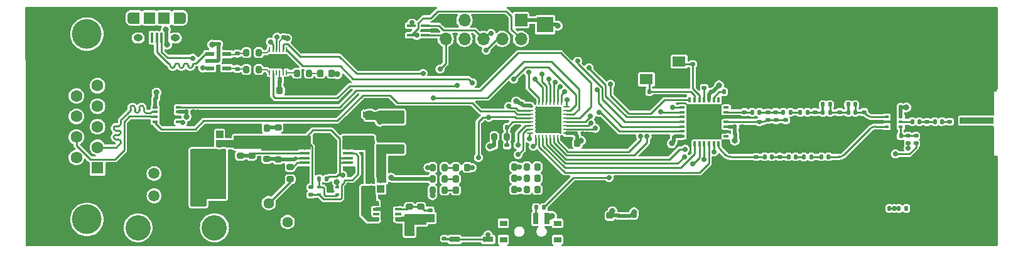
<source format=gbr>
%TF.GenerationSoftware,KiCad,Pcbnew,7.0.5*%
%TF.CreationDate,2023-07-23T12:45:18-06:00*%
%TF.ProjectId,CAN-USB RF Module,43414e2d-5553-4422-9052-46204d6f6475,rev?*%
%TF.SameCoordinates,Original*%
%TF.FileFunction,Copper,L1,Top*%
%TF.FilePolarity,Positive*%
%FSLAX46Y46*%
G04 Gerber Fmt 4.6, Leading zero omitted, Abs format (unit mm)*
G04 Created by KiCad (PCBNEW 7.0.5) date 2023-07-23 12:45:18*
%MOMM*%
%LPD*%
G01*
G04 APERTURE LIST*
G04 Aperture macros list*
%AMRoundRect*
0 Rectangle with rounded corners*
0 $1 Rounding radius*
0 $2 $3 $4 $5 $6 $7 $8 $9 X,Y pos of 4 corners*
0 Add a 4 corners polygon primitive as box body*
4,1,4,$2,$3,$4,$5,$6,$7,$8,$9,$2,$3,0*
0 Add four circle primitives for the rounded corners*
1,1,$1+$1,$2,$3*
1,1,$1+$1,$4,$5*
1,1,$1+$1,$6,$7*
1,1,$1+$1,$8,$9*
0 Add four rect primitives between the rounded corners*
20,1,$1+$1,$2,$3,$4,$5,0*
20,1,$1+$1,$4,$5,$6,$7,0*
20,1,$1+$1,$6,$7,$8,$9,0*
20,1,$1+$1,$8,$9,$2,$3,0*%
G04 Aperture macros list end*
%TA.AperFunction,SMDPad,CuDef*%
%ADD10RoundRect,0.135000X0.135000X0.185000X-0.135000X0.185000X-0.135000X-0.185000X0.135000X-0.185000X0*%
%TD*%
%TA.AperFunction,SMDPad,CuDef*%
%ADD11RoundRect,0.140000X-0.170000X0.140000X-0.170000X-0.140000X0.170000X-0.140000X0.170000X0.140000X0*%
%TD*%
%TA.AperFunction,SMDPad,CuDef*%
%ADD12RoundRect,0.218750X0.218750X0.256250X-0.218750X0.256250X-0.218750X-0.256250X0.218750X-0.256250X0*%
%TD*%
%TA.AperFunction,SMDPad,CuDef*%
%ADD13RoundRect,0.135000X-0.185000X0.135000X-0.185000X-0.135000X0.185000X-0.135000X0.185000X0.135000X0*%
%TD*%
%TA.AperFunction,SMDPad,CuDef*%
%ADD14RoundRect,0.147500X-0.147500X-0.172500X0.147500X-0.172500X0.147500X0.172500X-0.147500X0.172500X0*%
%TD*%
%TA.AperFunction,SMDPad,CuDef*%
%ADD15RoundRect,0.140000X0.170000X-0.140000X0.170000X0.140000X-0.170000X0.140000X-0.170000X-0.140000X0*%
%TD*%
%TA.AperFunction,SMDPad,CuDef*%
%ADD16RoundRect,0.200000X0.200000X0.275000X-0.200000X0.275000X-0.200000X-0.275000X0.200000X-0.275000X0*%
%TD*%
%TA.AperFunction,SMDPad,CuDef*%
%ADD17RoundRect,0.140000X-0.140000X-0.170000X0.140000X-0.170000X0.140000X0.170000X-0.140000X0.170000X0*%
%TD*%
%TA.AperFunction,SMDPad,CuDef*%
%ADD18RoundRect,0.140000X0.140000X0.170000X-0.140000X0.170000X-0.140000X-0.170000X0.140000X-0.170000X0*%
%TD*%
%TA.AperFunction,SMDPad,CuDef*%
%ADD19RoundRect,0.200000X0.275000X-0.200000X0.275000X0.200000X-0.275000X0.200000X-0.275000X-0.200000X0*%
%TD*%
%TA.AperFunction,SMDPad,CuDef*%
%ADD20R,0.600000X0.420000*%
%TD*%
%TA.AperFunction,SMDPad,CuDef*%
%ADD21RoundRect,0.200000X-0.200000X-0.275000X0.200000X-0.275000X0.200000X0.275000X-0.200000X0.275000X0*%
%TD*%
%TA.AperFunction,SMDPad,CuDef*%
%ADD22RoundRect,0.200000X-0.275000X0.200000X-0.275000X-0.200000X0.275000X-0.200000X0.275000X0.200000X0*%
%TD*%
%TA.AperFunction,SMDPad,CuDef*%
%ADD23RoundRect,0.135000X-0.135000X-0.185000X0.135000X-0.185000X0.135000X0.185000X-0.135000X0.185000X0*%
%TD*%
%TA.AperFunction,SMDPad,CuDef*%
%ADD24R,0.510000X0.400000*%
%TD*%
%TA.AperFunction,SMDPad,CuDef*%
%ADD25RoundRect,0.147500X-0.172500X0.147500X-0.172500X-0.147500X0.172500X-0.147500X0.172500X0.147500X0*%
%TD*%
%TA.AperFunction,SMDPad,CuDef*%
%ADD26RoundRect,0.225000X-0.250000X0.225000X-0.250000X-0.225000X0.250000X-0.225000X0.250000X0.225000X0*%
%TD*%
%TA.AperFunction,SMDPad,CuDef*%
%ADD27RoundRect,0.225000X-0.225000X-0.250000X0.225000X-0.250000X0.225000X0.250000X-0.225000X0.250000X0*%
%TD*%
%TA.AperFunction,SMDPad,CuDef*%
%ADD28RoundRect,0.225000X0.250000X-0.225000X0.250000X0.225000X-0.250000X0.225000X-0.250000X-0.225000X0*%
%TD*%
%TA.AperFunction,SMDPad,CuDef*%
%ADD29RoundRect,0.225000X0.225000X0.250000X-0.225000X0.250000X-0.225000X-0.250000X0.225000X-0.250000X0*%
%TD*%
%TA.AperFunction,ComponentPad*%
%ADD30R,1.000000X1.000000*%
%TD*%
%TA.AperFunction,ComponentPad*%
%ADD31O,1.000000X1.000000*%
%TD*%
%TA.AperFunction,ComponentPad*%
%ADD32C,4.000000*%
%TD*%
%TA.AperFunction,ComponentPad*%
%ADD33R,1.600000X1.600000*%
%TD*%
%TA.AperFunction,ComponentPad*%
%ADD34C,1.600000*%
%TD*%
%TA.AperFunction,SMDPad,CuDef*%
%ADD35R,0.400000X1.350000*%
%TD*%
%TA.AperFunction,ComponentPad*%
%ADD36O,0.890000X1.550000*%
%TD*%
%TA.AperFunction,SMDPad,CuDef*%
%ADD37R,1.200000X1.550000*%
%TD*%
%TA.AperFunction,ComponentPad*%
%ADD38O,1.250000X0.950000*%
%TD*%
%TA.AperFunction,SMDPad,CuDef*%
%ADD39R,1.500000X1.550000*%
%TD*%
%TA.AperFunction,SMDPad,CuDef*%
%ADD40R,0.807999X0.305600*%
%TD*%
%TA.AperFunction,SMDPad,CuDef*%
%ADD41R,1.752600X2.489200*%
%TD*%
%TA.AperFunction,SMDPad,CuDef*%
%ADD42R,2.200000X2.150000*%
%TD*%
%TA.AperFunction,SMDPad,CuDef*%
%ADD43R,1.000000X0.800000*%
%TD*%
%TA.AperFunction,SMDPad,CuDef*%
%ADD44R,0.700000X1.500000*%
%TD*%
%TA.AperFunction,SMDPad,CuDef*%
%ADD45R,1.450000X0.450000*%
%TD*%
%TA.AperFunction,SMDPad,CuDef*%
%ADD46R,1.500000X1.800000*%
%TD*%
%TA.AperFunction,SMDPad,CuDef*%
%ADD47R,1.200000X0.400000*%
%TD*%
%TA.AperFunction,ComponentPad*%
%ADD48RoundRect,0.250001X0.499999X0.499999X-0.499999X0.499999X-0.499999X-0.499999X0.499999X-0.499999X0*%
%TD*%
%TA.AperFunction,ComponentPad*%
%ADD49C,1.500000*%
%TD*%
%TA.AperFunction,ComponentPad*%
%ADD50C,3.410000*%
%TD*%
%TA.AperFunction,SMDPad,CuDef*%
%ADD51RoundRect,0.218750X-0.218750X-0.256250X0.218750X-0.256250X0.218750X0.256250X-0.218750X0.256250X0*%
%TD*%
%TA.AperFunction,SMDPad,CuDef*%
%ADD52R,4.560000X0.850000*%
%TD*%
%TA.AperFunction,SMDPad,CuDef*%
%ADD53R,4.560000X1.000000*%
%TD*%
%TA.AperFunction,SMDPad,CuDef*%
%ADD54RoundRect,0.250000X-0.850000X-0.350000X0.850000X-0.350000X0.850000X0.350000X-0.850000X0.350000X0*%
%TD*%
%TA.AperFunction,SMDPad,CuDef*%
%ADD55RoundRect,0.250000X-1.275000X-1.125000X1.275000X-1.125000X1.275000X1.125000X-1.275000X1.125000X0*%
%TD*%
%TA.AperFunction,SMDPad,CuDef*%
%ADD56RoundRect,0.249997X-2.950003X-2.650003X2.950003X-2.650003X2.950003X2.650003X-2.950003X2.650003X0*%
%TD*%
%TA.AperFunction,SMDPad,CuDef*%
%ADD57R,1.200000X0.600000*%
%TD*%
%TA.AperFunction,ComponentPad*%
%ADD58C,1.440000*%
%TD*%
%TA.AperFunction,ComponentPad*%
%ADD59R,1.700000X1.700000*%
%TD*%
%TA.AperFunction,ComponentPad*%
%ADD60O,1.700000X1.700000*%
%TD*%
%TA.AperFunction,SMDPad,CuDef*%
%ADD61R,0.650000X0.350000*%
%TD*%
%TA.AperFunction,SMDPad,CuDef*%
%ADD62R,1.550000X2.400000*%
%TD*%
%TA.AperFunction,SMDPad,CuDef*%
%ADD63RoundRect,0.062500X-0.375000X-0.062500X0.375000X-0.062500X0.375000X0.062500X-0.375000X0.062500X0*%
%TD*%
%TA.AperFunction,SMDPad,CuDef*%
%ADD64RoundRect,0.062500X-0.062500X-0.375000X0.062500X-0.375000X0.062500X0.375000X-0.062500X0.375000X0*%
%TD*%
%TA.AperFunction,SMDPad,CuDef*%
%ADD65R,3.450000X3.450000*%
%TD*%
%TA.AperFunction,SMDPad,CuDef*%
%ADD66R,1.391400X0.710400*%
%TD*%
%TA.AperFunction,SMDPad,CuDef*%
%ADD67R,0.300000X0.750000*%
%TD*%
%TA.AperFunction,SMDPad,CuDef*%
%ADD68R,0.750000X0.300000*%
%TD*%
%TA.AperFunction,SMDPad,CuDef*%
%ADD69R,4.800000X4.800000*%
%TD*%
%TA.AperFunction,SMDPad,CuDef*%
%ADD70R,1.800000X1.400000*%
%TD*%
%TA.AperFunction,SMDPad,CuDef*%
%ADD71R,0.250000X0.650000*%
%TD*%
%TA.AperFunction,SMDPad,CuDef*%
%ADD72R,2.500000X1.700000*%
%TD*%
%TA.AperFunction,ViaPad*%
%ADD73C,0.800000*%
%TD*%
%TA.AperFunction,ViaPad*%
%ADD74C,0.700000*%
%TD*%
%TA.AperFunction,Conductor*%
%ADD75C,0.500000*%
%TD*%
%TA.AperFunction,Conductor*%
%ADD76C,0.349300*%
%TD*%
%TA.AperFunction,Conductor*%
%ADD77C,0.200000*%
%TD*%
%TA.AperFunction,Conductor*%
%ADD78C,0.254000*%
%TD*%
%TA.AperFunction,Conductor*%
%ADD79C,0.300000*%
%TD*%
%TA.AperFunction,Conductor*%
%ADD80C,0.250000*%
%TD*%
%TA.AperFunction,Conductor*%
%ADD81C,0.267200*%
%TD*%
%TA.AperFunction,Conductor*%
%ADD82C,0.293090*%
%TD*%
%TA.AperFunction,Conductor*%
%ADD83C,0.389000*%
%TD*%
G04 APERTURE END LIST*
D10*
%TO.P,R16,1*%
%TO.N,/Power Regulator/FUSE_IN*%
X102730000Y-109290000D03*
%TO.P,R16,2*%
%TO.N,Net-(Q1-D)*%
X101710000Y-109290000D03*
%TD*%
D11*
%TO.P,C20,1*%
%TO.N,Net-(U5-VR_PA)*%
X161055600Y-101628000D03*
%TO.P,C20,2*%
%TO.N,GND*%
X161055600Y-102588000D03*
%TD*%
D12*
%TO.P,D7,1,K*%
%TO.N,GND*%
X121691500Y-110814000D03*
%TO.P,D7,2,A*%
%TO.N,Net-(D7-A)*%
X120116500Y-110814000D03*
%TD*%
D13*
%TO.P,R7,1*%
%TO.N,/LoRa Tranciever/RXTX_SW*%
X182152600Y-103503000D03*
%TO.P,R7,2*%
%TO.N,/LoRa Tranciever/RXTX_SX*%
X182152600Y-104523000D03*
%TD*%
D14*
%TO.P,L5,1,1*%
%TO.N,Net-(C27-Pad2)*%
X169610600Y-100330000D03*
%TO.P,L5,2,2*%
%TO.N,Net-(C29-Pad1)*%
X170580600Y-100330000D03*
%TD*%
D15*
%TO.P,C15,1*%
%TO.N,+3V3*%
X154606600Y-97523000D03*
%TO.P,C15,2*%
%TO.N,GND*%
X154606600Y-96563000D03*
%TD*%
D11*
%TO.P,C25,1*%
%TO.N,Net-(C25-Pad1)*%
X163789000Y-106318718D03*
%TO.P,C25,2*%
%TO.N,GND*%
X163789000Y-107278718D03*
%TD*%
D13*
%TO.P,R6,1*%
%TO.N,/LoRa Tranciever/RXTX_SW*%
X181121600Y-103503000D03*
%TO.P,R6,2*%
%TO.N,/SW_RXTX*%
X181121600Y-104523000D03*
%TD*%
D16*
%TO.P,R3,1*%
%TO.N,/USB Interface/USB_D+*%
X93535000Y-92278500D03*
%TO.P,R3,2*%
X91885000Y-92278500D03*
%TD*%
D11*
%TO.P,C58,1*%
%TO.N,+3V3*%
X143129000Y-114300000D03*
%TO.P,C58,2*%
%TO.N,GND*%
X143129000Y-115260000D03*
%TD*%
D17*
%TO.P,C28,1*%
%TO.N,Net-(C25-Pad1)*%
X164967800Y-106334800D03*
%TO.P,C28,2*%
%TO.N,Net-(C28-Pad2)*%
X165927800Y-106334800D03*
%TD*%
D15*
%TO.P,C16,1*%
%TO.N,Net-(U5-VR_DIG)*%
X153590600Y-97015000D03*
%TO.P,C16,2*%
%TO.N,GND*%
X153590600Y-96055000D03*
%TD*%
D18*
%TO.P,C34,1*%
%TO.N,+3V3*%
X180077600Y-99641000D03*
%TO.P,C34,2*%
%TO.N,GND*%
X179117600Y-99641000D03*
%TD*%
D15*
%TO.P,C31,1*%
%TO.N,/LoRa Tranciever/RFO_HF*%
X159023600Y-100302000D03*
%TO.P,C31,2*%
%TO.N,GND*%
X159023600Y-99342000D03*
%TD*%
D19*
%TO.P,R13,1*%
%TO.N,/Power Regulator/FB*%
X115382999Y-113060001D03*
%TO.P,R13,2*%
%TO.N,GND*%
X115382999Y-111410001D03*
%TD*%
D15*
%TO.P,C37,1*%
%TO.N,GND*%
X183661600Y-102588000D03*
%TO.P,C37,2*%
%TO.N,Net-(C36-Pad2)*%
X183661600Y-101628000D03*
%TD*%
D20*
%TO.P,U6,1,RF1*%
%TO.N,Net-(U6-RF1)*%
X178200600Y-100950000D03*
%TO.P,U6,2,GND*%
%TO.N,GND*%
X178200600Y-101600000D03*
%TO.P,U6,3,RF2*%
%TO.N,Net-(U6-RF2)*%
X178200600Y-102250000D03*
%TO.P,U6,4,CTRL*%
%TO.N,/LoRa Tranciever/RXTX_SW*%
X180100600Y-102250000D03*
%TO.P,U6,5,RFC*%
%TO.N,Net-(U6-RFC)*%
X180100600Y-101600000D03*
%TO.P,U6,6,~{CTRL}/VDD*%
%TO.N,+3V3*%
X180100600Y-100950000D03*
%TD*%
D21*
%TO.P,R21,1*%
%TO.N,+3V3*%
X116968000Y-110814000D03*
%TO.P,R21,2*%
%TO.N,Net-(D7-A)*%
X118618000Y-110814000D03*
%TD*%
D22*
%TO.P,R11,1*%
%TO.N,/Power Regulator/FUSE_IN*%
X91059000Y-104528000D03*
%TO.P,R11,2*%
%TO.N,/Power Regulator/UVLO*%
X91059000Y-106178000D03*
%TD*%
D16*
%TO.P,FB1,1*%
%TO.N,+3.3VA*%
X126967500Y-103604000D03*
%TO.P,FB1,2*%
%TO.N,+3V3*%
X125317500Y-103604000D03*
%TD*%
D11*
%TO.P,C1,1*%
%TO.N,GND*%
X118547101Y-116403000D03*
%TO.P,C1,2*%
%TO.N,/NRST*%
X118547101Y-117363000D03*
%TD*%
D23*
%TO.P,R9,1*%
%TO.N,GND*%
X177546000Y-113284000D03*
%TO.P,R9,2*%
%TO.N,/SW_RXTX*%
X178566000Y-113284000D03*
%TD*%
D15*
%TO.P,C12,1*%
%TO.N,GND*%
X90632000Y-95425500D03*
%TO.P,C12,2*%
%TO.N,/USB Interface/USB_D-*%
X90632000Y-94465500D03*
%TD*%
D22*
%TO.P,R18,1*%
%TO.N,/Power Regulator/OVLO*%
X96139000Y-106687000D03*
%TO.P,R18,2*%
%TO.N,GND*%
X96139000Y-108337000D03*
%TD*%
D17*
%TO.P,C14,1*%
%TO.N,Net-(U5-VR_ANA)*%
X156285600Y-97551000D03*
%TO.P,C14,2*%
%TO.N,GND*%
X157245600Y-97551000D03*
%TD*%
D24*
%TO.P,Q2,1,D*%
%TO.N,Net-(D8-K)*%
X104115000Y-110441000D03*
%TO.P,Q2,2,G*%
%TO.N,Net-(Q1-D)*%
X104115000Y-111441000D03*
%TO.P,Q2,3,S*%
%TO.N,GND*%
X105405000Y-110941000D03*
%TD*%
D19*
%TO.P,R12,1*%
%TO.N,+3V3*%
X113858999Y-114711001D03*
%TO.P,R12,2*%
%TO.N,/Power Regulator/FB*%
X113858999Y-113061001D03*
%TD*%
D13*
%TO.P,R15,1*%
%TO.N,/Power Regulator/FUSE_IN*%
X100569000Y-110431000D03*
%TO.P,R15,2*%
%TO.N,/Power Regulator/~{FLAG}*%
X100569000Y-111451000D03*
%TD*%
D25*
%TO.P,L2,1,1*%
%TO.N,Net-(C21-Pad1)*%
X162175600Y-100353000D03*
%TO.P,L2,2,2*%
%TO.N,Net-(U5-VR_PA)*%
X162175600Y-101323000D03*
%TD*%
D26*
%TO.P,C44,1*%
%TO.N,+3V3*%
X115382999Y-114762001D03*
%TO.P,C44,2*%
%TO.N,GND*%
X115382999Y-116312001D03*
%TD*%
D21*
%TO.P,R30,1*%
%TO.N,+5V*%
X116967000Y-109290000D03*
%TO.P,R30,2*%
%TO.N,Net-(D11-A)*%
X118617000Y-109290000D03*
%TD*%
D27*
%TO.P,C9,1*%
%TO.N,+5V*%
X96380000Y-97358500D03*
%TO.P,C9,2*%
%TO.N,GND*%
X97930000Y-97358500D03*
%TD*%
D23*
%TO.P,R5,1*%
%TO.N,Net-(C28-Pad2)*%
X167046000Y-106334800D03*
%TO.P,R5,2*%
%TO.N,Net-(C32-Pad1)*%
X168066000Y-106334800D03*
%TD*%
D15*
%TO.P,C38,1*%
%TO.N,GND*%
X186709600Y-102547600D03*
%TO.P,C38,2*%
%TO.N,Net-(J3-In)*%
X186709600Y-101587600D03*
%TD*%
D12*
%TO.P,D9,1,K*%
%TO.N,GND*%
X132677500Y-109220000D03*
%TO.P,D9,2,A*%
%TO.N,Net-(D9-A)*%
X131102500Y-109220000D03*
%TD*%
D11*
%TO.P,C30,1*%
%TO.N,GND*%
X171850600Y-99342000D03*
%TO.P,C30,2*%
%TO.N,Net-(C29-Pad1)*%
X171850600Y-100302000D03*
%TD*%
D19*
%TO.P,R19,1*%
%TO.N,/Power Regulator/FUSE_IN*%
X96139000Y-104019000D03*
%TO.P,R19,2*%
%TO.N,Net-(D5-A)*%
X96139000Y-102369000D03*
%TD*%
D15*
%TO.P,C8,1*%
%TO.N,+3V3*%
X96901000Y-90218500D03*
%TO.P,C8,2*%
%TO.N,GND*%
X96901000Y-89258500D03*
%TD*%
%TO.P,C43,1*%
%TO.N,+3V3*%
X116652999Y-114493001D03*
%TO.P,C43,2*%
%TO.N,/Power Regulator/FB*%
X116652999Y-113533001D03*
%TD*%
D12*
%TO.P,D4,1,K*%
%TO.N,GND*%
X132677500Y-110744000D03*
%TO.P,D4,2,A*%
%TO.N,Net-(D4-A)*%
X131102500Y-110744000D03*
%TD*%
D28*
%TO.P,C52,1*%
%TO.N,/Power Regulator/12V*%
X109855000Y-105296000D03*
%TO.P,C52,2*%
%TO.N,GND*%
X109855000Y-103746000D03*
%TD*%
D11*
%TO.P,C24,1*%
%TO.N,Net-(U5-VR_PA)*%
X164588600Y-101374000D03*
%TO.P,C24,2*%
%TO.N,GND*%
X164588600Y-102334000D03*
%TD*%
%TO.P,C22,1*%
%TO.N,/LoRa Tranciever/RFI_HF*%
X160614000Y-106346718D03*
%TO.P,C22,2*%
%TO.N,GND*%
X160614000Y-107306718D03*
%TD*%
D18*
%TO.P,C39,1*%
%TO.N,GND*%
X84760500Y-100294000D03*
%TO.P,C39,2*%
%TO.N,+5V*%
X83800500Y-100294000D03*
%TD*%
%TO.P,C50,1*%
%TO.N,Net-(U5-XTB)*%
X146196600Y-97536000D03*
%TO.P,C50,2*%
%TO.N,GND*%
X145236600Y-97536000D03*
%TD*%
D28*
%TO.P,C41,1*%
%TO.N,/Power Regulator/FUSE_OUT*%
X107442000Y-103956000D03*
%TO.P,C41,2*%
%TO.N,GND*%
X107442000Y-102406000D03*
%TD*%
D11*
%TO.P,C51,1*%
%TO.N,GND*%
X175152600Y-99342000D03*
%TO.P,C51,2*%
%TO.N,Net-(U6-RF1)*%
X175152600Y-100302000D03*
%TD*%
D17*
%TO.P,C10,1*%
%TO.N,+5V*%
X96393000Y-96088500D03*
%TO.P,C10,2*%
%TO.N,GND*%
X97353000Y-96088500D03*
%TD*%
D28*
%TO.P,C48,1*%
%TO.N,/Power Regulator/FUSE_IN*%
X97663000Y-103969000D03*
%TO.P,C48,2*%
%TO.N,GND*%
X97663000Y-102419000D03*
%TD*%
D18*
%TO.P,C29,1*%
%TO.N,Net-(C29-Pad1)*%
X170552600Y-99273600D03*
%TO.P,C29,2*%
%TO.N,Net-(C27-Pad2)*%
X169592600Y-99273600D03*
%TD*%
D29*
%TO.P,C42,1*%
%TO.N,/Power Regulator/5V*%
X107885499Y-112743001D03*
%TO.P,C42,2*%
%TO.N,GND*%
X106335499Y-112743001D03*
%TD*%
D30*
%TO.P,J1,1,Pin_1*%
%TO.N,+5V*%
X110010000Y-110687000D03*
D31*
%TO.P,J1,2,Pin_2*%
%TO.N,/Power Regulator/5V*%
X108740000Y-110687000D03*
%TO.P,J1,3,Pin_3*%
%TO.N,/Power Regulator/12V*%
X110010000Y-109417000D03*
%TO.P,J1,4,Pin_4*%
%TO.N,/Power Regulator/FUSE_OUT*%
X108740000Y-109417000D03*
%TD*%
D32*
%TO.P,J7,0*%
%TO.N,N/C*%
X70381000Y-89771000D03*
X70381000Y-114771000D03*
D33*
%TO.P,J7,1,Pin_1*%
%TO.N,unconnected-(J7-Pin_1-Pad1)*%
X71801000Y-107811000D03*
D34*
%TO.P,J7,2,Pin_2*%
%TO.N,/CAN Tranciever/CD-*%
X71801000Y-105041000D03*
%TO.P,J7,3,Pin_3*%
%TO.N,unconnected-(J7-Pin_3-Pad3)*%
X71801000Y-102271000D03*
%TO.P,J7,4,Pin_4*%
%TO.N,unconnected-(J7-Pin_4-Pad4)*%
X71801000Y-99501000D03*
%TO.P,J7,5,Pin_5*%
%TO.N,unconnected-(J7-Pin_5-Pad5)*%
X71801000Y-96731000D03*
%TO.P,J7,6,Pin_6*%
%TO.N,unconnected-(J7-Pin_6-Pad6)*%
X68961000Y-106426000D03*
%TO.P,J7,7,Pin_7*%
%TO.N,/CAN Tranciever/CD+*%
X68961000Y-103656000D03*
%TO.P,J7,8,Pin_8*%
%TO.N,unconnected-(J7-Pin_8-Pad8)*%
X68961000Y-100886000D03*
%TO.P,J7,9,Pin_9*%
%TO.N,unconnected-(J7-Pin_9-Pad9)*%
X68961000Y-98116000D03*
%TD*%
D35*
%TO.P,J2,1,VBUS*%
%TO.N,VBUS_UP*%
X81096000Y-90297000D03*
%TO.P,J2,2,D-*%
%TO.N,/USB Interface/USB_D-*%
X80446000Y-90297000D03*
%TO.P,J2,3,D+*%
%TO.N,/USB Interface/USB_D+*%
X79796000Y-90297000D03*
%TO.P,J2,4,ID*%
%TO.N,unconnected-(J2-ID-Pad4)*%
X79146000Y-90297000D03*
%TO.P,J2,5,GND*%
%TO.N,GND*%
X78496000Y-90297000D03*
D36*
%TO.P,J2,6,Shield*%
%TO.N,unconnected-(J2-Shield-Pad6)*%
X83296000Y-87597000D03*
D37*
X82696000Y-87597000D03*
D38*
X82296000Y-90297000D03*
D39*
X80796000Y-87597000D03*
X78796000Y-87597000D03*
D38*
X77296000Y-90297000D03*
D37*
X76896000Y-87597000D03*
D36*
X76296000Y-87597000D03*
%TD*%
D40*
%TO.P,U9,1,OUT*%
%TO.N,+3V3*%
X112304799Y-114692999D03*
%TO.P,U9,2,NC*%
%TO.N,unconnected-(U9-NC-Pad2)*%
X112304799Y-114043001D03*
%TO.P,U9,3,FB*%
%TO.N,/Power Regulator/FB*%
X112304799Y-113392999D03*
%TO.P,U9,4,GND*%
%TO.N,GND*%
X112304799Y-112743001D03*
%TO.P,U9,5,EN*%
%TO.N,/Power Regulator/5V*%
X109413999Y-112743001D03*
%TO.P,U9,6,GND*%
%TO.N,GND*%
X109413999Y-113392999D03*
%TO.P,U9,7,NC*%
%TO.N,unconnected-(U9-NC-Pad7)*%
X109413999Y-114043001D03*
%TO.P,U9,8,IN*%
%TO.N,/Power Regulator/5V*%
X109413999Y-114692999D03*
D41*
%TO.P,U9,9,GND*%
%TO.N,GND*%
X110859399Y-113718000D03*
%TD*%
D18*
%TO.P,C40,1*%
%TO.N,GND*%
X80696500Y-98319000D03*
%TO.P,C40,2*%
%TO.N,+3V3*%
X79736500Y-98319000D03*
%TD*%
D42*
%TO.P,D1,1,K*%
%TO.N,+3V3*%
X132166000Y-88519000D03*
%TO.P,D1,2,A*%
%TO.N,GND*%
X136566000Y-88519000D03*
%TD*%
D18*
%TO.P,C17,1*%
%TO.N,+3V3*%
X149498600Y-103774000D03*
%TO.P,C17,2*%
%TO.N,GND*%
X148538600Y-103774000D03*
%TD*%
D14*
%TO.P,L7,1,1*%
%TO.N,Net-(C36-Pad2)*%
X184700600Y-101600000D03*
%TO.P,L7,2,2*%
%TO.N,Net-(J3-In)*%
X185670600Y-101600000D03*
%TD*%
%TO.P,L4,1,1*%
%TO.N,Net-(C23-Pad2)*%
X166562600Y-100330000D03*
%TO.P,L4,2,2*%
%TO.N,Net-(C27-Pad2)*%
X167532600Y-100330000D03*
%TD*%
D17*
%TO.P,C19,1*%
%TO.N,+3V3*%
X157790000Y-103378000D03*
%TO.P,C19,2*%
%TO.N,GND*%
X158750000Y-103378000D03*
%TD*%
D16*
%TO.P,R4,1*%
%TO.N,/USB Interface/USB_D-*%
X93535000Y-94564500D03*
%TO.P,R4,2*%
X91885000Y-94564500D03*
%TD*%
D43*
%TO.P,SW2,*%
%TO.N,*%
X126525000Y-115298000D03*
X126525000Y-117508000D03*
X133825000Y-115298000D03*
X133825000Y-117508000D03*
D44*
%TO.P,SW2,1,A*%
%TO.N,GND*%
X127925000Y-114648000D03*
%TO.P,SW2,2,B*%
%TO.N,/BOOT0*%
X130925000Y-114648000D03*
%TO.P,SW2,3,C*%
%TO.N,+3V3*%
X132425000Y-114648000D03*
%TD*%
D22*
%TO.P,R22,1*%
%TO.N,/Power Regulator/UVLO*%
X92583000Y-106179000D03*
%TO.P,R22,2*%
%TO.N,GND*%
X92583000Y-107829000D03*
%TD*%
D45*
%TO.P,U8,1,IN*%
%TO.N,/Power Regulator/FUSE_IN*%
X99698000Y-103892000D03*
%TO.P,U8,2,IN*%
X99698000Y-104542000D03*
%TO.P,U8,3,IN*%
X99698000Y-105192000D03*
%TO.P,U8,4,UVLO*%
%TO.N,/Power Regulator/UVLO*%
X99698000Y-105842000D03*
%TO.P,U8,5,OVLO*%
%TO.N,/Power Regulator/OVLO*%
X99698000Y-106492000D03*
%TO.P,U8,6,SETI*%
%TO.N,/Power Regulator/SETI*%
X99698000Y-107142000D03*
%TO.P,U8,7,GND*%
%TO.N,GND*%
X99698000Y-107792000D03*
%TO.P,U8,8,~{HVEN}*%
X105598000Y-107792000D03*
%TO.P,U8,9,RIEN*%
%TO.N,/Power Regulator/FUSE_IN*%
X105598000Y-107142000D03*
%TO.P,U8,10,EN*%
X105598000Y-106492000D03*
%TO.P,U8,11,~{FLAG}*%
%TO.N,/Power Regulator/~{FLAG}*%
X105598000Y-105842000D03*
%TO.P,U8,12,OUT*%
%TO.N,/Power Regulator/FUSE_OUT*%
X105598000Y-105192000D03*
%TO.P,U8,13,OUT*%
X105598000Y-104542000D03*
%TO.P,U8,14,OUT*%
X105598000Y-103892000D03*
D46*
%TO.P,U8,15,GND*%
%TO.N,GND*%
X101898000Y-104942000D03*
X101898000Y-106742000D03*
X103398000Y-104942000D03*
X103398000Y-106742000D03*
%TD*%
D16*
%TO.P,R26,1*%
%TO.N,Net-(D10-A)*%
X129667000Y-107696000D03*
%TO.P,R26,2*%
%TO.N,Net-(U1-PA10)*%
X128017000Y-107696000D03*
%TD*%
D47*
%TO.P,IC1,1,I/01*%
%TO.N,/NRST*%
X116012000Y-89931000D03*
%TO.P,IC1,2,GND*%
%TO.N,GND*%
X116012000Y-89281000D03*
%TO.P,IC1,3,I/02*%
%TO.N,/DEBUG_SWO*%
X116012000Y-88631000D03*
%TO.P,IC1,4,I/03*%
%TO.N,/DEBUG_SWCLK*%
X114112000Y-88631000D03*
%TO.P,IC1,5,I/04*%
%TO.N,/DEBUG_SWDIO*%
X114112000Y-89931000D03*
%TD*%
D17*
%TO.P,C32,1*%
%TO.N,Net-(C32-Pad1)*%
X169412800Y-106334800D03*
%TO.P,C32,2*%
%TO.N,Net-(U6-RF2)*%
X170372800Y-106334800D03*
%TD*%
D48*
%TO.P,J6,1,Pin_1*%
%TO.N,+12V*%
X85423000Y-111585000D03*
D49*
%TO.P,J6,2,Pin_2*%
%TO.N,GND*%
X82423000Y-111585000D03*
%TO.P,J6,3,Pin_3*%
%TO.N,unconnected-(J6-Pin_3-Pad3)*%
X79423000Y-111585000D03*
%TO.P,J6,4,Pin_4*%
%TO.N,+12V*%
X85423000Y-108585000D03*
%TO.P,J6,5,Pin_5*%
%TO.N,GND*%
X82423000Y-108585000D03*
%TO.P,J6,6,Pin_6*%
%TO.N,unconnected-(J6-Pin_6-Pad6)*%
X79423000Y-108585000D03*
D50*
%TO.P,J6,MP*%
%TO.N,N/C*%
X87573000Y-115905000D03*
X77273000Y-115905000D03*
%TD*%
D51*
%TO.P,D2,1,K*%
%TO.N,Net-(D2-K)*%
X101828500Y-95072500D03*
%TO.P,D2,2,A*%
%TO.N,+3V3*%
X103403500Y-95072500D03*
%TD*%
D11*
%TO.P,C55,1*%
%TO.N,+3V3*%
X144145000Y-114300000D03*
%TO.P,C55,2*%
%TO.N,GND*%
X144145000Y-115260000D03*
%TD*%
D26*
%TO.P,C56,1*%
%TO.N,+3V3*%
X140906500Y-114259000D03*
%TO.P,C56,2*%
%TO.N,GND*%
X140906500Y-115809000D03*
%TD*%
D52*
%TO.P,J3,1,In*%
%TO.N,Net-(J3-In)*%
X190359500Y-101470250D03*
D53*
%TO.P,J3,2,Ext*%
%TO.N,GND*%
X190359500Y-104240250D03*
X190359500Y-98700250D03*
%TD*%
D16*
%TO.P,R28,1*%
%TO.N,Net-(D4-A)*%
X129667000Y-110744000D03*
%TO.P,R28,2*%
%TO.N,Net-(U1-PA8)*%
X128017000Y-110744000D03*
%TD*%
D28*
%TO.P,C53,1*%
%TO.N,+5V*%
X109855000Y-100597000D03*
%TO.P,C53,2*%
%TO.N,GND*%
X109855000Y-99047000D03*
%TD*%
D54*
%TO.P,U2,1,OUTPUT*%
%TO.N,+5V*%
X112014000Y-100717000D03*
%TO.P,U2,2,GND*%
%TO.N,GND*%
X112014000Y-102997000D03*
D55*
X116639000Y-101472000D03*
X116639000Y-104522000D03*
D56*
X118314000Y-102997000D03*
D55*
X119989000Y-101472000D03*
X119989000Y-104522000D03*
D54*
%TO.P,U2,3,INPUT*%
%TO.N,/Power Regulator/12V*%
X112014000Y-105277000D03*
%TD*%
D15*
%TO.P,C21,1*%
%TO.N,Net-(C21-Pad1)*%
X163237600Y-100302000D03*
%TO.P,C21,2*%
%TO.N,GND*%
X163237600Y-99342000D03*
%TD*%
D12*
%TO.P,D10,1,K*%
%TO.N,GND*%
X132677500Y-107696000D03*
%TO.P,D10,2,A*%
%TO.N,Net-(D10-A)*%
X131102500Y-107696000D03*
%TD*%
D27*
%TO.P,C2,1*%
%TO.N,+3V3*%
X136512000Y-104521000D03*
%TO.P,C2,2*%
%TO.N,GND*%
X138062000Y-104521000D03*
%TD*%
D57*
%TO.P,D3,1*%
%TO.N,/USB Interface/USB_D-*%
X89242000Y-94371500D03*
%TO.P,D3,2*%
%TO.N,GND*%
X89242000Y-93421500D03*
%TO.P,D3,3*%
%TO.N,/USB Interface/USB_D+*%
X89242000Y-92471500D03*
%TO.P,D3,4*%
X86942000Y-92471500D03*
%TO.P,D3,5*%
%TO.N,VBUS_UP*%
X86942000Y-93421500D03*
%TO.P,D3,6*%
%TO.N,/USB Interface/USB_D-*%
X86942000Y-94371500D03*
%TD*%
D58*
%TO.P,RV1,1,1*%
%TO.N,unconnected-(RV1-Pad1)*%
X97437000Y-115132000D03*
%TO.P,RV1,2,2*%
%TO.N,Net-(R24-Pad2)*%
X94897000Y-112592000D03*
%TO.P,RV1,3,3*%
%TO.N,GND*%
X92357000Y-115132000D03*
%TD*%
D16*
%TO.P,R27,1*%
%TO.N,Net-(D9-A)*%
X129667000Y-109220000D03*
%TO.P,R27,2*%
%TO.N,Net-(U1-PA9)*%
X128017000Y-109220000D03*
%TD*%
D59*
%TO.P,J5,1,Pin_1*%
%TO.N,+3V3*%
X128905000Y-87884000D03*
D60*
%TO.P,J5,2,Pin_2*%
%TO.N,/DEBUG_SWDIO*%
X128905000Y-90424000D03*
%TO.P,J5,3,Pin_3*%
%TO.N,GND*%
X126365000Y-87884000D03*
%TO.P,J5,4,Pin_4*%
%TO.N,/DEBUG_SWCLK*%
X126365000Y-90424000D03*
%TO.P,J5,5,Pin_5*%
%TO.N,GND*%
X123825000Y-87884000D03*
%TO.P,J5,6,Pin_6*%
%TO.N,/DEBUG_SWO*%
X123825000Y-90424000D03*
%TO.P,J5,7,Pin_7*%
%TO.N,unconnected-(J5-Pin_7-Pad7)*%
X121285000Y-87884000D03*
%TO.P,J5,8,Pin_8*%
%TO.N,unconnected-(J5-Pin_8-Pad8)*%
X121285000Y-90424000D03*
%TO.P,J5,9,Pin_9*%
%TO.N,GND*%
X118745000Y-87884000D03*
%TO.P,J5,10,Pin_10*%
%TO.N,/NRST*%
X118745000Y-90424000D03*
%TD*%
D15*
%TO.P,C3,1*%
%TO.N,+3V3*%
X128936500Y-99131000D03*
%TO.P,C3,2*%
%TO.N,GND*%
X128936500Y-98171000D03*
%TD*%
D22*
%TO.P,R10,1*%
%TO.N,/Power Regulator/FUSE_IN*%
X94615000Y-104973000D03*
%TO.P,R10,2*%
%TO.N,/Power Regulator/OVLO*%
X94615000Y-106623000D03*
%TD*%
D11*
%TO.P,C7,1*%
%TO.N,+3V3*%
X125253500Y-104775000D03*
%TO.P,C7,2*%
%TO.N,GND*%
X125253500Y-105735000D03*
%TD*%
D14*
%TO.P,L3,1,1*%
%TO.N,/LoRa Tranciever/RFI_HF*%
X161757000Y-106318718D03*
%TO.P,L3,2,2*%
%TO.N,Net-(C25-Pad1)*%
X162727000Y-106318718D03*
%TD*%
%TO.P,L6,1,1*%
%TO.N,Net-(C29-Pad1)*%
X173016600Y-100330000D03*
%TO.P,L6,2,2*%
%TO.N,Net-(U6-RF1)*%
X173986600Y-100330000D03*
%TD*%
%TO.P,L1,1,1*%
%TO.N,/LoRa Tranciever/RFO_HF*%
X160062600Y-100330000D03*
%TO.P,L1,2,2*%
%TO.N,Net-(C21-Pad1)*%
X161032600Y-100330000D03*
%TD*%
D61*
%TO.P,U3,1,TXD*%
%TO.N,/CAN_TX*%
X82683500Y-101592500D03*
%TO.P,U3,2,VSS*%
%TO.N,GND*%
X82683500Y-100942500D03*
%TO.P,U3,3,VDD*%
%TO.N,+5V*%
X82683500Y-100292500D03*
%TO.P,U3,4,RXD*%
%TO.N,/CAN_RX*%
X82683500Y-99642500D03*
%TO.P,U3,5,VIO*%
%TO.N,+3V3*%
X79583500Y-99642500D03*
%TO.P,U3,6,CANL*%
%TO.N,/CAN Tranciever/CD-*%
X79583500Y-100292500D03*
%TO.P,U3,7,CANH*%
%TO.N,/CAN Tranciever/CD+*%
X79583500Y-100942500D03*
%TO.P,U3,8,STBY*%
%TO.N,/CAN_STBY*%
X79583500Y-101592500D03*
D62*
%TO.P,U3,9,VSS*%
%TO.N,GND*%
X81133500Y-100617500D03*
%TD*%
D15*
%TO.P,C49,1*%
%TO.N,Net-(U5-XTA)*%
X152066600Y-93825000D03*
%TO.P,C49,2*%
%TO.N,GND*%
X152066600Y-92865000D03*
%TD*%
D11*
%TO.P,C13,1*%
%TO.N,GND*%
X88138000Y-90147500D03*
%TO.P,C13,2*%
%TO.N,VBUS_UP*%
X88138000Y-91107500D03*
%TD*%
D63*
%TO.P,U1,1,VDD*%
%TO.N,+3V3*%
X130157500Y-99596000D03*
%TO.P,U1,2,PC14*%
%TO.N,/DIO5*%
X130157500Y-100096000D03*
%TO.P,U1,3,PC15*%
%TO.N,/CAN_STBY*%
X130157500Y-100596000D03*
%TO.P,U1,4,NRST*%
%TO.N,/NRST*%
X130157500Y-101096000D03*
%TO.P,U1,5,VDDA*%
%TO.N,+3.3VA*%
X130157500Y-101596000D03*
%TO.P,U1,6,PA0*%
%TO.N,/UART2_USB_CTS*%
X130157500Y-102096000D03*
%TO.P,U1,7,PA1*%
%TO.N,/UART2_USB_RTS*%
X130157500Y-102596000D03*
%TO.P,U1,8,PA2*%
%TO.N,/UART2_USB_TX*%
X130157500Y-103096000D03*
D64*
%TO.P,U1,9,PA3*%
%TO.N,/UART2_USB_RX*%
X130845000Y-103783500D03*
%TO.P,U1,10,PA4*%
%TO.N,/SPI1_NSS*%
X131345000Y-103783500D03*
%TO.P,U1,11,PA5*%
%TO.N,/SPI1_SCK*%
X131845000Y-103783500D03*
%TO.P,U1,12,PA6*%
%TO.N,/SPI1_MISO*%
X132345000Y-103783500D03*
%TO.P,U1,13,PA7*%
%TO.N,/SPI1_MOSI*%
X132845000Y-103783500D03*
%TO.P,U1,14,PB0*%
%TO.N,/DIO0*%
X133345000Y-103783500D03*
%TO.P,U1,15,PB1*%
%TO.N,/DIO1*%
X133845000Y-103783500D03*
%TO.P,U1,16,VSS*%
%TO.N,GND*%
X134345000Y-103783500D03*
D63*
%TO.P,U1,17,VDD*%
%TO.N,+3V3*%
X135032500Y-103096000D03*
%TO.P,U1,18,PA8*%
%TO.N,Net-(U1-PA8)*%
X135032500Y-102596000D03*
%TO.P,U1,19,PA9*%
%TO.N,Net-(U1-PA9)*%
X135032500Y-102096000D03*
%TO.P,U1,20,PA10*%
%TO.N,Net-(U1-PA10)*%
X135032500Y-101596000D03*
%TO.P,U1,21,PA11*%
%TO.N,/CAN_RX*%
X135032500Y-101096000D03*
%TO.P,U1,22,PA12*%
%TO.N,/CAN_TX*%
X135032500Y-100596000D03*
%TO.P,U1,23,PA13*%
%TO.N,/DEBUG_SWDIO*%
X135032500Y-100096000D03*
%TO.P,U1,24,PA14*%
%TO.N,/DEBUG_SWCLK*%
X135032500Y-99596000D03*
D64*
%TO.P,U1,25,PA15*%
%TO.N,/DIO4*%
X134345000Y-98908500D03*
%TO.P,U1,26,PB3*%
%TO.N,/DEBUG_SWO*%
X133845000Y-98908500D03*
%TO.P,U1,27,PB4*%
%TO.N,/SW_RXTX*%
X133345000Y-98908500D03*
%TO.P,U1,28,PB5*%
%TO.N,/SX_RESET*%
X132845000Y-98908500D03*
%TO.P,U1,29,PB6*%
%TO.N,/DIO2*%
X132345000Y-98908500D03*
%TO.P,U1,30,PB7*%
%TO.N,/DIO3*%
X131845000Y-98908500D03*
%TO.P,U1,31,PH3*%
%TO.N,/BOOT0*%
X131345000Y-98908500D03*
%TO.P,U1,32,VSS*%
%TO.N,GND*%
X130845000Y-98908500D03*
D65*
%TO.P,U1,33,VSS*%
X132595000Y-101346000D03*
%TD*%
D11*
%TO.P,C26,1*%
%TO.N,Net-(U5-VR_PA)*%
X163318600Y-101374000D03*
%TO.P,C26,2*%
%TO.N,GND*%
X163318600Y-102334000D03*
%TD*%
D51*
%TO.P,D5,1,K*%
%TO.N,GND*%
X93065500Y-102432000D03*
%TO.P,D5,2,A*%
%TO.N,Net-(D5-A)*%
X94640500Y-102432000D03*
%TD*%
D66*
%TO.P,SW1,1,1*%
%TO.N,GND*%
X119972303Y-115275000D03*
%TO.P,SW1,2,2*%
X124487899Y-115275000D03*
%TO.P,SW1,3,K*%
%TO.N,/NRST*%
X119972303Y-117475000D03*
%TO.P,SW1,4,A*%
X124487899Y-117475000D03*
%TD*%
D23*
%TO.P,R8,1*%
%TO.N,/SW_RXTX*%
X179832000Y-113284000D03*
%TO.P,R8,2*%
%TO.N,+3V3*%
X180852000Y-113284000D03*
%TD*%
D24*
%TO.P,Q1,1,D*%
%TO.N,Net-(Q1-D)*%
X101702000Y-110441000D03*
%TO.P,Q1,2,G*%
%TO.N,/Power Regulator/~{FLAG}*%
X101702000Y-111441000D03*
%TO.P,Q1,3,S*%
%TO.N,GND*%
X102992000Y-110941000D03*
%TD*%
D67*
%TO.P,U5,1,RFI_LF*%
%TO.N,unconnected-(U5-RFI_LF-Pad1)*%
X155540600Y-98640000D03*
%TO.P,U5,2,VR_ANA*%
%TO.N,Net-(U5-VR_ANA)*%
X154890600Y-98640000D03*
%TO.P,U5,3,VBAT_ANA*%
%TO.N,+3V3*%
X154240600Y-98640000D03*
%TO.P,U5,4,VR_DIG*%
%TO.N,Net-(U5-VR_DIG)*%
X153590600Y-98640000D03*
%TO.P,U5,5,XTA*%
%TO.N,Net-(U5-XTA)*%
X152940600Y-98640000D03*
%TO.P,U5,6,XTB*%
%TO.N,Net-(U5-XTB)*%
X152290600Y-98640000D03*
%TO.P,U5,7,NRESET*%
%TO.N,/SX_RESET*%
X151640600Y-98640000D03*
D68*
%TO.P,U5,8,DIO0*%
%TO.N,/DIO0*%
X150615600Y-99665000D03*
%TO.P,U5,9,DIO1/DCLK*%
%TO.N,/DIO1*%
X150615600Y-100315000D03*
%TO.P,U5,10,DIO2/DATA*%
%TO.N,/DIO2*%
X150615600Y-100965000D03*
%TO.P,U5,11,DIO3*%
%TO.N,/DIO3*%
X150615600Y-101615000D03*
%TO.P,U5,12,DIO4*%
%TO.N,/DIO4*%
X150615600Y-102265000D03*
%TO.P,U5,13,DIO5*%
%TO.N,/DIO5*%
X150615600Y-102915000D03*
%TO.P,U5,14,VBAT_DIG*%
%TO.N,+3V3*%
X150615600Y-103565000D03*
D67*
%TO.P,U5,15,GND*%
%TO.N,GND*%
X151640600Y-104590000D03*
%TO.P,U5,16,SCK*%
%TO.N,/SPI1_SCK*%
X152290600Y-104590000D03*
%TO.P,U5,17,MISO*%
%TO.N,/SPI1_MISO*%
X152940600Y-104590000D03*
%TO.P,U5,18,MOSI*%
%TO.N,/SPI1_MOSI*%
X153590600Y-104590000D03*
%TO.P,U5,19,NSS*%
%TO.N,/SPI1_NSS*%
X154240600Y-104590000D03*
%TO.P,U5,20,RXTX/RF_MOD*%
%TO.N,/LoRa Tranciever/RXTX_SX*%
X154890600Y-104590000D03*
%TO.P,U5,21,RFI_HF(GND)*%
%TO.N,/LoRa Tranciever/RFI_HF*%
X155540600Y-104590000D03*
D68*
%TO.P,U5,22,RFO_HF(GND)*%
%TO.N,unconnected-(U5-RFO_HF(GND)-Pad22)*%
X156565600Y-103565000D03*
%TO.P,U5,23,GND*%
%TO.N,GND*%
X156565600Y-102915000D03*
%TO.P,U5,24,VBAT_RF*%
%TO.N,+3V3*%
X156565600Y-102265000D03*
%TO.P,U5,25,VR_PA*%
%TO.N,Net-(U5-VR_PA)*%
X156565600Y-101615000D03*
%TO.P,U5,26,GND*%
%TO.N,GND*%
X156565600Y-100965000D03*
%TO.P,U5,27,PA_BOOST*%
%TO.N,/LoRa Tranciever/RFO_HF*%
X156565600Y-100315000D03*
%TO.P,U5,28,RFO_LF*%
%TO.N,unconnected-(U5-RFO_LF-Pad28)*%
X156565600Y-99665000D03*
D69*
%TO.P,U5,29,GND*%
%TO.N,GND*%
X153590600Y-101615000D03*
%TD*%
D11*
%TO.P,C27,1*%
%TO.N,GND*%
X168548600Y-99342000D03*
%TO.P,C27,2*%
%TO.N,Net-(C27-Pad2)*%
X168548600Y-100302000D03*
%TD*%
%TO.P,C6,1*%
%TO.N,+3.3VA*%
X127031500Y-104775000D03*
%TO.P,C6,2*%
%TO.N,GND*%
X127031500Y-105735000D03*
%TD*%
D17*
%TO.P,C23,1*%
%TO.N,Net-(C21-Pad1)*%
X164258600Y-100330000D03*
%TO.P,C23,2*%
%TO.N,Net-(C23-Pad2)*%
X165218600Y-100330000D03*
%TD*%
D11*
%TO.P,C57,1*%
%TO.N,+3V3*%
X142176500Y-114300000D03*
%TO.P,C57,2*%
%TO.N,GND*%
X142176500Y-115260000D03*
%TD*%
D18*
%TO.P,C33,1*%
%TO.N,Net-(U6-RF1)*%
X173981600Y-99273600D03*
%TO.P,C33,2*%
%TO.N,Net-(C29-Pad1)*%
X173021600Y-99273600D03*
%TD*%
%TO.P,C5,1*%
%TO.N,+3.3VA*%
X127003500Y-102334000D03*
%TO.P,C5,2*%
%TO.N,GND*%
X126043500Y-102334000D03*
%TD*%
D70*
%TO.P,Y1,1,1*%
%TO.N,Net-(U5-XTB)*%
X145817600Y-95885000D03*
%TO.P,Y1,2,2*%
%TO.N,GND*%
X150217600Y-95885000D03*
%TO.P,Y1,3,3*%
%TO.N,Net-(U5-XTA)*%
X150217600Y-93485000D03*
%TO.P,Y1,4,4*%
%TO.N,GND*%
X145817600Y-93485000D03*
%TD*%
D28*
%TO.P,C54,1*%
%TO.N,+5V*%
X108331000Y-100597000D03*
%TO.P,C54,2*%
%TO.N,GND*%
X108331000Y-99047000D03*
%TD*%
D11*
%TO.P,C11,1*%
%TO.N,GND*%
X90632000Y-91443500D03*
%TO.P,C11,2*%
%TO.N,/USB Interface/USB_D+*%
X90632000Y-92403500D03*
%TD*%
D21*
%TO.P,R23,1*%
%TO.N,/Power Regulator/FUSE_IN*%
X116968000Y-107766000D03*
%TO.P,R23,2*%
%TO.N,Net-(D8-A)*%
X118618000Y-107766000D03*
%TD*%
D17*
%TO.P,C36,1*%
%TO.N,Net-(U6-RFC)*%
X181657600Y-101600000D03*
%TO.P,C36,2*%
%TO.N,Net-(C36-Pad2)*%
X182617600Y-101600000D03*
%TD*%
D10*
%TO.P,R1,1*%
%TO.N,/BOOT0*%
X131953000Y-113157000D03*
%TO.P,R1,2*%
X130933000Y-113157000D03*
%TD*%
D71*
%TO.P,U4,1,USBDM*%
%TO.N,/USB Interface/USB_D-*%
X95014000Y-94971500D03*
%TO.P,U4,2,RESET#*%
%TO.N,/NRST*%
X95464000Y-94971500D03*
%TO.P,U4,3,3.3VOUT*%
%TO.N,unconnected-(U4-3.3VOUT-Pad3)*%
X95914000Y-94971500D03*
%TO.P,U4,4,VCC*%
%TO.N,+5V*%
X96364000Y-94971500D03*
%TO.P,U4,5,GND*%
%TO.N,GND*%
X96814000Y-94971500D03*
%TO.P,U4,6,CBUS0*%
%TO.N,Net-(U4-CBUS0)*%
X97264000Y-94971500D03*
%TO.P,U4,7,TXD*%
%TO.N,/UART2_USB_TX*%
X97264000Y-91871500D03*
%TO.P,U4,8,RTS#*%
%TO.N,/UART2_USB_RTS*%
X96814000Y-91871500D03*
%TO.P,U4,9,VCCIO*%
%TO.N,+3V3*%
X96364000Y-91871500D03*
%TO.P,U4,10,RXD*%
%TO.N,/UART2_USB_RX*%
X95914000Y-91871500D03*
%TO.P,U4,11,CTS#*%
%TO.N,/UART2_USB_CTS*%
X95464000Y-91871500D03*
%TO.P,U4,12,USBDP*%
%TO.N,/USB Interface/USB_D+*%
X95014000Y-91871500D03*
D72*
%TO.P,U4,13,GND*%
%TO.N,GND*%
X96139000Y-93421500D03*
%TD*%
D18*
%TO.P,C35,1*%
%TO.N,/LoRa Tranciever/RXTX_SW*%
X180120600Y-103505000D03*
%TO.P,C35,2*%
%TO.N,GND*%
X179160600Y-103505000D03*
%TD*%
D21*
%TO.P,R2,1*%
%TO.N,Net-(U4-CBUS0)*%
X98680000Y-95072500D03*
%TO.P,R2,2*%
%TO.N,Net-(D2-K)*%
X100330000Y-95072500D03*
%TD*%
D12*
%TO.P,D8,1,K*%
%TO.N,Net-(D8-K)*%
X121691500Y-107766000D03*
%TO.P,D8,2,A*%
%TO.N,Net-(D8-A)*%
X120116500Y-107766000D03*
%TD*%
D30*
%TO.P,JP2,1,A*%
%TO.N,VBUS_UP*%
X88265000Y-103321000D03*
D31*
%TO.P,JP2,2,C*%
%TO.N,/Power Regulator/FUSE_IN*%
X88265000Y-104591000D03*
%TO.P,JP2,3,B*%
%TO.N,+12V*%
X88265000Y-105861000D03*
%TD*%
D17*
%TO.P,C4,1*%
%TO.N,+3V3*%
X136299000Y-103251000D03*
%TO.P,C4,2*%
%TO.N,GND*%
X137259000Y-103251000D03*
%TD*%
D12*
%TO.P,D11,1,K*%
%TO.N,GND*%
X121691500Y-109290000D03*
%TO.P,D11,2,A*%
%TO.N,Net-(D11-A)*%
X120116500Y-109290000D03*
%TD*%
D22*
%TO.P,R24,1*%
%TO.N,/Power Regulator/SETI*%
X97790000Y-107703000D03*
%TO.P,R24,2*%
%TO.N,Net-(R24-Pad2)*%
X97790000Y-109353000D03*
%TD*%
D17*
%TO.P,C18,1*%
%TO.N,+3V3*%
X157747000Y-102282600D03*
%TO.P,C18,2*%
%TO.N,GND*%
X158707000Y-102282600D03*
%TD*%
D73*
%TO.N,GND*%
X142922600Y-88773000D03*
X94869000Y-108401000D03*
X116586000Y-105410000D03*
X125603000Y-102362000D03*
X90124000Y-93487500D03*
X154559000Y-112141000D03*
X152066600Y-101615000D03*
X142795600Y-110871000D03*
X186944000Y-112141000D03*
X147621600Y-112141000D03*
X182499000Y-88773000D03*
X101854000Y-106750000D03*
X175802600Y-99387000D03*
X175514000Y-88773000D03*
X118491000Y-102489000D03*
X142748000Y-109728000D03*
X113411000Y-102997000D03*
X158750000Y-112141000D03*
X144573600Y-97536000D03*
X120269000Y-102489000D03*
X154682800Y-95925400D03*
X155956000Y-112141000D03*
X174244000Y-112141000D03*
X103378000Y-106750000D03*
X151995600Y-92075000D03*
X90632000Y-90881500D03*
X105649000Y-110179000D03*
X161544000Y-112141000D03*
X147113600Y-93599000D03*
X135005210Y-104020062D03*
X161309600Y-107401600D03*
X137033000Y-88900000D03*
X92456000Y-102432000D03*
X153895400Y-95392000D03*
X172720000Y-112141000D03*
X154559000Y-88773000D03*
X171323000Y-112141000D03*
X192532000Y-108204000D03*
X116586000Y-103886000D03*
X109728000Y-103124000D03*
X116586000Y-102489000D03*
X175641000Y-112141000D03*
X111350506Y-112850688D03*
X185547000Y-112141000D03*
X188515600Y-88773000D03*
X192532000Y-96774000D03*
X153162000Y-112141000D03*
X124841000Y-88519000D03*
X161544000Y-88773000D03*
X101854000Y-104845000D03*
X190500000Y-88773000D03*
X129032000Y-97663000D03*
X192532000Y-90170000D03*
X186690000Y-88773000D03*
X178308000Y-88773000D03*
X178330800Y-99654600D03*
X78359000Y-91186000D03*
X131476500Y-100175000D03*
X81534000Y-100584000D03*
X142922600Y-94234000D03*
X131476500Y-102588000D03*
X155114600Y-103139000D03*
X96139000Y-93853000D03*
X157353000Y-88773000D03*
X120269000Y-103886000D03*
X185293000Y-88773000D03*
X153162000Y-88773000D03*
X122329000Y-110814000D03*
X105791000Y-108655000D03*
X116586000Y-100965000D03*
X192532000Y-109474000D03*
X142922600Y-96853400D03*
X176911000Y-88773000D03*
X163102600Y-98625000D03*
X85344000Y-100367000D03*
X93853000Y-107893000D03*
X146431000Y-112141000D03*
X145208600Y-112141000D03*
X147748600Y-88773000D03*
X143938600Y-88773000D03*
X118491000Y-105410000D03*
X164338000Y-112141000D03*
X160147000Y-112141000D03*
X179104600Y-101546000D03*
X155114600Y-100091000D03*
X155114600Y-101615000D03*
X188468000Y-112141000D03*
X142922600Y-92916400D03*
X145002200Y-88773000D03*
X142922600Y-91567000D03*
X182753000Y-112141000D03*
X119055101Y-115359000D03*
X152066600Y-100091000D03*
X109254845Y-99625547D03*
X164338000Y-88773000D03*
X178435000Y-112141000D03*
X189738000Y-112141000D03*
X148764600Y-112141000D03*
X96901000Y-88265000D03*
X132520500Y-101445000D03*
X185820600Y-102575600D03*
X168529000Y-88773000D03*
X157781600Y-97551000D03*
X90632000Y-96088500D03*
X192532000Y-91567000D03*
X122329000Y-109290000D03*
X167928600Y-99260000D03*
X179959000Y-112141000D03*
X142922600Y-98171000D03*
X158750000Y-88773000D03*
X171865600Y-98752000D03*
X116078000Y-116332000D03*
X162941000Y-88773000D03*
X131496500Y-101420500D03*
X125984000Y-88773000D03*
X93881000Y-115132000D03*
X162467600Y-102435000D03*
X133635500Y-102588000D03*
X147748600Y-103901000D03*
X181356000Y-112141000D03*
X118039101Y-116375000D03*
X153590600Y-101615000D03*
X105504499Y-112807001D03*
X165735000Y-88773000D03*
X174117000Y-88773000D03*
X120269000Y-105410000D03*
X136017000Y-87884000D03*
X132492500Y-102588000D03*
X153590600Y-103139000D03*
X179705000Y-88773000D03*
X114221997Y-111390999D03*
X120269000Y-100965000D03*
X127000000Y-106172000D03*
X119761000Y-88392000D03*
X184150000Y-112141000D03*
X169926000Y-88773000D03*
X118491000Y-103886000D03*
X80899000Y-101346000D03*
X151765000Y-112141000D03*
X95377000Y-93091000D03*
X192532000Y-88773000D03*
X172720000Y-88773000D03*
X80899000Y-99822000D03*
X137795000Y-103312213D03*
X177038000Y-112141000D03*
X160147000Y-88773000D03*
X165735000Y-112141000D03*
X81280000Y-98298000D03*
X159673600Y-99387000D03*
X152066600Y-103139000D03*
X192532000Y-110744000D03*
X157353000Y-112141000D03*
X103378000Y-104845000D03*
X161070600Y-103324000D03*
X111346499Y-114521001D03*
X130302000Y-98561500D03*
X133635500Y-100175000D03*
X183896000Y-88773000D03*
X171323000Y-88773000D03*
X192532000Y-92837000D03*
X191008000Y-112141000D03*
X142922600Y-95504000D03*
X125222000Y-106172000D03*
X153590600Y-100091000D03*
X179231600Y-104213000D03*
X110429999Y-114521001D03*
X99949000Y-108782000D03*
X192579600Y-106934000D03*
X118491000Y-100965000D03*
X149145600Y-88773000D03*
X142922600Y-90170000D03*
X146351600Y-88773000D03*
X138684000Y-104521000D03*
X169926000Y-112141000D03*
X165388600Y-102435000D03*
X96901000Y-93091000D03*
X192532000Y-112141000D03*
X167132000Y-88773000D03*
X151765000Y-88773000D03*
X98298000Y-102419000D03*
X103109000Y-110179000D03*
X148764600Y-95885000D03*
X184550600Y-102588000D03*
X168529000Y-112141000D03*
X132492500Y-100175000D03*
X192532000Y-94234000D03*
X107343000Y-101543000D03*
X192532000Y-95504000D03*
X181102000Y-88773000D03*
X162960600Y-107401600D03*
X143938600Y-112141000D03*
X142795600Y-112141000D03*
X110429999Y-112870001D03*
X167132000Y-112141000D03*
X112715999Y-111981001D03*
X133655500Y-101420500D03*
X162941000Y-112141000D03*
X107889963Y-99569936D03*
X150415600Y-88773000D03*
X110859399Y-113718000D03*
D74*
%TO.N,/NRST*%
X124567250Y-100984750D03*
X124460000Y-116840000D03*
X123152500Y-106426000D03*
X117983000Y-94488000D03*
X120332500Y-96710500D03*
D73*
%TO.N,+3V3*%
X113919000Y-116205000D03*
X155609367Y-96704619D03*
X97409000Y-90373500D03*
X141224000Y-113665000D03*
X137003943Y-104151153D03*
X116967000Y-111506000D03*
X104140000Y-95199500D03*
X144145000Y-113792000D03*
X133096000Y-114300000D03*
X124742564Y-104939162D03*
X79756000Y-97663000D03*
X149225000Y-104521000D03*
X133858000Y-88646000D03*
X128253870Y-98843984D03*
X180867600Y-99654600D03*
X157734000Y-104140000D03*
%TO.N,+5V*%
X111379000Y-109125500D03*
X109855000Y-101600000D03*
X83820000Y-100890500D03*
D74*
%TO.N,/USB Interface/USB_D-*%
X85979000Y-94361000D03*
X84642100Y-93024100D03*
%TO.N,Net-(D8-K)*%
X122329000Y-107766000D03*
D73*
X104084185Y-109727377D03*
D74*
%TO.N,/BOOT0*%
X140792500Y-109132500D03*
X129921000Y-94908500D03*
%TO.N,/UART2_USB_CTS*%
X128484500Y-104735500D03*
X95123000Y-90812917D03*
%TO.N,/UART2_USB_RTS*%
X128524000Y-106045000D03*
X115697000Y-95099000D03*
%TO.N,/UART2_USB_TX*%
X122364500Y-96329500D03*
X130048000Y-103886000D03*
%TO.N,/UART2_USB_RX*%
X96011500Y-90170000D03*
X130556000Y-104902000D03*
%TO.N,/SPI1_MISO*%
X150923600Y-106314000D03*
X152053711Y-107254999D03*
%TO.N,/SPI1_MOSI*%
X153566100Y-106707100D03*
X151050600Y-105298000D03*
%TO.N,/DIO0*%
X145904487Y-103589310D03*
X149352000Y-99640500D03*
%TO.N,/DIO1*%
X145004985Y-103589501D03*
X147768306Y-100270306D03*
%TO.N,/CAN_TX*%
X117094000Y-98385500D03*
X83312000Y-101727000D03*
%TO.N,/SW_RXTX*%
X133468330Y-96290129D03*
X179199000Y-113284000D03*
X181121600Y-105156000D03*
%TO.N,/SX_RESET*%
X140970000Y-96520000D03*
X132682507Y-95852423D03*
%TO.N,/DIO2*%
X138056150Y-94299779D03*
X131748294Y-95135111D03*
%TO.N,/DIO3*%
X130834092Y-95883802D03*
X136525000Y-93432500D03*
%TO.N,/LoRa Tranciever/RXTX_SX*%
X179364856Y-105958856D03*
X154915100Y-105664000D03*
%TO.N,/DEBUG_SWO*%
X124841000Y-89662000D03*
X134185085Y-96833606D03*
%TO.N,/DEBUG_SWCLK*%
X114173000Y-88265000D03*
X124206000Y-91941146D03*
X135128000Y-98611500D03*
%TO.N,/DEBUG_SWDIO*%
X114862642Y-89960808D03*
X127919358Y-95854642D03*
%TO.N,/Power Regulator/FUSE_IN*%
X104849755Y-108779947D03*
X116360000Y-107766000D03*
D73*
%TO.N,VBUS_UP*%
X81198317Y-91205128D03*
X87249000Y-91186000D03*
X81026000Y-89154000D03*
D74*
%TO.N,Net-(U1-PA10)*%
X138291580Y-100861737D03*
X128717500Y-107696000D03*
%TO.N,Net-(U1-PA9)*%
X128717500Y-109220000D03*
X138336135Y-101760135D03*
%TO.N,Net-(U1-PA8)*%
X138938000Y-102489000D03*
X128717500Y-110744000D03*
%TO.N,/DIO4*%
X139152500Y-97312702D03*
X134747000Y-97536000D03*
%TO.N,/DIO5*%
X139443500Y-100330000D03*
X127260169Y-99528500D03*
%TD*%
D75*
%TO.N,GND*%
X151640600Y-103565000D02*
X152066600Y-103139000D01*
X80696500Y-98319000D02*
X81259000Y-98319000D01*
X112715999Y-112331801D02*
X112304799Y-112743001D01*
D76*
X145236600Y-97536000D02*
X144573600Y-97536000D01*
D77*
X96814000Y-94971500D02*
X96814000Y-94096500D01*
X96139000Y-93421500D02*
X96139000Y-93421500D01*
D75*
X92583000Y-107829000D02*
X93789000Y-107829000D01*
X110859399Y-113284402D02*
X110859399Y-113718000D01*
X109254845Y-99625547D02*
X109833392Y-99047000D01*
X164588600Y-102334000D02*
X165287600Y-102334000D01*
X163318600Y-102334000D02*
X162568600Y-102334000D01*
X89308000Y-93487500D02*
X89242000Y-93421500D01*
X155288600Y-102965000D02*
X156565600Y-102965000D01*
X116078000Y-116332000D02*
X115402998Y-116332000D01*
X115402998Y-116332000D02*
X115382999Y-116312001D01*
X119139101Y-115275000D02*
X119055101Y-115359000D01*
X155114600Y-101615000D02*
X154464600Y-100965000D01*
X151640600Y-104590000D02*
X151640600Y-103565000D01*
D78*
X130302000Y-98561500D02*
X130498000Y-98561500D01*
D75*
X93789000Y-107829000D02*
X93853000Y-107893000D01*
D76*
X90632000Y-90881500D02*
X90632000Y-91443500D01*
D77*
X96814000Y-94096500D02*
X96570500Y-93853000D01*
D75*
X184550600Y-102588000D02*
X183661600Y-102588000D01*
X118547101Y-116403000D02*
X118067101Y-116403000D01*
X109855000Y-103251000D02*
X109855000Y-103746000D01*
X156565600Y-100965000D02*
X155764600Y-100965000D01*
D79*
X134768648Y-103783500D02*
X135005210Y-104020062D01*
D75*
X148538600Y-103774000D02*
X147875600Y-103774000D01*
X108331000Y-99128899D02*
X107889963Y-99569936D01*
X118067101Y-116403000D02*
X118039101Y-116375000D01*
X106335499Y-112743001D02*
X105568499Y-112743001D01*
X165287600Y-102334000D02*
X165388600Y-102435000D01*
X102992000Y-110296000D02*
X103109000Y-110179000D01*
D76*
X146999600Y-93485000D02*
X147113600Y-93599000D01*
D75*
X175152600Y-99342000D02*
X175757600Y-99342000D01*
X161214718Y-107306718D02*
X161309600Y-107401600D01*
D76*
X151995600Y-92075000D02*
X151995600Y-92794000D01*
D75*
X125281500Y-106112500D02*
X125281500Y-105763000D01*
X108331000Y-99047000D02*
X108331000Y-99128899D01*
D77*
X96570500Y-93853000D02*
X96139000Y-93853000D01*
D75*
X126015500Y-102362000D02*
X126043500Y-102334000D01*
X119253000Y-87884000D02*
X119761000Y-88392000D01*
X122329000Y-109290000D02*
X121691500Y-109290000D01*
X168548600Y-99342000D02*
X168010600Y-99342000D01*
X85344000Y-100367000D02*
X84833500Y-100367000D01*
X98298000Y-102419000D02*
X97663000Y-102419000D01*
X163237600Y-99342000D02*
X163237600Y-98760000D01*
X125603000Y-102362000D02*
X126015500Y-102362000D01*
X92456000Y-102432000D02*
X93065500Y-102432000D01*
X129032000Y-97663000D02*
X128936500Y-97758500D01*
X93881000Y-115132000D02*
X92357000Y-115132000D01*
X161055600Y-102588000D02*
X161055600Y-103309000D01*
D79*
X134345000Y-103783500D02*
X134768648Y-103783500D01*
D75*
X138062000Y-104521000D02*
X138684000Y-104521000D01*
X122329000Y-110814000D02*
X121691500Y-110814000D01*
X163083482Y-107278718D02*
X162960600Y-107401600D01*
X162568600Y-102334000D02*
X162467600Y-102435000D01*
X109833392Y-99047000D02*
X109855000Y-99047000D01*
X125222000Y-106172000D02*
X125281500Y-106112500D01*
X128936500Y-97758500D02*
X128936500Y-98171000D01*
X114240999Y-111410001D02*
X114221997Y-111390999D01*
X118745000Y-87884000D02*
X119253000Y-87884000D01*
X81259000Y-98319000D02*
X81280000Y-98298000D01*
X102992000Y-110941000D02*
X102992000Y-110296000D01*
X186681600Y-102575600D02*
X186709600Y-102547600D01*
X112715999Y-111981001D02*
X112715999Y-112331801D01*
D76*
X107442000Y-101642000D02*
X107343000Y-101543000D01*
D75*
X155764600Y-100965000D02*
X155114600Y-101615000D01*
X127031500Y-106140500D02*
X127000000Y-106172000D01*
X160614000Y-107306718D02*
X161214718Y-107306718D01*
X154464600Y-100965000D02*
X154240600Y-100965000D01*
D76*
X145817600Y-93485000D02*
X146999600Y-93485000D01*
D75*
X152066600Y-103139000D02*
X153590600Y-101615000D01*
X137733787Y-103251000D02*
X137259000Y-103251000D01*
X168010600Y-99342000D02*
X167928600Y-99260000D01*
D78*
X105598000Y-107792000D02*
X105598000Y-108462000D01*
D76*
X90632000Y-96088500D02*
X90632000Y-95425500D01*
D75*
X78496000Y-90297000D02*
X78496000Y-91049000D01*
X112014000Y-102997000D02*
X113411000Y-102997000D01*
X78496000Y-91049000D02*
X78359000Y-91186000D01*
D78*
X130498000Y-98561500D02*
X130845000Y-98908500D01*
D75*
X155114600Y-103139000D02*
X155288600Y-102965000D01*
X96901000Y-89258500D02*
X96901000Y-88265000D01*
X171850600Y-99342000D02*
X171850600Y-98767000D01*
X90124000Y-93487500D02*
X89308000Y-93487500D01*
X179160600Y-104142000D02*
X179231600Y-104213000D01*
X111400800Y-112743001D02*
X110859399Y-113284402D01*
X179160600Y-103505000D02*
X179160600Y-104142000D01*
X154240600Y-100965000D02*
X153590600Y-101615000D01*
X110534398Y-113392999D02*
X110859399Y-113718000D01*
D79*
X179050600Y-101600000D02*
X179104600Y-101546000D01*
D76*
X150217600Y-95885000D02*
X148764600Y-95885000D01*
X107442000Y-102406000D02*
X107442000Y-101642000D01*
D75*
X185820600Y-102575600D02*
X186681600Y-102575600D01*
X105649000Y-110179000D02*
X105405000Y-110423000D01*
X153590600Y-95696800D02*
X153895400Y-95392000D01*
D79*
X99698000Y-107792000D02*
X99698000Y-108531000D01*
D75*
X109728000Y-103124000D02*
X109855000Y-103251000D01*
X178344400Y-99641000D02*
X178330800Y-99654600D01*
D79*
X99698000Y-108531000D02*
X99949000Y-108782000D01*
X178200600Y-101600000D02*
X179050600Y-101600000D01*
D75*
X175757600Y-99342000D02*
X175802600Y-99387000D01*
X163789000Y-107278718D02*
X163083482Y-107278718D01*
X123825000Y-87884000D02*
X124206000Y-87884000D01*
X96139000Y-108337000D02*
X94933000Y-108337000D01*
X159023600Y-99342000D02*
X159628600Y-99342000D01*
D76*
X151995600Y-92794000D02*
X152066600Y-92865000D01*
D75*
X126365000Y-88392000D02*
X125984000Y-88773000D01*
X126365000Y-87884000D02*
X126365000Y-88392000D01*
X115382999Y-111410001D02*
X114240999Y-111410001D01*
X147875600Y-103774000D02*
X147748600Y-103901000D01*
X163237600Y-98760000D02*
X163102600Y-98625000D01*
X109413999Y-113392999D02*
X110534398Y-113392999D01*
X137795000Y-103312213D02*
X137733787Y-103251000D01*
X161055600Y-103309000D02*
X161070600Y-103324000D01*
X105405000Y-110423000D02*
X105405000Y-110941000D01*
X112304799Y-112743001D02*
X111400800Y-112743001D01*
X94933000Y-108337000D02*
X94869000Y-108401000D01*
X84833500Y-100367000D02*
X84760500Y-100294000D01*
X171850600Y-98767000D02*
X171865600Y-98752000D01*
X119972303Y-115275000D02*
X124487899Y-115275000D01*
X127031500Y-105735000D02*
X127031500Y-106140500D01*
X154606600Y-96563000D02*
X154606600Y-96001600D01*
X105568499Y-112743001D02*
X105504499Y-112807001D01*
X119972303Y-115275000D02*
X119139101Y-115275000D01*
D77*
X96139000Y-93853000D02*
X96139000Y-93421500D01*
D75*
X159628600Y-99342000D02*
X159673600Y-99387000D01*
X179117600Y-99641000D02*
X178344400Y-99641000D01*
D78*
X105598000Y-108462000D02*
X105791000Y-108655000D01*
D75*
X124206000Y-87884000D02*
X124841000Y-88519000D01*
D80*
%TO.N,/NRST*%
X118252000Y-89931000D02*
X118745000Y-90424000D01*
X120332500Y-96710500D02*
X120269000Y-96774000D01*
X119860303Y-117363000D02*
X119972303Y-117475000D01*
X128100708Y-100965000D02*
X128231708Y-101096000D01*
X118547101Y-117363000D02*
X119860303Y-117363000D01*
X117983000Y-94488000D02*
X118745000Y-93726000D01*
X95758000Y-98425000D02*
X95464000Y-98131000D01*
X120269000Y-96774000D02*
X105791000Y-96774000D01*
X123805250Y-100984750D02*
X124567250Y-100984750D01*
X118590101Y-117475000D02*
X124487899Y-117475000D01*
X124487899Y-116867899D02*
X124460000Y-116840000D01*
X124567250Y-100984750D02*
X124587000Y-100965000D01*
X124587000Y-100965000D02*
X128100708Y-100965000D01*
X95464000Y-98131000D02*
X95464000Y-94971500D01*
X118745000Y-93726000D02*
X118745000Y-90424000D01*
X124487899Y-117475000D02*
X124487899Y-116867899D01*
X116012000Y-89931000D02*
X118252000Y-89931000D01*
X123152500Y-101637500D02*
X123805250Y-100984750D01*
X104140000Y-98425000D02*
X95758000Y-98425000D01*
X105791000Y-96774000D02*
X104140000Y-98425000D01*
X128231708Y-101096000D02*
X130157500Y-101096000D01*
X123152500Y-106426000D02*
X123152500Y-101637500D01*
D75*
%TO.N,+3V3*%
X128905000Y-87884000D02*
X131531000Y-87884000D01*
X157729400Y-102265000D02*
X156972000Y-102265000D01*
X116383999Y-114762001D02*
X116652999Y-114493001D01*
X140906500Y-113982500D02*
X140906500Y-114259000D01*
X132166000Y-88519000D02*
X133731000Y-88519000D01*
X103403500Y-95072500D02*
X104013000Y-95072500D01*
X154790986Y-97523000D02*
X154606600Y-97523000D01*
X116968000Y-111505000D02*
X116967000Y-111506000D01*
X140906500Y-114259000D02*
X142135500Y-114259000D01*
X128465098Y-98843984D02*
X128752114Y-99131000D01*
X141224000Y-113665000D02*
X140906500Y-113982500D01*
X113858999Y-114711001D02*
X115331999Y-114711001D01*
D78*
X130206500Y-99413000D02*
X130206500Y-99547000D01*
D75*
X180077600Y-99641000D02*
X180854000Y-99641000D01*
X180077600Y-100927000D02*
X180090600Y-100940000D01*
X112304799Y-114692999D02*
X113840997Y-114692999D01*
X115382999Y-114762001D02*
X116383999Y-114762001D01*
X113919000Y-116205000D02*
X113919000Y-114771002D01*
X149498600Y-104247400D02*
X149225000Y-104521000D01*
X79736500Y-98319000D02*
X79736500Y-97682500D01*
X79583500Y-99642500D02*
X79583500Y-98472000D01*
X136512000Y-104521000D02*
X136512000Y-103464000D01*
X132748000Y-114648000D02*
X133096000Y-114300000D01*
X113919000Y-114771002D02*
X113858999Y-114711001D01*
X157747000Y-102282600D02*
X157747000Y-103335000D01*
D77*
X96364000Y-90755500D02*
X96901000Y-90218500D01*
D75*
X79736500Y-97682500D02*
X79756000Y-97663000D01*
X97409000Y-90373500D02*
X97056000Y-90373500D01*
X132425000Y-114648000D02*
X132748000Y-114648000D01*
X140893500Y-114272000D02*
X140906500Y-114259000D01*
X136512000Y-103464000D02*
X136299000Y-103251000D01*
X144272000Y-114173000D02*
X144145000Y-114300000D01*
X79583500Y-98472000D02*
X79736500Y-98319000D01*
X131531000Y-87884000D02*
X132166000Y-88519000D01*
D77*
X96364000Y-91871500D02*
X96364000Y-90755500D01*
D75*
X124742564Y-104939162D02*
X125089338Y-104939162D01*
X155609367Y-96704619D02*
X154790986Y-97523000D01*
X125317500Y-103604000D02*
X125317500Y-104711000D01*
X104013000Y-95072500D02*
X104140000Y-95199500D01*
X128752114Y-99131000D02*
X128936500Y-99131000D01*
X143637000Y-114300000D02*
X143129000Y-114300000D01*
X154240600Y-98640000D02*
X154240600Y-97889000D01*
X149498600Y-103774000D02*
X149498600Y-104247400D01*
X113840997Y-114692999D02*
X113858999Y-114711001D01*
X180090600Y-100940000D02*
X180100600Y-100940000D01*
X157790000Y-103378000D02*
X157790000Y-104084000D01*
X157747000Y-102282600D02*
X157729400Y-102265000D01*
X142176500Y-114300000D02*
X143129000Y-114300000D01*
D78*
X130206500Y-99547000D02*
X130157500Y-99596000D01*
D75*
X97056000Y-90373500D02*
X96901000Y-90218500D01*
X154240600Y-97889000D02*
X154606600Y-97523000D01*
X116968000Y-110814000D02*
X116968000Y-111505000D01*
X133731000Y-88519000D02*
X133858000Y-88646000D01*
X115331999Y-114711001D02*
X115382999Y-114762001D01*
X128253870Y-98843984D02*
X128465098Y-98843984D01*
X136219000Y-103171000D02*
X135032500Y-103171000D01*
X136299000Y-103251000D02*
X136219000Y-103171000D01*
X130206500Y-99413000D02*
X129218500Y-99413000D01*
X144145000Y-113792000D02*
X143637000Y-114300000D01*
X180077600Y-99641000D02*
X180077600Y-100927000D01*
X157747000Y-103335000D02*
X157790000Y-103378000D01*
X125089338Y-104939162D02*
X125253500Y-104775000D01*
X144145000Y-113792000D02*
X144145000Y-114300000D01*
X129218500Y-99413000D02*
X128936500Y-99131000D01*
X142135500Y-114259000D02*
X142176500Y-114300000D01*
X149707600Y-103565000D02*
X149498600Y-103774000D01*
X150615600Y-103565000D02*
X149707600Y-103565000D01*
X180854000Y-99641000D02*
X180867600Y-99654600D01*
X157790000Y-104084000D02*
X157734000Y-104140000D01*
D78*
%TO.N,+3.3VA*%
X127793500Y-101596000D02*
X130157500Y-101596000D01*
D77*
X127793500Y-101596000D02*
X127761500Y-101596000D01*
D78*
X126967500Y-103604000D02*
X126967500Y-104711000D01*
X127003500Y-103568000D02*
X127003500Y-102334000D01*
X127055500Y-102334000D02*
X127793500Y-101596000D01*
D75*
%TO.N,+5V*%
X109855000Y-100597000D02*
X111894000Y-100597000D01*
X96393000Y-95746500D02*
X96364000Y-95746500D01*
X83800500Y-100871000D02*
X83820000Y-100890500D01*
X82683500Y-100292500D02*
X83799000Y-100292500D01*
X116967000Y-109290000D02*
X111543500Y-109290000D01*
X96380000Y-96101500D02*
X96393000Y-96088500D01*
X96380000Y-97358500D02*
X96380000Y-96101500D01*
X109855000Y-101600000D02*
X109855000Y-100597000D01*
X96393000Y-96088500D02*
X96393000Y-95746500D01*
X108331000Y-100597000D02*
X109855000Y-100597000D01*
X111543500Y-109290000D02*
X111379000Y-109125500D01*
D77*
X96393000Y-95746500D02*
X96364000Y-95717500D01*
D75*
X83800500Y-100294000D02*
X83800500Y-100871000D01*
X83799000Y-100292500D02*
X83800500Y-100294000D01*
D77*
X96364000Y-95717500D02*
X96364000Y-94971500D01*
D75*
X111894000Y-100597000D02*
X112014000Y-100717000D01*
D81*
%TO.N,/USB Interface/USB_D+*%
X84628376Y-94048149D02*
X84628376Y-94026000D01*
D77*
X86881000Y-92532500D02*
X86942000Y-92471500D01*
X94607000Y-92278500D02*
X95014000Y-91871500D01*
X89308000Y-92537500D02*
X90498000Y-92537500D01*
D81*
X82228376Y-94048150D02*
X82228376Y-94026000D01*
X84928376Y-93726000D02*
X85090000Y-93726000D01*
X79796000Y-90297000D02*
X79796000Y-92193624D01*
D77*
X89242000Y-92471500D02*
X89308000Y-92537500D01*
X90498000Y-92537500D02*
X90632000Y-92403500D01*
D81*
X86344500Y-92471500D02*
X86942000Y-92471500D01*
X84028376Y-94026000D02*
X84028376Y-94048149D01*
X85090000Y-93726000D02*
X86344500Y-92471500D01*
D77*
X93535000Y-92278500D02*
X94607000Y-92278500D01*
D81*
X81628376Y-94026000D02*
X81628376Y-94048150D01*
X79796000Y-92193624D02*
X81328376Y-93726000D01*
D77*
X91885000Y-92278500D02*
X91760000Y-92403500D01*
D81*
X83428376Y-94048153D02*
X83428376Y-94026000D01*
X82828376Y-94026000D02*
X82828376Y-94048153D01*
D77*
X91760000Y-92403500D02*
X90632000Y-92403500D01*
D81*
X81628350Y-94048150D02*
G75*
G03*
X81928376Y-94348150I300050J50D01*
G01*
X81928376Y-94348076D02*
G75*
G03*
X82228376Y-94048150I24J299976D01*
G01*
X82828447Y-94048153D02*
G75*
G03*
X83128376Y-94348153I299953J-47D01*
G01*
X84028400Y-94026000D02*
G75*
G03*
X83728376Y-93726000I-300000J0D01*
G01*
X84928376Y-93725976D02*
G75*
G03*
X84628376Y-94026000I24J-300024D01*
G01*
X82528376Y-93725976D02*
G75*
G03*
X82228376Y-94026000I24J-300024D01*
G01*
X82828400Y-94026000D02*
G75*
G03*
X82528376Y-93726000I-300000J0D01*
G01*
X81628400Y-94026000D02*
G75*
G03*
X81328376Y-93726000I-300000J0D01*
G01*
X84028351Y-94048149D02*
G75*
G03*
X84328376Y-94348149I300049J49D01*
G01*
X84328376Y-94348076D02*
G75*
G03*
X84628376Y-94048149I24J299976D01*
G01*
X83728376Y-93725976D02*
G75*
G03*
X83428376Y-94026000I24J-300024D01*
G01*
X83128376Y-94348176D02*
G75*
G03*
X83428376Y-94048153I24J299976D01*
G01*
%TO.N,/USB Interface/USB_D-*%
X86931500Y-94361000D02*
X86942000Y-94371500D01*
X81231624Y-92964000D02*
X80446000Y-92178376D01*
D77*
X89242000Y-94371500D02*
X89308000Y-94437500D01*
X91885000Y-94564500D02*
X91786000Y-94465500D01*
X93535000Y-94564500D02*
X94607000Y-94564500D01*
X91786000Y-94465500D02*
X90632000Y-94465500D01*
X90604000Y-94437500D02*
X90632000Y-94465500D01*
D81*
X84582000Y-92964000D02*
X81231624Y-92964000D01*
X84642100Y-93024100D02*
X84582000Y-92964000D01*
D77*
X89308000Y-94437500D02*
X90604000Y-94437500D01*
X94607000Y-94564500D02*
X95014000Y-94971500D01*
D81*
X85979000Y-94361000D02*
X86931500Y-94361000D01*
X80446000Y-92178376D02*
X80446000Y-90297000D01*
D80*
%TO.N,/LoRa Tranciever/RXTX_SW*%
X180100600Y-102250000D02*
X180100600Y-103485000D01*
X182152600Y-103503000D02*
X181121600Y-103503000D01*
X180120600Y-103505000D02*
X181119600Y-103505000D01*
X180100600Y-103485000D02*
X180120600Y-103505000D01*
X181119600Y-103505000D02*
X181121600Y-103503000D01*
D75*
%TO.N,/Power Regulator/FUSE_OUT*%
X108712000Y-105226000D02*
X108712000Y-109389000D01*
X105598000Y-103892000D02*
X105598000Y-105167000D01*
X108712000Y-109389000D02*
X108740000Y-109417000D01*
X107442000Y-103956000D02*
X108712000Y-105226000D01*
X105598000Y-103892000D02*
X107378000Y-103892000D01*
X107378000Y-103892000D02*
X107442000Y-103956000D01*
D77*
%TO.N,Net-(D2-K)*%
X100330000Y-95072500D02*
X101828500Y-95072500D01*
D75*
%TO.N,Net-(D5-A)*%
X96100500Y-102330500D02*
X96139000Y-102369000D01*
X96139000Y-102369000D02*
X94703500Y-102369000D01*
X94703500Y-102369000D02*
X94640500Y-102432000D01*
D80*
%TO.N,Net-(D7-A)*%
X118618000Y-110814000D02*
X120116500Y-110814000D01*
%TO.N,Net-(D8-K)*%
X104131500Y-110424500D02*
X104115000Y-110441000D01*
X104115000Y-109758192D02*
X104115000Y-110441000D01*
X104084185Y-109727377D02*
X104115000Y-109758192D01*
X122329000Y-107766000D02*
X121691500Y-107766000D01*
%TO.N,Net-(D8-A)*%
X118618000Y-107766000D02*
X120116500Y-107766000D01*
D82*
%TO.N,Net-(J3-In)*%
X186697200Y-101600000D02*
X186709600Y-101587600D01*
X185670600Y-101600000D02*
X186697200Y-101600000D01*
D80*
%TO.N,/BOOT0*%
X130925000Y-113165000D02*
X130933000Y-113157000D01*
X131345000Y-98422992D02*
X131345000Y-98908500D01*
X130925000Y-114648000D02*
X130925000Y-113165000D01*
X129921000Y-94908500D02*
X129921000Y-96998992D01*
X129921000Y-96998992D02*
X131345000Y-98422992D01*
X135977500Y-109132500D02*
X131953000Y-113157000D01*
X140792500Y-109132500D02*
X135977500Y-109132500D01*
D77*
%TO.N,Net-(U4-CBUS0)*%
X97264000Y-94971500D02*
X98579000Y-94971500D01*
X98579000Y-94971500D02*
X98680000Y-95072500D01*
D80*
%TO.N,/CAN_STBY*%
X123444000Y-100203000D02*
X122301000Y-99060000D01*
X84963000Y-102616000D02*
X80391000Y-102616000D01*
X80391000Y-102616000D02*
X79583500Y-101808500D01*
X111252000Y-98044000D02*
X107569000Y-98044000D01*
X127975104Y-100203000D02*
X123444000Y-100203000D01*
X104140000Y-101473000D02*
X86106000Y-101473000D01*
X86106000Y-101473000D02*
X84963000Y-102616000D01*
X111252000Y-98044000D02*
X112268000Y-99060000D01*
X128368104Y-100596000D02*
X127975104Y-100203000D01*
X112268000Y-99060000D02*
X122301000Y-99060000D01*
X79583500Y-101808500D02*
X79583500Y-101592500D01*
X130157500Y-100596000D02*
X128368104Y-100596000D01*
X107569000Y-98044000D02*
X104140000Y-101473000D01*
%TO.N,/UART2_USB_CTS*%
X95123000Y-90880500D02*
X95464000Y-91221500D01*
X95464000Y-91221500D02*
X95464000Y-91871500D01*
X128484500Y-103147096D02*
X129535596Y-102096000D01*
X129535596Y-102096000D02*
X130157500Y-102096000D01*
X128484500Y-104735500D02*
X128484500Y-103147096D01*
X95123000Y-90812917D02*
X95123000Y-90880500D01*
%TO.N,/UART2_USB_RTS*%
X96967828Y-91098500D02*
X96814000Y-91252328D01*
X128524000Y-106045000D02*
X129159500Y-105409500D01*
X115697000Y-95099000D02*
X115673000Y-95123000D01*
X99129000Y-92779000D02*
X97448500Y-91098500D01*
X104394000Y-92779000D02*
X99129000Y-92779000D01*
X115673000Y-95123000D02*
X106738000Y-95123000D01*
X129159500Y-103108492D02*
X129671992Y-102596000D01*
X129671992Y-102596000D02*
X130157500Y-102596000D01*
X97448500Y-91098500D02*
X96967828Y-91098500D01*
X106738000Y-95123000D02*
X104394000Y-92779000D01*
X129159500Y-105409500D02*
X129159500Y-103108492D01*
X96814000Y-91252328D02*
X96814000Y-91871500D01*
%TO.N,/UART2_USB_TX*%
X104521000Y-94107000D02*
X106244444Y-95830444D01*
X97264000Y-91871500D02*
X99499500Y-94107000D01*
X106244444Y-95830444D02*
X121865444Y-95830444D01*
X121865444Y-95830444D02*
X122364500Y-96329500D01*
X130048000Y-103205500D02*
X130157500Y-103096000D01*
X130048000Y-103886000D02*
X130048000Y-103205500D01*
X99499500Y-94107000D02*
X104521000Y-94107000D01*
%TO.N,/UART2_USB_RX*%
X95914000Y-90267500D02*
X95914000Y-91871500D01*
X96011500Y-90170000D02*
X95914000Y-90267500D01*
X130845000Y-103783500D02*
X130845000Y-104613000D01*
X130845000Y-104613000D02*
X130556000Y-104902000D01*
%TO.N,/SPI1_NSS*%
X152971307Y-108458000D02*
X134852012Y-108458000D01*
X134852012Y-108458000D02*
X131345000Y-104950988D01*
X153654100Y-107774500D02*
X153654100Y-107775207D01*
X153654100Y-107775207D02*
X152971307Y-108458000D01*
X131345000Y-104950988D02*
X131345000Y-103783500D01*
X154240600Y-107188000D02*
X153654100Y-107774500D01*
X154240600Y-104590000D02*
X154240600Y-107188000D01*
%TO.N,/SPI1_SCK*%
X134853408Y-107823000D02*
X131845000Y-104814592D01*
X152290600Y-105963000D02*
X150430600Y-107823000D01*
X152290600Y-104590000D02*
X152290600Y-105963000D01*
X131845000Y-104814592D02*
X131845000Y-103783500D01*
X150430600Y-107823000D02*
X134853408Y-107823000D01*
%TO.N,/SPI1_MISO*%
X150049600Y-107188000D02*
X134854804Y-107188000D01*
X152053711Y-107254999D02*
X152141601Y-107254999D01*
X150923600Y-106314000D02*
X150049600Y-107188000D01*
X152940600Y-106456000D02*
X152940600Y-104590000D01*
X132345000Y-104678196D02*
X132345000Y-103783500D01*
X152141601Y-107254999D02*
X152940600Y-106456000D01*
X134854804Y-107188000D02*
X132345000Y-104678196D01*
%TO.N,/SPI1_MOSI*%
X132845000Y-104541800D02*
X132845000Y-103783500D01*
X151050600Y-105298000D02*
X150288600Y-105298000D01*
X150288600Y-105298000D02*
X148906600Y-106680000D01*
X153590600Y-106682600D02*
X153590600Y-104590000D01*
X153566100Y-106707100D02*
X153590600Y-106682600D01*
X134983200Y-106680000D02*
X132845000Y-104541800D01*
X148906600Y-106680000D02*
X134983200Y-106680000D01*
%TO.N,/DIO0*%
X149352000Y-99640500D02*
X149376500Y-99665000D01*
X145904487Y-103589310D02*
X145904487Y-104411613D01*
X144202100Y-106114000D02*
X135053596Y-106114000D01*
X149376500Y-99665000D02*
X150615600Y-99665000D01*
X145904487Y-104411613D02*
X144202100Y-106114000D01*
X133345000Y-104405404D02*
X133345000Y-103783500D01*
X135053596Y-106114000D02*
X133345000Y-104405404D01*
%TO.N,/DIO1*%
X135239992Y-105664000D02*
X133845000Y-104269008D01*
X133845000Y-104269008D02*
X133845000Y-103783500D01*
X143383000Y-105664000D02*
X135239992Y-105664000D01*
X147768306Y-100270306D02*
X147813000Y-100315000D01*
X147813000Y-100315000D02*
X150615600Y-100315000D01*
X145004985Y-104042015D02*
X143383000Y-105664000D01*
X145004985Y-103589501D02*
X145004985Y-104042015D01*
%TO.N,/CAN_RX*%
X138303000Y-99568000D02*
X136775000Y-101096000D01*
X82683500Y-99642500D02*
X104446500Y-99642500D01*
X123444000Y-97409000D02*
X128524000Y-92329000D01*
X138303000Y-96393000D02*
X138303000Y-99568000D01*
X106680000Y-97409000D02*
X123444000Y-97409000D01*
X128524000Y-92329000D02*
X134239000Y-92329000D01*
X136775000Y-101096000D02*
X135032500Y-101096000D01*
X104446500Y-99642500D02*
X106680000Y-97409000D01*
X134239000Y-92329000D02*
X138303000Y-96393000D01*
%TO.N,/CAN_TX*%
X82683500Y-101592500D02*
X83177500Y-101592500D01*
X117094000Y-98385500D02*
X124372500Y-98385500D01*
X129286000Y-93472000D02*
X132969000Y-93472000D01*
X136005000Y-100596000D02*
X135032500Y-100596000D01*
X136721000Y-99880000D02*
X136005000Y-100596000D01*
X83177500Y-101592500D02*
X83312000Y-101727000D01*
X124372500Y-98385500D02*
X129286000Y-93472000D01*
X132969000Y-93472000D02*
X136721000Y-97224000D01*
X136721000Y-97224000D02*
X136721000Y-99880000D01*
%TO.N,/SW_RXTX*%
X133345000Y-96413459D02*
X133468330Y-96290129D01*
X178566000Y-113284000D02*
X179199000Y-113284000D01*
X181121600Y-105156000D02*
X181121600Y-104523000D01*
X133345000Y-98908500D02*
X133345000Y-96413459D01*
X179832000Y-113284000D02*
X179199000Y-113284000D01*
%TO.N,/SX_RESET*%
X143398000Y-100472000D02*
X146416000Y-100472000D01*
X146416000Y-100472000D02*
X148248000Y-98640000D01*
X140970000Y-96520000D02*
X140970000Y-98044000D01*
X132845000Y-96621394D02*
X132845000Y-98908500D01*
X140970000Y-98044000D02*
X143398000Y-100472000D01*
X132682507Y-95852423D02*
X132682507Y-96458901D01*
X132682507Y-96458901D02*
X132845000Y-96621394D01*
X148248000Y-98640000D02*
X151640600Y-98640000D01*
%TO.N,/DIO2*%
X140295000Y-96637005D02*
X140295000Y-98131000D01*
X131748294Y-96161084D02*
X132345000Y-96757790D01*
X138056150Y-94299779D02*
X138056150Y-94398155D01*
X140295000Y-98131000D02*
X143129000Y-100965000D01*
X131748294Y-95135111D02*
X131748294Y-96161084D01*
X138056150Y-94398155D02*
X140295000Y-96637005D01*
X143129000Y-100965000D02*
X150615600Y-100965000D01*
X132345000Y-96757790D02*
X132345000Y-98908500D01*
%TO.N,/DIO3*%
X139827000Y-97024517D02*
X139827000Y-98552000D01*
X136525000Y-93432500D02*
X136525000Y-93722517D01*
X139827000Y-98552000D02*
X142890000Y-101615000D01*
X130834092Y-95906808D02*
X130834092Y-95883802D01*
X136525000Y-93722517D02*
X139827000Y-97024517D01*
X142890000Y-101615000D02*
X150615600Y-101615000D01*
X131845000Y-98908500D02*
X131845000Y-96917716D01*
X131845000Y-96917716D02*
X130834092Y-95906808D01*
%TO.N,Net-(U5-VR_ANA)*%
X155622600Y-97551000D02*
X154890600Y-98283000D01*
X156285600Y-97551000D02*
X155622600Y-97551000D01*
X154890600Y-98283000D02*
X154890600Y-98640000D01*
%TO.N,Net-(U5-VR_DIG)*%
X153590600Y-98640000D02*
X153590600Y-97015000D01*
%TO.N,Net-(U5-XTA)*%
X152940600Y-98028604D02*
X152940600Y-98640000D01*
X152066600Y-93825000D02*
X152066600Y-97154604D01*
X152066600Y-97154604D02*
X152940600Y-98028604D01*
X150557600Y-93825000D02*
X150217600Y-93485000D01*
X152066600Y-93825000D02*
X150557600Y-93825000D01*
%TO.N,Net-(U5-XTB)*%
X151811600Y-97536000D02*
X146196600Y-97536000D01*
X146196600Y-96264000D02*
X145817600Y-95885000D01*
X146196600Y-97536000D02*
X146196600Y-96264000D01*
X152290600Y-98015000D02*
X151811600Y-97536000D01*
X152290600Y-98640000D02*
X152290600Y-98015000D01*
%TO.N,/LoRa Tranciever/RXTX_SX*%
X182152600Y-105079595D02*
X181273339Y-105958856D01*
X182152600Y-104523000D02*
X182152600Y-105079595D01*
X154915100Y-105664000D02*
X154890600Y-105639500D01*
X181273339Y-105958856D02*
X179364856Y-105958856D01*
X154890600Y-105639500D02*
X154890600Y-104590000D01*
D82*
%TO.N,/LoRa Tranciever/RFI_HF*%
X155540600Y-104707386D02*
X155540600Y-104590000D01*
X161729000Y-106346718D02*
X161757000Y-106318718D01*
X156472825Y-106053825D02*
X155833493Y-105414493D01*
X160614000Y-106346718D02*
X161729000Y-106346718D01*
X160614000Y-106346718D02*
X157179932Y-106346718D01*
X156472805Y-106053845D02*
G75*
G03*
X157179932Y-106346718I707095J707145D01*
G01*
X155540610Y-104707386D02*
G75*
G03*
X155833493Y-105414493I999990J-14D01*
G01*
%TO.N,Net-(U5-VR_PA)*%
X156565600Y-101615000D02*
X161042600Y-101615000D01*
X161042600Y-101615000D02*
X161055600Y-101628000D01*
X162175600Y-101323000D02*
X163267600Y-101323000D01*
X161055600Y-101628000D02*
X161456386Y-101628000D01*
D83*
X161055600Y-101628000D02*
X161010600Y-101673000D01*
D82*
X163318600Y-101374000D02*
X164588600Y-101374000D01*
D76*
X160997000Y-101686600D02*
X161055600Y-101628000D01*
D82*
X163267600Y-101323000D02*
X163318600Y-101374000D01*
X162163493Y-101335107D02*
X162175600Y-101323000D01*
X161456386Y-101627990D02*
G75*
G03*
X162163493Y-101335107I14J999990D01*
G01*
%TO.N,/LoRa Tranciever/RFO_HF*%
X159010600Y-100315000D02*
X159023600Y-100302000D01*
D76*
X158939000Y-100386600D02*
X159023600Y-100302000D01*
D82*
X156565600Y-100315000D02*
X159010600Y-100315000D01*
X159023600Y-100302000D02*
X160034600Y-100302000D01*
X160034600Y-100302000D02*
X160062600Y-100330000D01*
%TO.N,Net-(U6-RFC)*%
X180100600Y-101600000D02*
X181657600Y-101600000D01*
%TO.N,Net-(U6-RF1)*%
X173981600Y-99273600D02*
X173981600Y-100325000D01*
X173981600Y-100325000D02*
X173986600Y-100330000D01*
X176229814Y-100965000D02*
X176530000Y-100965000D01*
X176530000Y-100965000D02*
X176545000Y-100950000D01*
X176545000Y-100950000D02*
X178200600Y-100950000D01*
X175152600Y-100302000D02*
X175522707Y-100672107D01*
X173986600Y-100330000D02*
X175124600Y-100330000D01*
X175124600Y-100330000D02*
X175152600Y-100302000D01*
X175522700Y-100672114D02*
G75*
G03*
X176229814Y-100965000I707100J707114D01*
G01*
%TO.N,Net-(U6-RF2)*%
X175968107Y-102542893D02*
X172469093Y-106041907D01*
X178200600Y-102250000D02*
X176675214Y-102250000D01*
X171761986Y-106334800D02*
X170372800Y-106334800D01*
X171761986Y-106334790D02*
G75*
G03*
X172469093Y-106041907I14J999990D01*
G01*
X176675214Y-102250010D02*
G75*
G03*
X175968107Y-102542893I-14J-999990D01*
G01*
%TO.N,Net-(C21-Pad1)*%
X162175600Y-100353000D02*
X163186600Y-100353000D01*
X163237600Y-100302000D02*
X164230600Y-100302000D01*
X162152600Y-100330000D02*
X162175600Y-100353000D01*
X164230600Y-100302000D02*
X164258600Y-100330000D01*
X161032600Y-100330000D02*
X162152600Y-100330000D01*
X163186600Y-100353000D02*
X163237600Y-100302000D01*
%TO.N,Net-(C23-Pad2)*%
X165218600Y-100330000D02*
X166562600Y-100330000D01*
%TO.N,Net-(C25-Pad1)*%
X163789000Y-106318718D02*
X162727000Y-106318718D01*
X164967800Y-106334800D02*
X163805082Y-106334800D01*
X163805082Y-106334800D02*
X163789000Y-106318718D01*
D76*
%TO.N,Net-(C27-Pad2)*%
X169592600Y-100312000D02*
X169610600Y-100330000D01*
X169592600Y-99273600D02*
X169592600Y-100312000D01*
D82*
X168548600Y-100302000D02*
X169582600Y-100302000D01*
X169582600Y-100302000D02*
X169610600Y-100330000D01*
X168520600Y-100330000D02*
X168548600Y-100302000D01*
X169610600Y-100330000D02*
X169610600Y-99291600D01*
X167532600Y-100330000D02*
X168520600Y-100330000D01*
X169610600Y-99291600D02*
X169592600Y-99273600D01*
%TO.N,Net-(C28-Pad2)*%
X167046000Y-106334800D02*
X165927800Y-106334800D01*
D76*
%TO.N,Net-(C29-Pad1)*%
X173021600Y-99273600D02*
X173021600Y-100325000D01*
D82*
X173016600Y-99278600D02*
X173021600Y-99273600D01*
X170580600Y-100330000D02*
X170580600Y-99301600D01*
X170580600Y-100330000D02*
X171822600Y-100330000D01*
X171822600Y-100330000D02*
X171850600Y-100302000D01*
X171850600Y-100302000D02*
X172988600Y-100302000D01*
D76*
X173021600Y-100325000D02*
X173016600Y-100330000D01*
D82*
X173016600Y-100330000D02*
X173016600Y-99278600D01*
X172988600Y-100302000D02*
X173016600Y-100330000D01*
X170580600Y-99301600D02*
X170552600Y-99273600D01*
%TO.N,Net-(C32-Pad1)*%
X168066000Y-106334800D02*
X169412800Y-106334800D01*
%TO.N,Net-(C36-Pad2)*%
X184672600Y-101628000D02*
X184700600Y-101600000D01*
X182617600Y-101600000D02*
X183633600Y-101600000D01*
X183633600Y-101600000D02*
X183661600Y-101628000D01*
X183661600Y-101628000D02*
X184672600Y-101628000D01*
D80*
%TO.N,Net-(Q1-D)*%
X101710000Y-110433000D02*
X101702000Y-110441000D01*
X102228000Y-110441000D02*
X102347000Y-110560000D01*
X102522000Y-111576000D02*
X103980000Y-111576000D01*
X102347000Y-110560000D02*
X102347000Y-111401000D01*
X101702000Y-110441000D02*
X102228000Y-110441000D01*
X102347000Y-111401000D02*
X102522000Y-111576000D01*
X103980000Y-111576000D02*
X104115000Y-111441000D01*
X101710000Y-109290000D02*
X101710000Y-110433000D01*
%TO.N,Net-(R24-Pad2)*%
X97790000Y-109699000D02*
X94897000Y-112592000D01*
X97790000Y-109353000D02*
X97790000Y-109699000D01*
%TO.N,/DEBUG_SWO*%
X117830299Y-88631000D02*
X118448299Y-89249000D01*
X124841000Y-89662000D02*
X124587000Y-89662000D01*
X118448299Y-89249000D02*
X122650000Y-89249000D01*
X133845000Y-97173691D02*
X133845000Y-98908500D01*
X122650000Y-89249000D02*
X123825000Y-90424000D01*
X134185085Y-96833606D02*
X133845000Y-97173691D01*
X116012000Y-88631000D02*
X117830299Y-88631000D01*
X124587000Y-89662000D02*
X123825000Y-90424000D01*
%TO.N,/DEBUG_SWCLK*%
X114173000Y-88265000D02*
X114112000Y-88326000D01*
X124206000Y-91941146D02*
X125723146Y-90424000D01*
X135032500Y-98707000D02*
X135128000Y-98611500D01*
X114112000Y-88631000D02*
X113985000Y-88631000D01*
X135032500Y-99596000D02*
X135032500Y-98707000D01*
X114112000Y-88326000D02*
X114112000Y-88631000D01*
X125723146Y-90424000D02*
X126365000Y-90424000D01*
%TO.N,/DEBUG_SWDIO*%
X136271000Y-97964926D02*
X136271000Y-99343008D01*
X117634000Y-86709000D02*
X126936000Y-86709000D01*
X127603000Y-87376000D02*
X127603000Y-89122000D01*
X132540074Y-94234000D02*
X136271000Y-97964926D01*
X127603000Y-89122000D02*
X128905000Y-90424000D01*
X136271000Y-99343008D02*
X135518008Y-100096000D01*
X126936000Y-86709000D02*
X127603000Y-87376000D01*
X115087000Y-88956000D02*
X115087000Y-88265000D01*
X129540000Y-94234000D02*
X132540074Y-94234000D01*
X115722000Y-87630000D02*
X116713000Y-87630000D01*
X114112000Y-89931000D02*
X115087000Y-88956000D01*
X114112000Y-89931000D02*
X113761000Y-89931000D01*
X115087000Y-88265000D02*
X115722000Y-87630000D01*
X127919358Y-95854642D02*
X129540000Y-94234000D01*
X135518008Y-100096000D02*
X135032500Y-100096000D01*
X116713000Y-87630000D02*
X117634000Y-86709000D01*
X114862642Y-89960808D02*
X114832834Y-89931000D01*
X114832834Y-89931000D02*
X114112000Y-89931000D01*
%TO.N,/Power Regulator/FUSE_IN*%
X104623000Y-107142000D02*
X104473000Y-106992000D01*
X104849755Y-108779947D02*
X104278358Y-108779947D01*
X104473000Y-106369000D02*
X104473000Y-103898695D01*
D75*
X91059000Y-104528000D02*
X88328000Y-104528000D01*
X94170000Y-104528000D02*
X94615000Y-104973000D01*
D80*
X104278358Y-108779947D02*
X104055928Y-109002377D01*
D75*
X95569000Y-104019000D02*
X94615000Y-104973000D01*
D80*
X104473000Y-106750000D02*
X104484000Y-106761000D01*
X103017623Y-109002377D02*
X102730000Y-109290000D01*
X103297305Y-102723000D02*
X100867000Y-102723000D01*
X104473000Y-106750000D02*
X104473000Y-106369000D01*
X105598000Y-107142000D02*
X104623000Y-107142000D01*
X104484000Y-106761000D02*
X104484000Y-108574305D01*
X100748000Y-110252000D02*
X100748000Y-104942000D01*
X104055928Y-109002377D02*
X103017623Y-109002377D01*
D75*
X97740000Y-103892000D02*
X97663000Y-103969000D01*
D80*
X100748000Y-104942000D02*
X99698000Y-103892000D01*
D75*
X97663000Y-103969000D02*
X96189000Y-103969000D01*
X99698000Y-103892000D02*
X97740000Y-103892000D01*
X88328000Y-104528000D02*
X88265000Y-104591000D01*
X99698000Y-103892000D02*
X99698000Y-105167000D01*
D80*
X104473000Y-106992000D02*
X104473000Y-106750000D01*
X116360000Y-107766000D02*
X116968000Y-107766000D01*
D75*
X96189000Y-103969000D02*
X96139000Y-104019000D01*
X91059000Y-104528000D02*
X94170000Y-104528000D01*
D80*
X104484000Y-108574305D02*
X104055928Y-109002377D01*
X105598000Y-106492000D02*
X104596000Y-106492000D01*
D75*
X96139000Y-104019000D02*
X95569000Y-104019000D01*
D80*
X104473000Y-103898695D02*
X103297305Y-102723000D01*
X100569000Y-110431000D02*
X100748000Y-110252000D01*
X104596000Y-106492000D02*
X104473000Y-106369000D01*
X100867000Y-102723000D02*
X99698000Y-103892000D01*
%TO.N,/Power Regulator/~{FLAG}*%
X102287000Y-112026000D02*
X101702000Y-111441000D01*
X106934000Y-106877000D02*
X106934000Y-106228000D01*
X100569000Y-111451000D02*
X101692000Y-111451000D01*
X104695000Y-111895000D02*
X104564000Y-112026000D01*
X105029000Y-109783000D02*
X105029000Y-109544000D01*
X106934000Y-108655000D02*
X106934000Y-106877000D01*
X105119000Y-109454000D02*
X106135000Y-109454000D01*
X104944000Y-109868000D02*
X105029000Y-109783000D01*
X105029000Y-109544000D02*
X105119000Y-109454000D01*
X104944000Y-109868000D02*
X104695000Y-110117000D01*
X104695000Y-110117000D02*
X104695000Y-111895000D01*
X106934000Y-106228000D02*
X106648000Y-105942000D01*
X105598000Y-105842000D02*
X106534000Y-105842000D01*
X104564000Y-112026000D02*
X102287000Y-112026000D01*
X101692000Y-111451000D02*
X101702000Y-111441000D01*
X106135000Y-109454000D02*
X106934000Y-108655000D01*
D75*
%TO.N,/Power Regulator/OVLO*%
X96076000Y-106623000D02*
X96139000Y-106686000D01*
D78*
X98552000Y-106496000D02*
X98556000Y-106492000D01*
D75*
X96139000Y-106687000D02*
X98361000Y-106687000D01*
X96139000Y-106686000D02*
X96139000Y-106687000D01*
X96075000Y-106623000D02*
X96139000Y-106687000D01*
X98361000Y-106687000D02*
X98556000Y-106492000D01*
D78*
X98556000Y-106492000D02*
X99698000Y-106492000D01*
D75*
X94615000Y-106623000D02*
X96075000Y-106623000D01*
%TO.N,/Power Regulator/UVLO*%
X92582000Y-106178000D02*
X92583000Y-106179000D01*
D78*
X92920000Y-105842000D02*
X99698000Y-105842000D01*
X92583000Y-106179000D02*
X92920000Y-105842000D01*
D75*
X91059000Y-106178000D02*
X92582000Y-106178000D01*
D80*
%TO.N,/Power Regulator/SETI*%
X99698000Y-107142000D02*
X98723000Y-107142000D01*
X98162000Y-107703000D02*
X97790000Y-107703000D01*
X98723000Y-107142000D02*
X98162000Y-107703000D01*
%TO.N,/Power Regulator/FB*%
X113858999Y-113061001D02*
X115381999Y-113061001D01*
X115855999Y-113533001D02*
X115382999Y-113060001D01*
X113527001Y-113392999D02*
X113858999Y-113061001D01*
X115381999Y-113061001D02*
X115382999Y-113060001D01*
X116652999Y-113533001D02*
X115855999Y-113533001D01*
X112304799Y-113392999D02*
X113527001Y-113392999D01*
D75*
%TO.N,/Power Regulator/5V*%
X107885499Y-111160501D02*
X107885499Y-112743001D01*
X107885499Y-112743001D02*
X107935501Y-112692999D01*
X108740000Y-110687000D02*
X108359000Y-110687000D01*
X108510000Y-114692999D02*
X109413999Y-114692999D01*
X108359000Y-110687000D02*
X107885499Y-111160501D01*
X107885499Y-114068498D02*
X108510000Y-114692999D01*
X107885499Y-112743001D02*
X107885499Y-114068498D01*
X107935501Y-112692999D02*
X109413999Y-112692999D01*
%TO.N,/Power Regulator/12V*%
X110010000Y-105451000D02*
X109855000Y-105296000D01*
X109855000Y-105296000D02*
X111995000Y-105296000D01*
X110010000Y-109417000D02*
X110010000Y-105451000D01*
X111995000Y-105296000D02*
X112014000Y-105277000D01*
%TO.N,VBUS_UP*%
X88138000Y-91107500D02*
X88138000Y-93325500D01*
X81096000Y-90297000D02*
X81096000Y-91102811D01*
X81096000Y-91102811D02*
X81198317Y-91205128D01*
X88138000Y-93325500D02*
X88042000Y-93421500D01*
X81096000Y-89224000D02*
X81026000Y-89154000D01*
X88042000Y-93421500D02*
X86942000Y-93421500D01*
X81096000Y-90297000D02*
X81096000Y-89224000D01*
X88138000Y-91107500D02*
X87327500Y-91107500D01*
X87327500Y-91107500D02*
X87249000Y-91186000D01*
D80*
%TO.N,Net-(U1-PA10)*%
X128717500Y-107696000D02*
X128017000Y-107696000D01*
X138068182Y-101085135D02*
X138056540Y-101085135D01*
X138291580Y-100861737D02*
X138068182Y-101085135D01*
X137545675Y-101596000D02*
X135032500Y-101596000D01*
X138056540Y-101085135D02*
X137545675Y-101596000D01*
%TO.N,Net-(U1-PA9)*%
X128717500Y-109220000D02*
X128017000Y-109220000D01*
X135032500Y-102096000D02*
X138000270Y-102096000D01*
X138000270Y-102096000D02*
X138336135Y-101760135D01*
%TO.N,Net-(U1-PA8)*%
X128717500Y-110744000D02*
X128017000Y-110744000D01*
X135032500Y-102596000D02*
X135041287Y-102587213D01*
X135041287Y-102587213D02*
X138839787Y-102587213D01*
X138839787Y-102587213D02*
X138938000Y-102489000D01*
%TO.N,Net-(D11-A)*%
X120116500Y-109290000D02*
X118617000Y-109290000D01*
D81*
%TO.N,/CAN Tranciever/CD+*%
X70851528Y-106677898D02*
X74121726Y-106677898D01*
X79006199Y-100852700D02*
X79095999Y-100942500D01*
X79095999Y-100942500D02*
X79583500Y-100942500D01*
X75419200Y-101570424D02*
X76136924Y-100852700D01*
X74121726Y-106677898D02*
X75419200Y-105380424D01*
X76136924Y-100852700D02*
X79006199Y-100852700D01*
X68961000Y-103656000D02*
X68961000Y-104787370D01*
X75419200Y-105380424D02*
X75419200Y-101570424D01*
X68961000Y-104787370D02*
X70851528Y-106677898D01*
%TO.N,/CAN Tranciever/CD-*%
X74948800Y-104394000D02*
X74948800Y-104267000D01*
X79095999Y-100292500D02*
X79583500Y-100292500D01*
X76842076Y-99712134D02*
X76842076Y-100082300D01*
X74278634Y-103367000D02*
X74648800Y-103367000D01*
X74648800Y-102767000D02*
X74278634Y-102767000D01*
X77442076Y-100082300D02*
X77442076Y-99712145D01*
X71801000Y-105041000D02*
X74301800Y-105041000D01*
X78992076Y-100382300D02*
X79006199Y-100382300D01*
X74278634Y-102167000D02*
X74648800Y-102167000D01*
X78042076Y-99712145D02*
X78042076Y-100082300D01*
X78342076Y-100382300D02*
X78992076Y-100382300D01*
X74948800Y-101375576D02*
X75942076Y-100382300D01*
X76242076Y-100082300D02*
X76242076Y-99712134D01*
X74301800Y-105041000D02*
X74948800Y-104394000D01*
X74948800Y-101867000D02*
X74948800Y-101375576D01*
X79006199Y-100382300D02*
X79095999Y-100292500D01*
X74648800Y-103967000D02*
X74278634Y-103967000D01*
X76542076Y-99412076D02*
G75*
G03*
X76242076Y-99712134I24J-300024D01*
G01*
X77742076Y-99412076D02*
G75*
G03*
X77442076Y-99712145I24J-300024D01*
G01*
X74948800Y-104267000D02*
G75*
G03*
X74648800Y-103967000I-300000J0D01*
G01*
X78042055Y-99712145D02*
G75*
G03*
X77742076Y-99412145I-299955J45D01*
G01*
X76842100Y-100082300D02*
G75*
G03*
X77142076Y-100382300I300000J0D01*
G01*
X76842066Y-99712134D02*
G75*
G03*
X76542076Y-99412134I-299966J34D01*
G01*
X74648800Y-103367000D02*
G75*
G03*
X74948800Y-103067000I0J300000D01*
G01*
X73978600Y-103667000D02*
G75*
G03*
X74278634Y-103967000I300000J0D01*
G01*
X77142076Y-100382276D02*
G75*
G03*
X77442076Y-100082300I24J299976D01*
G01*
X74948800Y-103067000D02*
G75*
G03*
X74648800Y-102767000I-300000J0D01*
G01*
X74278634Y-103367034D02*
G75*
G03*
X73978634Y-103667000I-34J-299966D01*
G01*
X73978600Y-102467000D02*
G75*
G03*
X74278634Y-102767000I300000J0D01*
G01*
X75942076Y-100382276D02*
G75*
G03*
X76242076Y-100082300I24J299976D01*
G01*
X74648800Y-102167000D02*
G75*
G03*
X74948800Y-101867000I0J300000D01*
G01*
X74278634Y-102167034D02*
G75*
G03*
X73978634Y-102467000I-34J-299966D01*
G01*
X78042100Y-100082300D02*
G75*
G03*
X78342076Y-100382300I300000J0D01*
G01*
D80*
%TO.N,/DIO4*%
X134345000Y-97938000D02*
X134345000Y-98908500D01*
X139319000Y-99060000D02*
X142524000Y-102265000D01*
X139319000Y-97409000D02*
X139319000Y-99060000D01*
X142524000Y-102265000D02*
X150615600Y-102265000D01*
X139222702Y-97312702D02*
X139319000Y-97409000D01*
X139152500Y-97312702D02*
X139222702Y-97312702D01*
X134747000Y-97536000D02*
X134345000Y-97938000D01*
%TO.N,/DIO5*%
X128504500Y-100096000D02*
X130157500Y-100096000D01*
X127484669Y-99753000D02*
X128161500Y-99753000D01*
X139573000Y-100330000D02*
X142158000Y-102915000D01*
X127260169Y-99528500D02*
X127484669Y-99753000D01*
X139443500Y-100330000D02*
X139573000Y-100330000D01*
X128161500Y-99753000D02*
X128504500Y-100096000D01*
X142158000Y-102915000D02*
X150615600Y-102915000D01*
%TD*%
%TA.AperFunction,Conductor*%
%TO.N,/Power Regulator/FUSE_IN*%
G36*
X100527039Y-103467685D02*
G01*
X100572794Y-103520489D01*
X100584000Y-103572000D01*
X100584000Y-105243113D01*
X100564315Y-105310152D01*
X100511511Y-105355907D01*
X100453766Y-105365534D01*
X100453766Y-105366500D01*
X100447973Y-105366500D01*
X100447865Y-105366518D01*
X100447682Y-105366500D01*
X100447674Y-105366500D01*
X98948326Y-105366500D01*
X98948323Y-105366500D01*
X98875264Y-105381032D01*
X98875260Y-105381033D01*
X98836398Y-105407000D01*
X98792399Y-105436399D01*
X98792398Y-105436400D01*
X98782244Y-105443185D01*
X98779810Y-105439542D01*
X98739294Y-105461666D01*
X98712936Y-105464500D01*
X93977000Y-105464500D01*
X93909961Y-105444815D01*
X93864206Y-105392011D01*
X93853000Y-105340500D01*
X93853000Y-105226000D01*
X90294000Y-105226000D01*
X90226961Y-105206315D01*
X90181206Y-105153511D01*
X90170000Y-105102000D01*
X90170000Y-105099000D01*
X89278766Y-105099000D01*
X89221290Y-105084875D01*
X89169023Y-105057534D01*
X89169022Y-105057533D01*
X89101990Y-105037851D01*
X89101978Y-105037848D01*
X89030001Y-105027500D01*
X89030000Y-105027500D01*
X88580768Y-105027500D01*
X88580752Y-105027500D01*
X88537969Y-105031109D01*
X88497023Y-105038066D01*
X88497012Y-105038069D01*
X88455426Y-105048797D01*
X88455409Y-105048802D01*
X88389029Y-105072029D01*
X88361961Y-105078207D01*
X88278889Y-105087567D01*
X88251121Y-105087567D01*
X88168032Y-105078205D01*
X88140963Y-105072027D01*
X88074582Y-105048800D01*
X88074573Y-105048797D01*
X88058091Y-105044545D01*
X88032988Y-105038069D01*
X88032985Y-105038068D01*
X88032976Y-105038066D01*
X87992030Y-105031109D01*
X87949247Y-105027500D01*
X87949232Y-105027500D01*
X87881000Y-105027500D01*
X87813961Y-105007815D01*
X87768206Y-104955011D01*
X87757000Y-104903500D01*
X87757000Y-104207000D01*
X87776685Y-104139961D01*
X87829489Y-104094206D01*
X87881000Y-104083000D01*
X90170000Y-104083000D01*
X90170000Y-103572000D01*
X90189685Y-103504961D01*
X90242489Y-103459206D01*
X90294000Y-103448000D01*
X100460000Y-103448000D01*
X100527039Y-103467685D01*
G37*
%TD.AperFunction*%
%TD*%
%TA.AperFunction,Conductor*%
%TO.N,+3V3*%
G36*
X116316660Y-114026515D02*
G01*
X116360824Y-114049018D01*
X116360825Y-114049018D01*
X116360827Y-114049019D01*
X116395946Y-114054580D01*
X116452264Y-114063501D01*
X116853733Y-114063500D01*
X116853738Y-114063500D01*
X116853738Y-114063499D01*
X116899453Y-114056258D01*
X116945169Y-114049019D01*
X116945171Y-114049018D01*
X116945174Y-114049018D01*
X116989336Y-114026516D01*
X117045631Y-114013001D01*
X117163999Y-114013001D01*
X117231038Y-114032686D01*
X117276793Y-114085490D01*
X117287999Y-114137001D01*
X117287999Y-115032001D01*
X117268314Y-115099040D01*
X117215510Y-115144795D01*
X117163999Y-115156001D01*
X116144999Y-115156001D01*
X116144999Y-115372000D01*
X116125314Y-115439039D01*
X116072510Y-115484794D01*
X116020999Y-115496000D01*
X114542399Y-115496000D01*
X114542399Y-116896000D01*
X114522714Y-116963039D01*
X114469910Y-117008794D01*
X114418399Y-117020000D01*
X113347999Y-117020000D01*
X113280960Y-117000315D01*
X113235205Y-116947511D01*
X113223999Y-116896000D01*
X113223999Y-115029001D01*
X112110199Y-115029001D01*
X112043160Y-115009316D01*
X111997405Y-114956512D01*
X111986199Y-114905001D01*
X111986199Y-114653034D01*
X111986650Y-114645580D01*
X111997605Y-114555353D01*
X112025229Y-114491175D01*
X112083164Y-114452119D01*
X112120702Y-114446301D01*
X112733475Y-114446301D01*
X112806539Y-114431767D01*
X112831787Y-114414898D01*
X112898465Y-114394021D01*
X112900676Y-114394001D01*
X113220566Y-114394001D01*
X113220567Y-114394001D01*
X113220567Y-114137001D01*
X113240252Y-114069962D01*
X113293056Y-114024207D01*
X113344567Y-114013001D01*
X116260367Y-114013001D01*
X116316660Y-114026515D01*
G37*
%TD.AperFunction*%
%TD*%
%TA.AperFunction,Conductor*%
%TO.N,/Power Regulator/FUSE_OUT*%
G36*
X109072539Y-103524685D02*
G01*
X109118294Y-103577489D01*
X109129500Y-103629000D01*
X109129500Y-104016481D01*
X109129501Y-104016490D01*
X109135588Y-104073116D01*
X109183369Y-104201221D01*
X109183372Y-104201227D01*
X109195266Y-104217114D01*
X109219684Y-104282578D01*
X109220000Y-104291426D01*
X109220000Y-104440414D01*
X109200315Y-104507453D01*
X109185231Y-104526517D01*
X109167744Y-104544638D01*
X109121534Y-104632977D01*
X109121533Y-104632977D01*
X109101851Y-104700009D01*
X109101848Y-104700021D01*
X109091500Y-104771998D01*
X109091500Y-108936682D01*
X109101485Y-109007412D01*
X109120489Y-109073379D01*
X109120490Y-109073382D01*
X109120491Y-109073384D01*
X109149668Y-109138587D01*
X109181371Y-109189043D01*
X109193417Y-109214057D01*
X109213041Y-109270139D01*
X109220000Y-109311094D01*
X109220000Y-109522902D01*
X109213042Y-109563854D01*
X109196371Y-109611499D01*
X109192849Y-109623383D01*
X109185685Y-109652694D01*
X109180982Y-109749716D01*
X109190926Y-109818875D01*
X109193078Y-109827980D01*
X109189340Y-109897750D01*
X109148475Y-109954423D01*
X109083458Y-109980006D01*
X109072402Y-109980500D01*
X109014329Y-109980500D01*
X108973374Y-109973541D01*
X108908060Y-109950686D01*
X108740003Y-109931751D01*
X108739997Y-109931751D01*
X108571940Y-109950686D01*
X108571938Y-109950686D01*
X108506626Y-109973541D01*
X108465671Y-109980500D01*
X108126862Y-109980500D01*
X108059823Y-109960815D01*
X108039180Y-109944180D01*
X107986318Y-109891317D01*
X107952834Y-109829994D01*
X107950000Y-109803637D01*
X107950000Y-105410000D01*
X106501705Y-105410000D01*
X106434666Y-105390315D01*
X106432855Y-105389129D01*
X106420740Y-105381034D01*
X106420738Y-105381033D01*
X106420735Y-105381032D01*
X106347677Y-105366500D01*
X106347674Y-105366500D01*
X104972500Y-105366500D01*
X104905461Y-105346815D01*
X104859706Y-105294011D01*
X104848500Y-105242500D01*
X104848500Y-103950498D01*
X104851139Y-103925053D01*
X104851177Y-103924870D01*
X104853367Y-103914427D01*
X104851325Y-103898048D01*
X104848977Y-103879202D01*
X104848500Y-103871526D01*
X104848500Y-103867584D01*
X104848499Y-103867578D01*
X104844870Y-103845833D01*
X104844500Y-103843293D01*
X104837866Y-103790071D01*
X104837866Y-103790069D01*
X104837864Y-103790065D01*
X104835622Y-103782535D01*
X104833065Y-103775090D01*
X104833065Y-103775085D01*
X104807536Y-103727912D01*
X104806395Y-103725694D01*
X104787598Y-103687246D01*
X104775000Y-103632788D01*
X104775000Y-103629000D01*
X104794685Y-103561961D01*
X104847489Y-103516206D01*
X104899000Y-103505000D01*
X109005500Y-103505000D01*
X109072539Y-103524685D01*
G37*
%TD.AperFunction*%
%TD*%
%TA.AperFunction,Conductor*%
%TO.N,GND*%
G36*
X193040000Y-112649000D02*
G01*
X142240000Y-112649000D01*
X142240000Y-109093000D01*
X143256000Y-109093000D01*
X143256000Y-111633000D01*
X192024000Y-111633000D01*
X192024000Y-106299000D01*
X193040000Y-106299000D01*
X193040000Y-112649000D01*
G37*
%TD.AperFunction*%
%TD*%
%TA.AperFunction,Conductor*%
%TO.N,/Power Regulator/5V*%
G36*
X109202539Y-110255685D02*
G01*
X109248294Y-110308489D01*
X109259500Y-110360000D01*
X109259500Y-111211678D01*
X109274032Y-111284735D01*
X109274033Y-111284739D01*
X109274034Y-111284740D01*
X109326103Y-111362669D01*
X109346980Y-111429344D01*
X109347000Y-111431557D01*
X109347000Y-112268000D01*
X109617453Y-112268000D01*
X109684492Y-112287685D01*
X109730247Y-112340489D01*
X109740191Y-112409647D01*
X109739070Y-112416191D01*
X109732599Y-112448721D01*
X109732599Y-112768499D01*
X109712914Y-112835538D01*
X109660110Y-112881293D01*
X109608599Y-112892499D01*
X109378200Y-112892499D01*
X109364793Y-112894426D01*
X109271542Y-112907833D01*
X109140626Y-112967621D01*
X109136904Y-112970014D01*
X109132658Y-112971260D01*
X109132559Y-112971306D01*
X109132552Y-112971291D01*
X109069865Y-112989699D01*
X108985323Y-112989699D01*
X108912259Y-113004232D01*
X108904972Y-113009102D01*
X108838294Y-113029980D01*
X108836081Y-113030000D01*
X108712000Y-113030000D01*
X108712000Y-114173000D01*
X108732906Y-114193906D01*
X108766391Y-114255229D01*
X108766842Y-114257392D01*
X108774033Y-114293541D01*
X108829398Y-114376402D01*
X108912258Y-114431766D01*
X108912259Y-114431767D01*
X108912263Y-114431768D01*
X108985320Y-114446300D01*
X108985323Y-114446301D01*
X108985325Y-114446301D01*
X109608599Y-114446301D01*
X109675638Y-114465986D01*
X109721393Y-114518790D01*
X109732599Y-114570301D01*
X109732599Y-114938000D01*
X109712914Y-115005039D01*
X109660110Y-115050794D01*
X109608599Y-115062000D01*
X108255362Y-115062000D01*
X108188323Y-115042315D01*
X108167681Y-115025681D01*
X107351319Y-114209319D01*
X107317834Y-114147996D01*
X107315000Y-114121638D01*
X107315000Y-110414362D01*
X107334685Y-110347323D01*
X107351319Y-110326681D01*
X107405681Y-110272319D01*
X107467004Y-110238834D01*
X107493362Y-110236000D01*
X109135500Y-110236000D01*
X109202539Y-110255685D01*
G37*
%TD.AperFunction*%
%TD*%
%TA.AperFunction,Conductor*%
%TO.N,GND*%
G36*
X193040000Y-97281850D02*
G01*
X193040000Y-97412000D01*
X193020315Y-97479039D01*
X192967511Y-97524794D01*
X192916000Y-97536000D01*
X192024000Y-97536000D01*
X192024000Y-89281000D01*
X143510000Y-89281000D01*
X143510000Y-98933000D01*
X142390038Y-98933000D01*
X142367000Y-98909962D01*
X142367000Y-88265000D01*
X193040000Y-88265000D01*
X193040000Y-97281850D01*
G37*
%TD.AperFunction*%
%TD*%
%TA.AperFunction,Conductor*%
%TO.N,GND*%
G36*
X117540526Y-86126185D02*
G01*
X117586281Y-86178989D01*
X117596225Y-86248147D01*
X117567200Y-86311703D01*
X117519385Y-86343979D01*
X117519422Y-86344047D01*
X117518738Y-86344416D01*
X117513758Y-86347779D01*
X117510386Y-86348936D01*
X117471502Y-86369978D01*
X117463721Y-86374190D01*
X117463246Y-86374447D01*
X117460970Y-86375618D01*
X117412792Y-86399171D01*
X117406375Y-86403753D01*
X117400175Y-86408579D01*
X117363851Y-86448036D01*
X117362078Y-86449884D01*
X116593781Y-87218181D01*
X116532458Y-87251666D01*
X116506100Y-87254500D01*
X115773803Y-87254500D01*
X115748358Y-87251861D01*
X115737732Y-87249633D01*
X115737729Y-87249633D01*
X115702507Y-87254023D01*
X115694831Y-87254500D01*
X115690886Y-87254500D01*
X115669120Y-87258131D01*
X115666590Y-87258499D01*
X115613382Y-87265132D01*
X115605842Y-87267377D01*
X115598383Y-87269937D01*
X115551241Y-87295450D01*
X115548963Y-87296622D01*
X115500791Y-87320172D01*
X115494381Y-87324748D01*
X115488175Y-87329579D01*
X115451851Y-87369036D01*
X115450078Y-87370884D01*
X114867534Y-87953426D01*
X114806211Y-87986911D01*
X114736519Y-87981927D01*
X114681477Y-87941231D01*
X114680398Y-87939825D01*
X114601282Y-87836718D01*
X114475841Y-87740464D01*
X114329762Y-87679956D01*
X114329760Y-87679955D01*
X114173001Y-87659318D01*
X114172999Y-87659318D01*
X114016239Y-87679955D01*
X114016237Y-87679956D01*
X113870160Y-87740463D01*
X113744718Y-87836718D01*
X113648463Y-87962160D01*
X113589473Y-88104575D01*
X113545632Y-88158978D01*
X113493100Y-88178307D01*
X113493300Y-88179311D01*
X113414264Y-88195032D01*
X113414260Y-88195033D01*
X113331399Y-88250399D01*
X113276033Y-88333260D01*
X113276032Y-88333264D01*
X113261500Y-88406321D01*
X113261500Y-88855678D01*
X113276032Y-88928735D01*
X113276033Y-88928739D01*
X113290589Y-88950523D01*
X113331399Y-89011601D01*
X113378121Y-89042819D01*
X113414260Y-89066966D01*
X113414264Y-89066967D01*
X113487321Y-89081499D01*
X113487324Y-89081500D01*
X113487326Y-89081500D01*
X114131100Y-89081500D01*
X114198139Y-89101185D01*
X114243894Y-89153989D01*
X114253838Y-89223147D01*
X114224813Y-89286703D01*
X114218781Y-89293181D01*
X114067781Y-89444181D01*
X114006458Y-89477666D01*
X113980100Y-89480500D01*
X113487323Y-89480500D01*
X113414264Y-89495032D01*
X113414260Y-89495033D01*
X113331399Y-89550399D01*
X113276033Y-89633260D01*
X113276032Y-89633264D01*
X113261500Y-89706321D01*
X113261500Y-90155678D01*
X113276032Y-90228735D01*
X113276033Y-90228739D01*
X113276034Y-90228740D01*
X113331399Y-90311601D01*
X113414259Y-90366966D01*
X113414260Y-90366966D01*
X113414264Y-90366967D01*
X113487321Y-90381499D01*
X113487324Y-90381500D01*
X113487326Y-90381500D01*
X114382377Y-90381500D01*
X114449416Y-90401185D01*
X114457845Y-90407110D01*
X114559801Y-90485344D01*
X114705880Y-90545852D01*
X114784260Y-90556171D01*
X114862641Y-90566490D01*
X114862642Y-90566490D01*
X114862643Y-90566490D01*
X114914895Y-90559610D01*
X115019404Y-90545852D01*
X115165483Y-90485344D01*
X115274052Y-90402036D01*
X115339219Y-90376842D01*
X115373731Y-90378795D01*
X115382243Y-90380488D01*
X115387325Y-90381500D01*
X115387326Y-90381500D01*
X116636676Y-90381500D01*
X116636677Y-90381499D01*
X116709740Y-90366966D01*
X116768960Y-90327396D01*
X116835638Y-90306520D01*
X116837850Y-90306500D01*
X117515856Y-90306500D01*
X117582895Y-90326185D01*
X117628650Y-90378989D01*
X117639327Y-90419059D01*
X117658602Y-90627082D01*
X117714417Y-90823247D01*
X117714422Y-90823260D01*
X117805327Y-91005821D01*
X117928237Y-91168581D01*
X118078958Y-91305980D01*
X118078960Y-91305982D01*
X118169346Y-91361946D01*
X118252363Y-91413348D01*
X118252368Y-91413349D01*
X118252370Y-91413351D01*
X118290291Y-91428041D01*
X118345693Y-91470613D01*
X118369285Y-91536379D01*
X118369499Y-91543668D01*
X118369499Y-93519099D01*
X118349814Y-93586138D01*
X118333180Y-93606780D01*
X118092199Y-93847761D01*
X118030876Y-93881246D01*
X117988343Y-93883020D01*
X117983007Y-93882318D01*
X117982998Y-93882318D01*
X117826239Y-93902955D01*
X117826237Y-93902956D01*
X117680160Y-93963463D01*
X117554718Y-94059718D01*
X117458463Y-94185160D01*
X117397956Y-94331237D01*
X117397955Y-94331239D01*
X117377318Y-94487998D01*
X117377318Y-94488001D01*
X117397955Y-94644760D01*
X117397956Y-94644762D01*
X117449516Y-94769240D01*
X117458464Y-94790841D01*
X117554718Y-94916282D01*
X117680159Y-95012536D01*
X117826238Y-95073044D01*
X117904618Y-95083363D01*
X117982999Y-95093682D01*
X117983000Y-95093682D01*
X117983001Y-95093682D01*
X118035254Y-95086802D01*
X118139762Y-95073044D01*
X118285841Y-95012536D01*
X118411282Y-94916282D01*
X118507536Y-94790841D01*
X118568044Y-94644762D01*
X118581802Y-94540253D01*
X118588682Y-94488001D01*
X118588682Y-94488000D01*
X118588682Y-94487998D01*
X118587980Y-94482668D01*
X118598742Y-94413634D01*
X118623234Y-94378801D01*
X118973889Y-94028146D01*
X118993746Y-94012022D01*
X119002836Y-94006084D01*
X119024651Y-93978054D01*
X119029719Y-93972316D01*
X119032520Y-93969517D01*
X119045368Y-93951521D01*
X119046853Y-93949529D01*
X119079809Y-93907189D01*
X119079810Y-93907183D01*
X119083542Y-93900289D01*
X119087006Y-93893203D01*
X119087010Y-93893199D01*
X119102319Y-93841772D01*
X119103073Y-93839419D01*
X119120500Y-93788660D01*
X119120500Y-93788656D01*
X119121790Y-93780924D01*
X119122768Y-93773086D01*
X119121785Y-93749329D01*
X119120550Y-93719474D01*
X119120500Y-93717013D01*
X119120499Y-91543667D01*
X119140185Y-91476628D01*
X119192989Y-91430874D01*
X119199679Y-91428052D01*
X119237637Y-91413348D01*
X119411041Y-91305981D01*
X119561764Y-91168579D01*
X119684673Y-91005821D01*
X119775582Y-90823250D01*
X119831397Y-90627083D01*
X119850215Y-90424000D01*
X119845535Y-90373499D01*
X119831397Y-90220917D01*
X119820938Y-90184157D01*
X119775582Y-90024750D01*
X119772836Y-90019236D01*
X119693950Y-89860810D01*
X119684673Y-89842179D01*
X119670360Y-89823226D01*
X119645669Y-89757866D01*
X119660234Y-89689531D01*
X119709431Y-89639919D01*
X119769315Y-89624500D01*
X120260685Y-89624500D01*
X120327724Y-89644185D01*
X120373479Y-89696989D01*
X120383423Y-89766147D01*
X120359639Y-89823227D01*
X120345327Y-89842178D01*
X120254422Y-90024739D01*
X120254417Y-90024752D01*
X120198602Y-90220917D01*
X120179785Y-90423999D01*
X120179785Y-90424000D01*
X120198602Y-90627082D01*
X120254417Y-90823247D01*
X120254422Y-90823260D01*
X120345327Y-91005821D01*
X120468237Y-91168581D01*
X120618958Y-91305980D01*
X120618960Y-91305982D01*
X120709346Y-91361946D01*
X120792363Y-91413348D01*
X120982544Y-91487024D01*
X121183024Y-91524500D01*
X121183026Y-91524500D01*
X121386974Y-91524500D01*
X121386976Y-91524500D01*
X121587456Y-91487024D01*
X121777637Y-91413348D01*
X121951041Y-91305981D01*
X122101764Y-91168579D01*
X122224673Y-91005821D01*
X122315582Y-90823250D01*
X122371397Y-90627083D01*
X122390215Y-90424000D01*
X122385535Y-90373499D01*
X122371397Y-90220917D01*
X122360938Y-90184157D01*
X122315582Y-90024750D01*
X122312836Y-90019236D01*
X122233950Y-89860810D01*
X122224673Y-89842179D01*
X122210360Y-89823226D01*
X122185669Y-89757866D01*
X122200234Y-89689531D01*
X122249431Y-89639919D01*
X122309315Y-89624500D01*
X122443101Y-89624500D01*
X122510140Y-89644185D01*
X122530782Y-89660819D01*
X122765289Y-89895326D01*
X122798774Y-89956649D01*
X122794331Y-90018765D01*
X122795986Y-90019236D01*
X122738603Y-90220915D01*
X122738602Y-90220917D01*
X122719785Y-90423999D01*
X122719785Y-90424000D01*
X122738602Y-90627082D01*
X122794417Y-90823247D01*
X122794422Y-90823260D01*
X122885327Y-91005821D01*
X123008237Y-91168581D01*
X123158958Y-91305980D01*
X123158960Y-91305982D01*
X123249346Y-91361946D01*
X123332363Y-91413348D01*
X123423773Y-91448760D01*
X123522538Y-91487022D01*
X123522544Y-91487024D01*
X123577921Y-91497375D01*
X123640199Y-91529041D01*
X123675473Y-91589353D01*
X123672540Y-91659161D01*
X123669695Y-91666715D01*
X123620957Y-91784380D01*
X123620955Y-91784385D01*
X123600318Y-91941144D01*
X123600318Y-91941147D01*
X123620955Y-92097906D01*
X123620956Y-92097908D01*
X123673786Y-92225452D01*
X123681464Y-92243987D01*
X123777718Y-92369428D01*
X123903159Y-92465682D01*
X124049238Y-92526190D01*
X124112359Y-92534500D01*
X124205999Y-92546828D01*
X124206000Y-92546828D01*
X124206001Y-92546828D01*
X124258253Y-92539948D01*
X124362762Y-92526190D01*
X124508841Y-92465682D01*
X124634282Y-92369428D01*
X124730536Y-92243987D01*
X124791044Y-92097908D01*
X124810696Y-91948633D01*
X124811682Y-91941147D01*
X124811682Y-91941146D01*
X124810980Y-91935816D01*
X124821742Y-91866780D01*
X124846234Y-91831947D01*
X125444307Y-91233874D01*
X125505628Y-91200391D01*
X125575320Y-91205375D01*
X125615523Y-91229919D01*
X125619863Y-91233876D01*
X125698958Y-91305980D01*
X125698960Y-91305982D01*
X125789346Y-91361946D01*
X125872363Y-91413348D01*
X126062544Y-91487024D01*
X126263024Y-91524500D01*
X126263026Y-91524500D01*
X126466974Y-91524500D01*
X126466976Y-91524500D01*
X126667456Y-91487024D01*
X126857637Y-91413348D01*
X127031041Y-91305981D01*
X127181764Y-91168579D01*
X127304673Y-91005821D01*
X127395582Y-90823250D01*
X127451397Y-90627083D01*
X127470215Y-90424000D01*
X127465535Y-90373499D01*
X127451397Y-90220917D01*
X127440938Y-90184157D01*
X127395582Y-90024750D01*
X127392836Y-90019236D01*
X127313950Y-89860810D01*
X127304673Y-89842179D01*
X127233006Y-89747277D01*
X127181762Y-89679418D01*
X127031041Y-89542019D01*
X127031039Y-89542017D01*
X126857642Y-89434655D01*
X126857635Y-89434651D01*
X126733713Y-89386644D01*
X126667456Y-89360976D01*
X126466976Y-89323500D01*
X126263024Y-89323500D01*
X126062544Y-89360976D01*
X126062541Y-89360976D01*
X126062541Y-89360977D01*
X125872364Y-89434651D01*
X125872357Y-89434655D01*
X125698960Y-89542017D01*
X125698958Y-89542019D01*
X125635093Y-89600239D01*
X125572289Y-89630855D01*
X125502902Y-89622657D01*
X125448962Y-89578247D01*
X125428617Y-89524785D01*
X125428548Y-89524264D01*
X125426044Y-89505238D01*
X125365536Y-89359159D01*
X125269282Y-89233718D01*
X125143841Y-89137464D01*
X125143177Y-89137189D01*
X124997762Y-89076956D01*
X124997760Y-89076955D01*
X124841001Y-89056318D01*
X124840999Y-89056318D01*
X124684239Y-89076955D01*
X124684237Y-89076956D01*
X124538160Y-89137463D01*
X124538158Y-89137464D01*
X124538159Y-89137464D01*
X124412718Y-89233718D01*
X124412717Y-89233719D01*
X124412716Y-89233720D01*
X124328627Y-89343306D01*
X124272199Y-89384508D01*
X124202453Y-89388663D01*
X124185458Y-89383446D01*
X124127456Y-89360976D01*
X123926976Y-89323500D01*
X123723024Y-89323500D01*
X123571739Y-89351779D01*
X123522538Y-89360977D01*
X123432445Y-89395879D01*
X123362821Y-89401740D01*
X123301081Y-89369030D01*
X123299971Y-89367933D01*
X122952149Y-89020111D01*
X122936022Y-89000252D01*
X122930086Y-88991167D01*
X122930083Y-88991163D01*
X122902074Y-88969363D01*
X122896310Y-88964272D01*
X122893515Y-88961477D01*
X122875550Y-88948652D01*
X122873512Y-88947133D01*
X122831716Y-88914601D01*
X122831188Y-88914190D01*
X122824274Y-88910448D01*
X122817197Y-88906988D01*
X122765816Y-88891691D01*
X122763377Y-88890910D01*
X122712661Y-88873500D01*
X122704923Y-88872208D01*
X122697085Y-88871231D01*
X122647826Y-88873269D01*
X122643523Y-88873447D01*
X122640966Y-88873500D01*
X122153179Y-88873500D01*
X122086140Y-88853815D01*
X122040385Y-88801011D01*
X122030441Y-88731853D01*
X122059466Y-88668297D01*
X122069632Y-88657870D01*
X122101764Y-88628579D01*
X122224673Y-88465821D01*
X122315582Y-88283250D01*
X122371397Y-88087083D01*
X122390215Y-87884000D01*
X122384083Y-87817829D01*
X122371397Y-87680917D01*
X122329870Y-87534968D01*
X122315582Y-87484750D01*
X122283003Y-87419323D01*
X122265166Y-87383500D01*
X122224673Y-87302179D01*
X122210360Y-87283226D01*
X122185669Y-87217866D01*
X122200234Y-87149531D01*
X122249431Y-87099919D01*
X122309315Y-87084500D01*
X126729101Y-87084500D01*
X126796140Y-87104185D01*
X126816782Y-87120819D01*
X127191180Y-87495217D01*
X127224665Y-87556540D01*
X127227499Y-87582898D01*
X127227499Y-89070198D01*
X127224861Y-89095639D01*
X127222632Y-89106267D01*
X127227023Y-89141490D01*
X127227500Y-89149167D01*
X127227500Y-89153116D01*
X127231129Y-89174865D01*
X127231498Y-89177399D01*
X127238134Y-89230626D01*
X127240373Y-89238147D01*
X127242935Y-89245611D01*
X127254690Y-89267332D01*
X127268447Y-89292754D01*
X127269609Y-89295011D01*
X127293172Y-89343208D01*
X127297742Y-89349609D01*
X127302581Y-89355826D01*
X127342053Y-89392163D01*
X127343874Y-89393911D01*
X127845289Y-89895326D01*
X127878774Y-89956649D01*
X127874331Y-90018765D01*
X127875986Y-90019236D01*
X127818603Y-90220915D01*
X127818602Y-90220917D01*
X127799785Y-90423999D01*
X127799785Y-90424000D01*
X127818602Y-90627082D01*
X127874417Y-90823247D01*
X127874422Y-90823260D01*
X127965327Y-91005821D01*
X128088237Y-91168581D01*
X128238958Y-91305980D01*
X128238960Y-91305982D01*
X128329346Y-91361946D01*
X128412363Y-91413348D01*
X128602544Y-91487024D01*
X128803024Y-91524500D01*
X128803026Y-91524500D01*
X129006974Y-91524500D01*
X129006976Y-91524500D01*
X129207456Y-91487024D01*
X129397637Y-91413348D01*
X129571041Y-91305981D01*
X129721764Y-91168579D01*
X129844673Y-91005821D01*
X129935582Y-90823250D01*
X129991397Y-90627083D01*
X130010215Y-90424000D01*
X130005535Y-90373499D01*
X129991397Y-90220917D01*
X129980938Y-90184157D01*
X129935582Y-90024750D01*
X129932836Y-90019236D01*
X129853950Y-89860810D01*
X129844673Y-89842179D01*
X129773006Y-89747277D01*
X129721762Y-89679418D01*
X129571041Y-89542019D01*
X129571039Y-89542017D01*
X129397642Y-89434655D01*
X129397635Y-89434651D01*
X129273713Y-89386644D01*
X129207456Y-89360976D01*
X129006976Y-89323500D01*
X128803024Y-89323500D01*
X128651739Y-89351779D01*
X128602538Y-89360977D01*
X128512445Y-89395879D01*
X128442821Y-89401740D01*
X128381081Y-89369030D01*
X128379971Y-89367933D01*
X128208219Y-89196181D01*
X128174734Y-89134858D01*
X128179718Y-89065166D01*
X128221590Y-89009233D01*
X128287054Y-88984816D01*
X128295900Y-88984500D01*
X129779676Y-88984500D01*
X129779677Y-88984499D01*
X129852740Y-88969966D01*
X129935601Y-88914601D01*
X129990966Y-88831740D01*
X130005500Y-88758674D01*
X130005500Y-88508499D01*
X130025185Y-88441461D01*
X130077989Y-88395706D01*
X130129500Y-88384500D01*
X130691500Y-88384500D01*
X130758539Y-88404185D01*
X130804294Y-88456989D01*
X130815500Y-88508500D01*
X130815500Y-89618678D01*
X130830032Y-89691735D01*
X130830033Y-89691739D01*
X130839780Y-89706326D01*
X130885399Y-89774601D01*
X130951492Y-89818762D01*
X130968260Y-89829966D01*
X130968264Y-89829967D01*
X131041321Y-89844499D01*
X131041324Y-89844500D01*
X131041326Y-89844500D01*
X133290676Y-89844500D01*
X133290677Y-89844499D01*
X133363740Y-89829966D01*
X133446601Y-89774601D01*
X133501966Y-89691740D01*
X133516500Y-89618674D01*
X133516500Y-89390069D01*
X133536185Y-89323031D01*
X133588989Y-89277276D01*
X133658147Y-89267332D01*
X133670157Y-89269669D01*
X133779015Y-89296500D01*
X133936985Y-89296500D01*
X134090365Y-89258696D01*
X134129517Y-89238147D01*
X134230240Y-89185283D01*
X134348483Y-89080530D01*
X134438220Y-88950523D01*
X134494237Y-88802818D01*
X134513278Y-88646000D01*
X134511163Y-88628577D01*
X134494237Y-88489181D01*
X134460106Y-88399187D01*
X134438220Y-88341477D01*
X134348483Y-88211470D01*
X134230240Y-88106717D01*
X134230238Y-88106716D01*
X134230237Y-88106715D01*
X134090365Y-88033303D01*
X133936986Y-87995500D01*
X133936985Y-87995500D01*
X133779015Y-87995500D01*
X133779009Y-87995500D01*
X133714253Y-88011460D01*
X133697095Y-88014169D01*
X133692249Y-88015223D01*
X133690214Y-88015666D01*
X133663856Y-88018500D01*
X133640500Y-88018500D01*
X133573461Y-87998815D01*
X133527706Y-87946011D01*
X133516500Y-87894500D01*
X133516500Y-87419323D01*
X133516499Y-87419321D01*
X133501967Y-87346264D01*
X133501966Y-87346260D01*
X133501966Y-87346259D01*
X133446601Y-87263399D01*
X133389024Y-87224928D01*
X133363739Y-87208033D01*
X133363735Y-87208032D01*
X133290677Y-87193500D01*
X133290674Y-87193500D01*
X131041326Y-87193500D01*
X131041323Y-87193500D01*
X130968264Y-87208032D01*
X130968260Y-87208033D01*
X130893283Y-87258131D01*
X130885399Y-87263399D01*
X130841973Y-87328391D01*
X130788363Y-87373195D01*
X130738872Y-87383500D01*
X130129500Y-87383500D01*
X130062461Y-87363815D01*
X130016706Y-87311011D01*
X130005500Y-87259500D01*
X130005500Y-87009323D01*
X130005499Y-87009321D01*
X129990967Y-86936264D01*
X129990966Y-86936260D01*
X129986923Y-86930209D01*
X129935601Y-86853399D01*
X129852740Y-86798034D01*
X129852739Y-86798033D01*
X129852735Y-86798032D01*
X129779677Y-86783500D01*
X129779674Y-86783500D01*
X128030326Y-86783500D01*
X128030323Y-86783500D01*
X127957264Y-86798032D01*
X127957260Y-86798033D01*
X127874397Y-86853400D01*
X127853013Y-86885404D01*
X127799400Y-86930209D01*
X127730075Y-86938915D01*
X127667048Y-86908759D01*
X127662231Y-86904193D01*
X127238149Y-86480111D01*
X127222022Y-86460252D01*
X127216086Y-86451167D01*
X127216083Y-86451163D01*
X127188074Y-86429363D01*
X127182310Y-86424272D01*
X127179515Y-86421477D01*
X127161550Y-86408652D01*
X127159512Y-86407133D01*
X127127532Y-86382241D01*
X127117188Y-86374190D01*
X127110274Y-86370448D01*
X127103198Y-86366989D01*
X127051818Y-86351692D01*
X127049383Y-86350912D01*
X127040272Y-86347785D01*
X126983253Y-86307404D01*
X126957117Y-86242607D01*
X126970163Y-86173966D01*
X127018247Y-86123274D01*
X127080525Y-86106500D01*
X193042500Y-86106500D01*
X193109539Y-86126185D01*
X193155294Y-86178989D01*
X193166500Y-86230500D01*
X193166500Y-97157848D01*
X193146815Y-97224887D01*
X193094011Y-97270642D01*
X193042564Y-97281848D01*
X193040001Y-97281849D01*
X193040000Y-97281850D01*
X193040000Y-88265000D01*
X142367000Y-88265000D01*
X142367000Y-98909962D01*
X141381819Y-97924781D01*
X141348334Y-97863458D01*
X141345500Y-97837100D01*
X141345500Y-97049932D01*
X141365185Y-96982893D01*
X141394015Y-96951555D01*
X141398282Y-96948282D01*
X141494536Y-96822841D01*
X141555044Y-96676762D01*
X141571055Y-96555145D01*
X141575682Y-96520001D01*
X141575682Y-96519998D01*
X141559686Y-96398500D01*
X141555044Y-96363238D01*
X141494536Y-96217159D01*
X141398282Y-96091718D01*
X141272841Y-95995464D01*
X141246586Y-95984589D01*
X141126762Y-95934956D01*
X141126760Y-95934955D01*
X140970001Y-95914318D01*
X140969999Y-95914318D01*
X140813239Y-95934955D01*
X140813237Y-95934956D01*
X140667160Y-95995463D01*
X140626505Y-96026659D01*
X140558048Y-96079188D01*
X140541717Y-96091719D01*
X140514487Y-96127206D01*
X140458058Y-96168408D01*
X140388312Y-96172562D01*
X140328431Y-96139399D01*
X139533172Y-95344140D01*
X138684942Y-94495909D01*
X138651457Y-94434586D01*
X138649684Y-94392047D01*
X138661832Y-94299779D01*
X138661670Y-94298552D01*
X138641194Y-94143018D01*
X138641194Y-94143017D01*
X138580686Y-93996938D01*
X138484432Y-93871497D01*
X138358991Y-93775243D01*
X138353788Y-93773088D01*
X138212912Y-93714735D01*
X138212910Y-93714734D01*
X138056151Y-93694097D01*
X138056149Y-93694097D01*
X137899389Y-93714734D01*
X137899387Y-93714735D01*
X137753310Y-93775242D01*
X137720105Y-93800721D01*
X137627868Y-93871497D01*
X137627867Y-93871498D01*
X137627866Y-93871499D01*
X137530352Y-93998581D01*
X137473924Y-94039783D01*
X137404178Y-94043938D01*
X137344296Y-94010775D01*
X137230130Y-93896609D01*
X137113780Y-93780260D01*
X137080297Y-93718939D01*
X137085281Y-93649248D01*
X137086882Y-93645177D01*
X137110044Y-93589262D01*
X137128035Y-93452603D01*
X137130682Y-93432501D01*
X137130682Y-93432498D01*
X137114421Y-93308983D01*
X137110044Y-93275738D01*
X137049536Y-93129659D01*
X136953282Y-93004218D01*
X136827841Y-92907964D01*
X136749823Y-92875648D01*
X136681762Y-92847456D01*
X136681760Y-92847455D01*
X136525001Y-92826818D01*
X136524999Y-92826818D01*
X136368239Y-92847455D01*
X136368237Y-92847456D01*
X136222160Y-92907963D01*
X136096718Y-93004218D01*
X136000463Y-93129660D01*
X135945605Y-93262098D01*
X135901763Y-93316502D01*
X135835469Y-93338566D01*
X135767770Y-93321286D01*
X135743363Y-93302326D01*
X135216928Y-92775891D01*
X134541149Y-92100111D01*
X134525022Y-92080252D01*
X134519086Y-92071167D01*
X134519083Y-92071163D01*
X134491074Y-92049363D01*
X134485310Y-92044272D01*
X134482515Y-92041477D01*
X134464550Y-92028652D01*
X134462512Y-92027133D01*
X134424678Y-91997685D01*
X134420188Y-91994190D01*
X134413274Y-91990448D01*
X134406197Y-91986988D01*
X134354816Y-91971691D01*
X134352377Y-91970910D01*
X134301661Y-91953500D01*
X134293923Y-91952208D01*
X134286085Y-91951231D01*
X134236826Y-91953269D01*
X134232523Y-91953447D01*
X134229966Y-91953500D01*
X128575804Y-91953500D01*
X128550359Y-91950861D01*
X128539733Y-91948633D01*
X128539730Y-91948633D01*
X128504508Y-91953023D01*
X128496832Y-91953500D01*
X128492886Y-91953500D01*
X128471126Y-91957130D01*
X128468603Y-91957498D01*
X128415371Y-91964134D01*
X128407857Y-91966371D01*
X128400387Y-91968935D01*
X128360635Y-91990448D01*
X128353721Y-91994190D01*
X128353246Y-91994447D01*
X128350970Y-91995618D01*
X128302792Y-92019171D01*
X128296375Y-92023753D01*
X128290175Y-92028579D01*
X128253850Y-92068037D01*
X128252077Y-92069885D01*
X123324781Y-96997181D01*
X123263458Y-97030666D01*
X123237100Y-97033500D01*
X122798751Y-97033500D01*
X122731712Y-97013815D01*
X122685957Y-96961011D01*
X122676013Y-96891853D01*
X122705038Y-96828297D01*
X122723265Y-96811124D01*
X122748068Y-96792092D01*
X122792782Y-96757782D01*
X122889036Y-96632341D01*
X122949544Y-96486262D01*
X122963642Y-96379178D01*
X122970182Y-96329501D01*
X122970182Y-96329498D01*
X122955392Y-96217159D01*
X122949544Y-96172738D01*
X122889036Y-96026659D01*
X122792782Y-95901218D01*
X122667341Y-95804964D01*
X122650528Y-95798000D01*
X122521262Y-95744456D01*
X122521260Y-95744455D01*
X122364502Y-95723818D01*
X122364497Y-95723818D01*
X122359164Y-95724520D01*
X122290129Y-95713754D01*
X122255300Y-95689262D01*
X122167593Y-95601555D01*
X122151466Y-95581696D01*
X122145530Y-95572611D01*
X122145527Y-95572607D01*
X122117518Y-95550807D01*
X122111754Y-95545716D01*
X122108959Y-95542921D01*
X122090994Y-95530096D01*
X122088956Y-95528577D01*
X122046633Y-95495635D01*
X122046632Y-95495634D01*
X122039718Y-95491892D01*
X122032641Y-95488432D01*
X121981260Y-95473135D01*
X121978821Y-95472354D01*
X121928105Y-95454944D01*
X121920367Y-95453652D01*
X121912529Y-95452675D01*
X121863270Y-95454713D01*
X121858967Y-95454891D01*
X121856410Y-95454944D01*
X116385119Y-95454944D01*
X116318080Y-95435259D01*
X116272325Y-95382455D01*
X116262381Y-95313297D01*
X116270558Y-95283491D01*
X116272783Y-95278120D01*
X116282044Y-95255762D01*
X116302682Y-95099000D01*
X116301718Y-95091681D01*
X116282939Y-94949034D01*
X116282044Y-94942238D01*
X116221536Y-94796159D01*
X116125282Y-94670718D01*
X115999841Y-94574464D01*
X115990592Y-94570633D01*
X115853762Y-94513956D01*
X115853760Y-94513955D01*
X115697001Y-94493318D01*
X115696999Y-94493318D01*
X115540239Y-94513955D01*
X115540237Y-94513956D01*
X115394160Y-94574463D01*
X115268715Y-94670720D01*
X115247026Y-94698987D01*
X115190598Y-94740190D01*
X115148651Y-94747500D01*
X106944899Y-94747500D01*
X106877860Y-94727815D01*
X106857218Y-94711181D01*
X105785779Y-93639742D01*
X104696149Y-92550111D01*
X104680022Y-92530252D01*
X104674086Y-92521167D01*
X104674083Y-92521163D01*
X104646331Y-92499563D01*
X104646072Y-92499361D01*
X104640310Y-92494272D01*
X104637515Y-92491477D01*
X104619550Y-92478652D01*
X104617512Y-92477133D01*
X104575189Y-92444191D01*
X104575188Y-92444190D01*
X104568274Y-92440448D01*
X104561197Y-92436988D01*
X104509816Y-92421691D01*
X104507377Y-92420910D01*
X104456661Y-92403500D01*
X104448923Y-92402208D01*
X104441085Y-92401231D01*
X104391826Y-92403269D01*
X104387523Y-92403447D01*
X104384966Y-92403500D01*
X99335899Y-92403500D01*
X99268860Y-92383815D01*
X99248218Y-92367181D01*
X97881056Y-91000018D01*
X97847571Y-90938695D01*
X97852555Y-90869003D01*
X97886511Y-90819521D01*
X97899483Y-90808030D01*
X97989220Y-90678023D01*
X98045237Y-90530318D01*
X98064278Y-90373500D01*
X98063144Y-90364156D01*
X98045237Y-90216681D01*
X98008669Y-90120261D01*
X97989220Y-90068977D01*
X97899483Y-89938970D01*
X97781240Y-89834217D01*
X97781238Y-89834216D01*
X97781237Y-89834215D01*
X97641365Y-89760803D01*
X97487986Y-89723000D01*
X97487985Y-89723000D01*
X97330015Y-89723000D01*
X97330012Y-89723000D01*
X97309755Y-89727993D01*
X97239953Y-89724923D01*
X97223791Y-89718082D01*
X97193175Y-89702483D01*
X97193174Y-89702482D01*
X97193171Y-89702481D01*
X97101735Y-89688000D01*
X96700260Y-89688000D01*
X96700260Y-89688001D01*
X96608829Y-89702481D01*
X96608827Y-89702482D01*
X96546218Y-89734382D01*
X96477548Y-89747277D01*
X96414440Y-89722273D01*
X96314341Y-89645464D01*
X96311422Y-89644255D01*
X96168262Y-89584956D01*
X96168260Y-89584955D01*
X96011501Y-89564318D01*
X96011499Y-89564318D01*
X95854739Y-89584955D01*
X95854737Y-89584956D01*
X95708660Y-89645463D01*
X95583218Y-89741718D01*
X95486963Y-89867160D01*
X95426456Y-90013237D01*
X95426456Y-90013238D01*
X95412366Y-90120261D01*
X95384099Y-90184157D01*
X95325775Y-90222628D01*
X95273242Y-90227014D01*
X95123001Y-90207235D01*
X95122999Y-90207235D01*
X94966239Y-90227872D01*
X94966237Y-90227873D01*
X94820160Y-90288380D01*
X94694718Y-90384635D01*
X94598463Y-90510077D01*
X94537956Y-90656154D01*
X94537955Y-90656156D01*
X94517318Y-90812915D01*
X94517318Y-90812918D01*
X94537955Y-90969677D01*
X94537956Y-90969679D01*
X94552926Y-91005821D01*
X94598464Y-91115758D01*
X94692478Y-91238279D01*
X94717671Y-91303447D01*
X94703633Y-91371891D01*
X94697204Y-91382654D01*
X94653033Y-91448760D01*
X94653032Y-91448764D01*
X94638500Y-91521821D01*
X94638500Y-91699956D01*
X94618815Y-91766995D01*
X94602181Y-91787637D01*
X94498137Y-91891681D01*
X94436814Y-91925166D01*
X94410456Y-91928000D01*
X94273847Y-91928000D01*
X94206808Y-91908315D01*
X94161053Y-91855511D01*
X94156812Y-91844971D01*
X94137793Y-91790618D01*
X94057150Y-91681350D01*
X93947882Y-91600707D01*
X93947880Y-91600706D01*
X93819700Y-91555853D01*
X93789270Y-91553000D01*
X93789266Y-91553000D01*
X93280734Y-91553000D01*
X93280730Y-91553000D01*
X93250300Y-91555853D01*
X93250298Y-91555853D01*
X93122119Y-91600706D01*
X93122117Y-91600707D01*
X93012850Y-91681350D01*
X92932207Y-91790617D01*
X92932206Y-91790619D01*
X92887353Y-91918798D01*
X92887353Y-91918800D01*
X92884500Y-91949230D01*
X92884500Y-92607769D01*
X92887353Y-92638199D01*
X92887353Y-92638201D01*
X92923262Y-92740819D01*
X92932207Y-92766382D01*
X93012850Y-92875650D01*
X93122118Y-92956293D01*
X93164845Y-92971243D01*
X93250299Y-93001146D01*
X93280730Y-93004000D01*
X93280734Y-93004000D01*
X93789270Y-93004000D01*
X93819699Y-93001146D01*
X93819701Y-93001146D01*
X93883790Y-92978719D01*
X93947882Y-92956293D01*
X94057150Y-92875650D01*
X94137793Y-92766382D01*
X94156806Y-92712043D01*
X94197527Y-92655269D01*
X94262480Y-92629522D01*
X94273847Y-92629000D01*
X94557789Y-92629000D01*
X94583234Y-92631638D01*
X94592315Y-92633543D01*
X94608005Y-92631587D01*
X94624939Y-92629477D01*
X94632615Y-92629000D01*
X94636035Y-92629000D01*
X94636040Y-92629000D01*
X94645303Y-92627454D01*
X94656278Y-92625623D01*
X94658811Y-92625253D01*
X94708393Y-92619073D01*
X94708399Y-92619069D01*
X94715451Y-92616970D01*
X94722377Y-92614592D01*
X94722381Y-92614592D01*
X94757071Y-92595818D01*
X94766329Y-92590808D01*
X94768590Y-92589643D01*
X94813484Y-92567698D01*
X94813487Y-92567694D01*
X94819453Y-92563435D01*
X94825254Y-92558919D01*
X94825258Y-92558918D01*
X94859113Y-92522140D01*
X94860864Y-92520317D01*
X94897866Y-92483316D01*
X94959190Y-92449833D01*
X94985545Y-92447000D01*
X95163674Y-92447000D01*
X95214811Y-92436828D01*
X95263189Y-92436828D01*
X95314326Y-92447000D01*
X95613674Y-92447000D01*
X95664811Y-92436828D01*
X95713189Y-92436828D01*
X95752006Y-92444549D01*
X95764325Y-92447000D01*
X95764326Y-92447000D01*
X96063674Y-92447000D01*
X96114811Y-92436828D01*
X96163189Y-92436828D01*
X96214326Y-92447000D01*
X96513674Y-92447000D01*
X96564811Y-92436828D01*
X96613189Y-92436828D01*
X96664326Y-92447000D01*
X96963674Y-92447000D01*
X97014811Y-92436828D01*
X97063189Y-92436828D01*
X97102006Y-92444549D01*
X97114325Y-92447000D01*
X97114326Y-92447000D01*
X97257101Y-92447000D01*
X97324140Y-92466685D01*
X97344782Y-92483319D01*
X98996782Y-94135319D01*
X99030267Y-94196642D01*
X99025283Y-94266334D01*
X98983411Y-94322267D01*
X98917947Y-94346684D01*
X98909101Y-94347000D01*
X98425730Y-94347000D01*
X98395300Y-94349853D01*
X98395298Y-94349853D01*
X98267119Y-94394706D01*
X98267117Y-94394707D01*
X98157848Y-94475351D01*
X98087528Y-94570633D01*
X98031881Y-94612884D01*
X97987758Y-94621000D01*
X97737744Y-94621000D01*
X97670705Y-94601315D01*
X97633153Y-94557978D01*
X97631752Y-94558915D01*
X97569601Y-94465899D01*
X97486739Y-94410533D01*
X97486735Y-94410532D01*
X97413677Y-94396000D01*
X97413674Y-94396000D01*
X97114326Y-94396000D01*
X97114323Y-94396000D01*
X97041264Y-94410532D01*
X97041260Y-94410533D01*
X96958398Y-94465899D01*
X96917102Y-94527705D01*
X96863490Y-94572510D01*
X96794165Y-94581217D01*
X96731138Y-94551063D01*
X96710898Y-94527705D01*
X96669601Y-94465899D01*
X96586739Y-94410533D01*
X96586735Y-94410532D01*
X96513677Y-94396000D01*
X96513674Y-94396000D01*
X96214326Y-94396000D01*
X96163190Y-94406171D01*
X96114810Y-94406171D01*
X96063674Y-94396000D01*
X95764326Y-94396000D01*
X95713190Y-94406171D01*
X95664810Y-94406171D01*
X95613674Y-94396000D01*
X95314326Y-94396000D01*
X95263190Y-94406171D01*
X95214810Y-94406171D01*
X95163674Y-94396000D01*
X94985544Y-94396000D01*
X94918505Y-94376315D01*
X94897863Y-94359681D01*
X94889637Y-94351455D01*
X94873511Y-94331598D01*
X94868437Y-94323831D01*
X94842487Y-94303633D01*
X94836741Y-94298559D01*
X94834307Y-94296125D01*
X94823510Y-94288416D01*
X94817609Y-94284203D01*
X94815555Y-94282671D01*
X94790275Y-94262996D01*
X94776126Y-94251983D01*
X94776124Y-94251982D01*
X94769648Y-94248477D01*
X94763066Y-94245259D01*
X94715182Y-94231003D01*
X94712743Y-94230222D01*
X94665484Y-94213998D01*
X94658269Y-94212794D01*
X94650953Y-94211882D01*
X94602139Y-94213901D01*
X94601049Y-94213947D01*
X94598489Y-94214000D01*
X94273847Y-94214000D01*
X94206808Y-94194315D01*
X94161053Y-94141511D01*
X94156812Y-94130971D01*
X94137793Y-94076618D01*
X94057150Y-93967350D01*
X93947882Y-93886707D01*
X93947880Y-93886706D01*
X93819700Y-93841853D01*
X93789270Y-93839000D01*
X93789266Y-93839000D01*
X93280734Y-93839000D01*
X93280730Y-93839000D01*
X93250300Y-93841853D01*
X93250298Y-93841853D01*
X93122119Y-93886706D01*
X93122117Y-93886707D01*
X93012850Y-93967350D01*
X92932207Y-94076617D01*
X92932206Y-94076619D01*
X92887353Y-94204798D01*
X92887353Y-94204800D01*
X92884500Y-94235230D01*
X92884500Y-94893769D01*
X92887353Y-94924199D01*
X92887353Y-94924201D01*
X92932206Y-95052380D01*
X92932207Y-95052382D01*
X93012850Y-95161650D01*
X93122118Y-95242293D01*
X93127737Y-95244259D01*
X93250299Y-95287146D01*
X93280730Y-95290000D01*
X93280734Y-95290000D01*
X93789270Y-95290000D01*
X93819699Y-95287146D01*
X93819701Y-95287146D01*
X93883790Y-95264719D01*
X93947882Y-95242293D01*
X94057150Y-95161650D01*
X94137793Y-95052382D01*
X94156806Y-94998043D01*
X94197527Y-94941269D01*
X94262480Y-94915522D01*
X94273847Y-94915000D01*
X94410456Y-94915000D01*
X94477495Y-94934685D01*
X94498132Y-94951314D01*
X94602182Y-95055363D01*
X94635666Y-95116684D01*
X94638500Y-95143043D01*
X94638500Y-95321178D01*
X94653032Y-95394235D01*
X94653033Y-95394239D01*
X94658355Y-95402204D01*
X94708399Y-95477101D01*
X94785417Y-95528562D01*
X94791260Y-95532466D01*
X94791264Y-95532467D01*
X94864321Y-95546999D01*
X94864324Y-95547000D01*
X94864326Y-95547000D01*
X94964500Y-95547000D01*
X95031539Y-95566685D01*
X95077294Y-95619489D01*
X95088500Y-95671000D01*
X95088500Y-98079196D01*
X95085862Y-98104634D01*
X95083633Y-98115268D01*
X95083633Y-98115269D01*
X95083633Y-98115271D01*
X95088023Y-98150491D01*
X95088500Y-98158167D01*
X95088500Y-98162116D01*
X95092129Y-98183865D01*
X95092498Y-98186399D01*
X95099134Y-98239626D01*
X95101371Y-98247141D01*
X95103936Y-98254614D01*
X95129441Y-98301743D01*
X95130614Y-98304020D01*
X95154173Y-98352210D01*
X95158741Y-98358608D01*
X95163582Y-98364827D01*
X95203035Y-98401147D01*
X95204884Y-98402921D01*
X95455850Y-98653888D01*
X95471975Y-98673744D01*
X95477913Y-98682832D01*
X95477916Y-98682836D01*
X95486737Y-98689702D01*
X95505925Y-98704636D01*
X95511687Y-98709725D01*
X95514482Y-98712520D01*
X95514484Y-98712522D01*
X95532441Y-98725342D01*
X95534497Y-98726875D01*
X95554482Y-98742429D01*
X95576811Y-98759809D01*
X95576818Y-98759811D01*
X95583720Y-98763547D01*
X95590798Y-98767008D01*
X95590801Y-98767010D01*
X95642223Y-98782318D01*
X95644583Y-98783075D01*
X95695340Y-98800500D01*
X95695342Y-98800500D01*
X95703072Y-98801790D01*
X95710910Y-98802767D01*
X95710912Y-98802768D01*
X95710913Y-98802767D01*
X95710914Y-98802768D01*
X95735413Y-98801754D01*
X95764476Y-98800552D01*
X95767034Y-98800500D01*
X104088196Y-98800500D01*
X104113641Y-98803139D01*
X104117440Y-98803935D01*
X104124268Y-98805367D01*
X104145225Y-98802754D01*
X104159492Y-98800977D01*
X104167168Y-98800500D01*
X104171112Y-98800500D01*
X104171114Y-98800500D01*
X104192895Y-98796864D01*
X104195402Y-98796499D01*
X104248626Y-98789866D01*
X104248628Y-98789864D01*
X104256141Y-98787628D01*
X104263606Y-98785066D01*
X104263606Y-98785065D01*
X104263610Y-98785065D01*
X104306074Y-98762084D01*
X104310763Y-98759547D01*
X104313004Y-98758392D01*
X104361211Y-98734826D01*
X104361214Y-98734822D01*
X104367594Y-98730268D01*
X104373820Y-98725421D01*
X104373826Y-98725419D01*
X104410163Y-98685944D01*
X104411865Y-98684170D01*
X105910217Y-97185819D01*
X105971541Y-97152334D01*
X105997899Y-97149500D01*
X106109101Y-97149500D01*
X106176140Y-97169185D01*
X106221895Y-97221989D01*
X106231839Y-97291147D01*
X106202814Y-97354703D01*
X106196783Y-97361179D01*
X105256219Y-98301743D01*
X104327281Y-99230681D01*
X104265958Y-99264166D01*
X104239600Y-99267000D01*
X83196934Y-99267000D01*
X83129895Y-99247315D01*
X83128074Y-99246123D01*
X83106240Y-99231534D01*
X83106239Y-99231533D01*
X83106238Y-99231533D01*
X83033176Y-99217000D01*
X83033174Y-99217000D01*
X82333826Y-99217000D01*
X82333823Y-99217000D01*
X82260764Y-99231532D01*
X82260760Y-99231533D01*
X82177899Y-99286899D01*
X82122533Y-99369760D01*
X82122532Y-99369764D01*
X82108000Y-99442821D01*
X82108000Y-99442825D01*
X82108000Y-99442826D01*
X82108000Y-99842174D01*
X82108000Y-99842176D01*
X82107999Y-99842176D01*
X82122533Y-99915240D01*
X82124525Y-99920048D01*
X82131994Y-99989517D01*
X82124525Y-100014952D01*
X82122533Y-100019759D01*
X82108000Y-100092822D01*
X82108000Y-100492178D01*
X82122532Y-100565235D01*
X82122533Y-100565239D01*
X82126454Y-100571107D01*
X82177899Y-100648101D01*
X82257018Y-100700966D01*
X82260760Y-100703466D01*
X82260764Y-100703467D01*
X82333821Y-100717999D01*
X82333824Y-100718000D01*
X82333826Y-100718000D01*
X82383422Y-100718000D01*
X82434933Y-100729205D01*
X82541043Y-100777665D01*
X82647701Y-100793000D01*
X83043029Y-100793000D01*
X83110068Y-100812685D01*
X83155823Y-100865489D01*
X83166124Y-100902053D01*
X83169027Y-100925955D01*
X83181744Y-101030691D01*
X83170283Y-101099614D01*
X83123379Y-101151400D01*
X83055924Y-101169607D01*
X83034468Y-101167257D01*
X83033175Y-101167000D01*
X83033174Y-101167000D01*
X82333826Y-101167000D01*
X82333823Y-101167000D01*
X82260764Y-101181532D01*
X82260760Y-101181533D01*
X82177899Y-101236899D01*
X82122533Y-101319760D01*
X82122532Y-101319764D01*
X82108000Y-101392821D01*
X82108000Y-101792178D01*
X82122532Y-101865235D01*
X82122533Y-101865239D01*
X82124712Y-101868500D01*
X82177899Y-101948101D01*
X82260759Y-102003465D01*
X82270915Y-102010251D01*
X82269680Y-102012098D01*
X82311477Y-102045781D01*
X82333541Y-102112075D01*
X82316261Y-102179774D01*
X82265124Y-102227384D01*
X82209620Y-102240500D01*
X80597900Y-102240500D01*
X80530861Y-102220815D01*
X80510219Y-102204181D01*
X80195020Y-101888982D01*
X80161535Y-101827659D01*
X80159828Y-101798266D01*
X80159000Y-101798266D01*
X80159000Y-101392823D01*
X80158999Y-101392821D01*
X80144466Y-101319759D01*
X80142475Y-101314951D01*
X80135006Y-101245482D01*
X80142477Y-101220042D01*
X80144467Y-101215237D01*
X80157852Y-101147946D01*
X80159000Y-101142174D01*
X80159000Y-100742826D01*
X80159000Y-100742825D01*
X80159000Y-100742823D01*
X80158999Y-100742821D01*
X80144468Y-100669767D01*
X80144466Y-100669764D01*
X80144466Y-100669760D01*
X80144463Y-100669756D01*
X80142477Y-100664961D01*
X80135004Y-100595492D01*
X80142477Y-100570039D01*
X80144462Y-100565245D01*
X80144466Y-100565240D01*
X80144663Y-100564254D01*
X80158075Y-100496822D01*
X80159000Y-100492174D01*
X80159000Y-100092826D01*
X80159000Y-100092825D01*
X80159000Y-100092822D01*
X80158999Y-100092821D01*
X80144468Y-100019767D01*
X80144466Y-100019764D01*
X80144466Y-100019760D01*
X80144463Y-100019756D01*
X80142477Y-100014961D01*
X80135004Y-99945492D01*
X80142477Y-99920039D01*
X80144462Y-99915245D01*
X80144466Y-99915240D01*
X80144594Y-99914600D01*
X80157824Y-99848084D01*
X80159000Y-99842174D01*
X80159000Y-99442826D01*
X80159000Y-99442825D01*
X80159000Y-99442823D01*
X80158999Y-99442821D01*
X80144467Y-99369764D01*
X80144466Y-99369760D01*
X80141793Y-99365760D01*
X80104896Y-99310539D01*
X80084020Y-99243862D01*
X80084000Y-99241650D01*
X80084000Y-98885112D01*
X80103685Y-98818073D01*
X80120314Y-98797435D01*
X80196359Y-98721391D01*
X80252517Y-98611175D01*
X80252517Y-98611173D01*
X80252518Y-98611172D01*
X80252518Y-98611171D01*
X80259960Y-98564181D01*
X80267000Y-98519735D01*
X80266999Y-98118266D01*
X80266999Y-98118264D01*
X80266891Y-98116893D01*
X80266999Y-98116378D01*
X80266999Y-98113393D01*
X80267626Y-98113393D01*
X80281252Y-98048515D01*
X80288459Y-98036717D01*
X80336217Y-97967528D01*
X80336218Y-97967526D01*
X80336218Y-97967525D01*
X80336220Y-97967523D01*
X80392237Y-97819818D01*
X80411278Y-97663000D01*
X80410184Y-97653985D01*
X80392237Y-97506181D01*
X80349213Y-97392738D01*
X80336220Y-97358477D01*
X80246483Y-97228470D01*
X80128240Y-97123717D01*
X80128238Y-97123716D01*
X80128237Y-97123715D01*
X79988365Y-97050303D01*
X79834986Y-97012500D01*
X79834985Y-97012500D01*
X79677015Y-97012500D01*
X79677014Y-97012500D01*
X79523634Y-97050303D01*
X79383762Y-97123715D01*
X79313661Y-97185819D01*
X79268502Y-97225826D01*
X79265516Y-97228471D01*
X79175781Y-97358475D01*
X79175780Y-97358476D01*
X79119762Y-97506181D01*
X79100722Y-97662999D01*
X79100722Y-97663000D01*
X79119762Y-97819818D01*
X79175780Y-97967523D01*
X79175781Y-97967525D01*
X79191593Y-97990432D01*
X79213477Y-98056786D01*
X79212017Y-98080273D01*
X79206678Y-98113979D01*
X79177920Y-98175779D01*
X79158124Y-98198625D01*
X79158117Y-98198636D01*
X79156115Y-98203020D01*
X79142600Y-98225799D01*
X79139706Y-98229664D01*
X79139700Y-98229675D01*
X79121578Y-98278264D01*
X79119885Y-98282353D01*
X79098335Y-98329543D01*
X79098333Y-98329550D01*
X79097646Y-98334327D01*
X79091098Y-98359986D01*
X79089410Y-98364513D01*
X79089409Y-98364517D01*
X79085707Y-98416260D01*
X79085234Y-98420656D01*
X79083000Y-98436199D01*
X79083000Y-98451904D01*
X79082842Y-98456329D01*
X79079141Y-98508070D01*
X79079141Y-98508072D01*
X79080166Y-98512783D01*
X79083000Y-98539143D01*
X79083000Y-99241650D01*
X79063315Y-99308689D01*
X79062103Y-99310540D01*
X79022533Y-99369760D01*
X79022532Y-99369764D01*
X79008000Y-99442821D01*
X79008000Y-99829495D01*
X78988315Y-99896534D01*
X78943015Y-99938551D01*
X78921293Y-99950306D01*
X78919016Y-99951478D01*
X78860494Y-99980090D01*
X78859849Y-99978772D01*
X78804368Y-99998052D01*
X78798314Y-99998200D01*
X78550176Y-99998200D01*
X78483137Y-99978515D01*
X78437382Y-99925711D01*
X78426176Y-99874200D01*
X78426176Y-99678024D01*
X78426159Y-99677632D01*
X78426160Y-99675992D01*
X78426165Y-99635117D01*
X78391876Y-99484807D01*
X78324995Y-99345898D01*
X78228877Y-99225357D01*
X78228874Y-99225355D01*
X78228872Y-99225352D01*
X78108345Y-99129231D01*
X77969438Y-99062339D01*
X77819139Y-99028042D01*
X77819132Y-99028041D01*
X77819131Y-99028041D01*
X77819129Y-99028041D01*
X77802671Y-99028041D01*
X77802637Y-99028039D01*
X77793479Y-99028040D01*
X77793247Y-99027972D01*
X77664960Y-99027982D01*
X77664951Y-99027983D01*
X77514662Y-99062300D01*
X77514651Y-99062304D01*
X77375760Y-99129209D01*
X77255231Y-99225348D01*
X77239011Y-99245692D01*
X77181826Y-99285837D01*
X77112015Y-99288693D01*
X77051742Y-99253352D01*
X77045122Y-99245714D01*
X77028876Y-99225340D01*
X77028872Y-99225336D01*
X76932157Y-99148209D01*
X76908341Y-99129216D01*
X76908339Y-99129215D01*
X76769434Y-99062326D01*
X76619138Y-99028030D01*
X76619131Y-99028029D01*
X76619130Y-99028029D01*
X76619128Y-99028029D01*
X76602669Y-99028029D01*
X76602646Y-99028028D01*
X76593469Y-99028029D01*
X76593274Y-99027972D01*
X76464961Y-99027982D01*
X76464952Y-99027983D01*
X76314667Y-99062299D01*
X76314664Y-99062300D01*
X76175764Y-99129205D01*
X76055243Y-99225337D01*
X75959133Y-99345879D01*
X75892257Y-99484786D01*
X75857967Y-99635093D01*
X75857966Y-99635095D01*
X75857976Y-99709976D01*
X75857976Y-99914415D01*
X75838291Y-99981454D01*
X75785487Y-100027209D01*
X75785481Y-100027212D01*
X75780904Y-100029301D01*
X75756304Y-100045107D01*
X75750018Y-100048648D01*
X75715799Y-100065377D01*
X75709110Y-100072066D01*
X75688482Y-100088688D01*
X75687988Y-100089005D01*
X75687977Y-100089014D01*
X75662225Y-100118728D01*
X75659213Y-100121963D01*
X74714460Y-101066714D01*
X74694606Y-101082838D01*
X74685061Y-101089074D01*
X74685059Y-101089076D01*
X74662705Y-101117795D01*
X74657627Y-101123546D01*
X74654706Y-101126468D01*
X74654692Y-101126484D01*
X74641539Y-101144905D01*
X74640021Y-101146940D01*
X74635254Y-101153066D01*
X74606323Y-101190236D01*
X74602471Y-101197352D01*
X74598958Y-101204542D01*
X74583298Y-101257140D01*
X74582517Y-101259580D01*
X74564699Y-101311481D01*
X74563376Y-101319416D01*
X74562379Y-101327407D01*
X74564647Y-101382222D01*
X74564700Y-101384784D01*
X74564700Y-101658900D01*
X74545015Y-101725939D01*
X74492211Y-101771694D01*
X74440700Y-101782900D01*
X74244609Y-101782900D01*
X74243878Y-101782929D01*
X74201598Y-101782925D01*
X74201595Y-101782925D01*
X74051293Y-101817216D01*
X73912395Y-101884092D01*
X73791860Y-101980203D01*
X73791858Y-101980205D01*
X73695735Y-102100728D01*
X73628841Y-102239623D01*
X73628841Y-102239624D01*
X73594534Y-102389921D01*
X73594534Y-102415604D01*
X73594500Y-102415719D01*
X73594500Y-102467000D01*
X73594500Y-102544085D01*
X73628809Y-102694389D01*
X73695705Y-102833290D01*
X73791835Y-102953820D01*
X73812214Y-102970069D01*
X73852357Y-103027254D01*
X73855212Y-103097065D01*
X73819871Y-103157338D01*
X73812217Y-103163970D01*
X73791865Y-103180198D01*
X73791858Y-103180205D01*
X73695735Y-103300728D01*
X73628841Y-103439623D01*
X73628841Y-103439624D01*
X73594534Y-103589921D01*
X73594534Y-103615604D01*
X73594500Y-103615719D01*
X73594500Y-103667000D01*
X73594500Y-103744085D01*
X73610983Y-103816294D01*
X73628341Y-103892342D01*
X73628809Y-103894389D01*
X73695705Y-104033290D01*
X73791835Y-104153820D01*
X73871231Y-104217128D01*
X73912376Y-104249936D01*
X74051280Y-104316816D01*
X74051283Y-104316816D01*
X74051284Y-104316817D01*
X74074437Y-104322099D01*
X74183861Y-104347063D01*
X74244842Y-104381166D01*
X74277706Y-104442824D01*
X74272018Y-104512462D01*
X74243962Y-104555638D01*
X74179017Y-104620582D01*
X74117697Y-104654066D01*
X74091338Y-104656900D01*
X72861166Y-104656900D01*
X72794127Y-104637215D01*
X72751808Y-104591353D01*
X72748777Y-104585683D01*
X72678685Y-104454550D01*
X72678684Y-104454548D01*
X72547410Y-104294589D01*
X72420363Y-104190326D01*
X72387450Y-104163315D01*
X72209079Y-104067973D01*
X72204956Y-104065769D01*
X72204955Y-104065768D01*
X72204954Y-104065768D01*
X72006934Y-104005700D01*
X72006932Y-104005699D01*
X72006934Y-104005699D01*
X71817214Y-103987014D01*
X71801000Y-103985417D01*
X71800999Y-103985417D01*
X71595067Y-104005699D01*
X71424154Y-104057545D01*
X71397930Y-104065500D01*
X71397043Y-104065769D01*
X71297004Y-104119242D01*
X71214550Y-104163315D01*
X71214548Y-104163316D01*
X71214547Y-104163317D01*
X71054589Y-104294589D01*
X70923317Y-104454547D01*
X70923316Y-104454548D01*
X70923315Y-104454550D01*
X70892164Y-104512829D01*
X70825769Y-104637043D01*
X70825768Y-104637045D01*
X70825768Y-104637046D01*
X70823515Y-104644473D01*
X70765699Y-104835067D01*
X70745417Y-105040999D01*
X70765699Y-105246932D01*
X70790632Y-105329125D01*
X70825768Y-105444954D01*
X70923315Y-105627450D01*
X70946622Y-105655850D01*
X71054589Y-105787410D01*
X71141655Y-105858862D01*
X71214550Y-105918685D01*
X71397046Y-106016232D01*
X71512116Y-106051137D01*
X71570554Y-106089435D01*
X71599010Y-106153247D01*
X71588450Y-106222314D01*
X71542226Y-106274707D01*
X71476120Y-106293798D01*
X71061989Y-106293798D01*
X70994950Y-106274113D01*
X70974308Y-106257479D01*
X69472169Y-104755339D01*
X69438684Y-104694016D01*
X69443668Y-104624324D01*
X69485540Y-104568391D01*
X69501383Y-104558308D01*
X69547450Y-104533685D01*
X69707410Y-104402410D01*
X69838685Y-104242450D01*
X69936232Y-104059954D01*
X69996300Y-103861934D01*
X70016583Y-103656000D01*
X69996300Y-103450066D01*
X69936232Y-103252046D01*
X69838685Y-103069550D01*
X69776206Y-102993419D01*
X69707410Y-102909589D01*
X69585694Y-102809701D01*
X69547450Y-102778315D01*
X69364954Y-102680768D01*
X69166934Y-102620700D01*
X69166932Y-102620699D01*
X69166934Y-102620699D01*
X68961000Y-102600417D01*
X68755067Y-102620699D01*
X68557043Y-102680769D01*
X68477542Y-102723264D01*
X68374550Y-102778315D01*
X68374548Y-102778316D01*
X68374547Y-102778317D01*
X68214589Y-102909589D01*
X68085392Y-103067019D01*
X68083315Y-103069550D01*
X68064709Y-103104359D01*
X67985769Y-103252043D01*
X67985768Y-103252045D01*
X67985768Y-103252046D01*
X67981501Y-103266112D01*
X67925699Y-103450067D01*
X67905417Y-103655999D01*
X67925699Y-103861932D01*
X67950850Y-103944844D01*
X67985768Y-104059954D01*
X68083315Y-104242450D01*
X68102050Y-104265279D01*
X68214589Y-104402410D01*
X68374548Y-104533684D01*
X68374550Y-104533685D01*
X68511353Y-104606808D01*
X68561198Y-104655770D01*
X68576900Y-104716166D01*
X68576900Y-104734675D01*
X68574261Y-104760122D01*
X68571921Y-104771277D01*
X68576423Y-104807392D01*
X68576900Y-104815068D01*
X68576900Y-104819196D01*
X68580619Y-104841493D01*
X68580988Y-104844025D01*
X68587776Y-104898476D01*
X68590086Y-104906235D01*
X68592686Y-104913808D01*
X68592687Y-104913811D01*
X68592688Y-104913812D01*
X68606407Y-104939162D01*
X68618798Y-104962058D01*
X68619957Y-104964308D01*
X68644078Y-105013648D01*
X68644079Y-105013649D01*
X68644080Y-105013651D01*
X68648734Y-105020171D01*
X68653700Y-105026551D01*
X68694090Y-105063733D01*
X68695911Y-105065481D01*
X68812947Y-105182517D01*
X68846432Y-105243840D01*
X68841448Y-105313532D01*
X68799576Y-105369465D01*
X68760305Y-105386990D01*
X68760895Y-105388932D01*
X68755066Y-105390699D01*
X68755066Y-105390700D01*
X68576206Y-105444956D01*
X68557043Y-105450769D01*
X68462723Y-105501185D01*
X68374550Y-105548315D01*
X68374548Y-105548316D01*
X68374547Y-105548317D01*
X68214589Y-105679589D01*
X68086118Y-105836134D01*
X68083315Y-105839550D01*
X68050236Y-105901436D01*
X67985769Y-106022043D01*
X67985768Y-106022045D01*
X67985768Y-106022046D01*
X67980843Y-106038282D01*
X67925699Y-106220067D01*
X67905417Y-106426000D01*
X67925699Y-106631932D01*
X67946393Y-106700150D01*
X67985630Y-106829500D01*
X67985769Y-106829956D01*
X67992502Y-106842554D01*
X68083315Y-107012450D01*
X68102545Y-107035882D01*
X68214589Y-107172410D01*
X68290961Y-107235086D01*
X68374550Y-107303685D01*
X68557046Y-107401232D01*
X68755066Y-107461300D01*
X68755065Y-107461300D01*
X68773529Y-107463118D01*
X68961000Y-107481583D01*
X69166934Y-107461300D01*
X69364954Y-107401232D01*
X69547450Y-107303685D01*
X69707410Y-107172410D01*
X69838685Y-107012450D01*
X69936232Y-106829954D01*
X69996300Y-106631934D01*
X69996300Y-106631932D01*
X69998068Y-106626105D01*
X70000743Y-106626916D01*
X70027570Y-106575631D01*
X70088285Y-106541057D01*
X70158055Y-106544796D01*
X70204483Y-106574052D01*
X70542665Y-106912234D01*
X70558789Y-106932089D01*
X70565029Y-106941639D01*
X70565033Y-106941642D01*
X70593754Y-106963997D01*
X70599519Y-106969088D01*
X70602434Y-106972003D01*
X70620821Y-106985131D01*
X70622877Y-106986664D01*
X70648167Y-107006348D01*
X70666189Y-107020375D01*
X70666191Y-107020375D01*
X70673289Y-107024217D01*
X70680954Y-107027964D01*
X70685069Y-107031723D01*
X70688671Y-107033576D01*
X70688952Y-107033777D01*
X70688305Y-107034680D01*
X70732539Y-107075089D01*
X70750500Y-107139367D01*
X70750500Y-108635678D01*
X70765032Y-108708735D01*
X70765033Y-108708739D01*
X70779519Y-108730419D01*
X70820399Y-108791601D01*
X70895844Y-108842011D01*
X70903260Y-108846966D01*
X70903264Y-108846967D01*
X70976321Y-108861499D01*
X70976324Y-108861500D01*
X70976326Y-108861500D01*
X72625676Y-108861500D01*
X72625677Y-108861499D01*
X72698740Y-108846966D01*
X72781601Y-108791601D01*
X72836966Y-108708740D01*
X72851500Y-108635674D01*
X72851500Y-108585000D01*
X78417659Y-108585000D01*
X78436975Y-108781129D01*
X78444687Y-108806552D01*
X78485204Y-108940119D01*
X78494188Y-108969733D01*
X78587086Y-109143532D01*
X78587090Y-109143539D01*
X78712116Y-109295883D01*
X78864460Y-109420909D01*
X78864467Y-109420913D01*
X79038266Y-109513811D01*
X79038269Y-109513811D01*
X79038273Y-109513814D01*
X79226868Y-109571024D01*
X79423000Y-109590341D01*
X79619132Y-109571024D01*
X79807727Y-109513814D01*
X79813303Y-109510834D01*
X79954150Y-109435549D01*
X79981538Y-109420910D01*
X80133883Y-109295883D01*
X80258910Y-109143538D01*
X80311483Y-109045181D01*
X80351811Y-108969733D01*
X80351811Y-108969732D01*
X80351814Y-108969727D01*
X80409024Y-108781132D01*
X80428341Y-108585000D01*
X80409024Y-108388868D01*
X80351814Y-108200273D01*
X80351811Y-108200269D01*
X80351811Y-108200266D01*
X80258913Y-108026467D01*
X80258909Y-108026460D01*
X80133883Y-107874116D01*
X79981539Y-107749090D01*
X79981532Y-107749086D01*
X79807733Y-107656188D01*
X79807727Y-107656186D01*
X79659653Y-107611268D01*
X79619129Y-107598975D01*
X79423000Y-107579659D01*
X79226870Y-107598975D01*
X79038266Y-107656188D01*
X78864467Y-107749086D01*
X78864460Y-107749090D01*
X78712116Y-107874116D01*
X78587090Y-108026460D01*
X78587086Y-108026467D01*
X78494188Y-108200266D01*
X78436975Y-108388870D01*
X78417659Y-108585000D01*
X72851500Y-108585000D01*
X72851500Y-107185998D01*
X72871185Y-107118959D01*
X72923989Y-107073204D01*
X72975500Y-107061998D01*
X74069031Y-107061998D01*
X74094478Y-107064637D01*
X74105634Y-107066976D01*
X74127718Y-107064223D01*
X74141749Y-107062475D01*
X74149425Y-107061998D01*
X74153551Y-107061998D01*
X74153554Y-107061998D01*
X74175875Y-107058272D01*
X74178387Y-107057907D01*
X74232841Y-107051120D01*
X74240553Y-107048823D01*
X74248164Y-107046210D01*
X74248168Y-107046210D01*
X74296492Y-107020056D01*
X74298648Y-107018947D01*
X74348004Y-106994820D01*
X74348005Y-106994818D01*
X74354543Y-106990150D01*
X74360904Y-106985200D01*
X74360904Y-106985199D01*
X74360907Y-106985198D01*
X74398089Y-106944805D01*
X74399791Y-106943031D01*
X75653537Y-105689284D01*
X75673395Y-105673159D01*
X75682941Y-105666923D01*
X75705299Y-105638197D01*
X75710396Y-105632426D01*
X75713305Y-105629518D01*
X75726469Y-105611077D01*
X75727941Y-105609104D01*
X75761677Y-105565763D01*
X75761680Y-105565752D01*
X75765520Y-105558659D01*
X75769043Y-105551453D01*
X75769042Y-105551453D01*
X75769044Y-105551452D01*
X75784716Y-105498805D01*
X75785470Y-105496452D01*
X75803300Y-105444519D01*
X75803300Y-105444515D01*
X75804620Y-105436607D01*
X75805620Y-105428589D01*
X75803370Y-105374185D01*
X75803352Y-105373775D01*
X75803300Y-105371214D01*
X75803300Y-101780885D01*
X75822985Y-101713846D01*
X75839619Y-101693204D01*
X76259704Y-101273119D01*
X76321027Y-101239634D01*
X76347385Y-101236800D01*
X78806193Y-101236800D01*
X78873232Y-101256485D01*
X78882356Y-101262947D01*
X78899306Y-101276139D01*
X78910660Y-101284977D01*
X78910662Y-101284977D01*
X78917745Y-101288811D01*
X78924969Y-101292342D01*
X78924971Y-101292344D01*
X78924972Y-101292344D01*
X78934203Y-101296857D01*
X78932930Y-101299460D01*
X78978011Y-101328668D01*
X79006802Y-101392330D01*
X79008000Y-101409525D01*
X79008000Y-101792178D01*
X79022532Y-101865235D01*
X79022533Y-101865239D01*
X79024712Y-101868500D01*
X79077899Y-101948101D01*
X79160760Y-102003466D01*
X79228787Y-102016997D01*
X79288574Y-102047383D01*
X79322552Y-102078662D01*
X79324374Y-102080411D01*
X80088849Y-102844886D01*
X80104977Y-102864745D01*
X80110916Y-102873836D01*
X80138932Y-102895641D01*
X80144693Y-102900730D01*
X80147482Y-102903519D01*
X80157618Y-102910756D01*
X80165433Y-102916335D01*
X80167489Y-102917868D01*
X80209810Y-102950809D01*
X80216722Y-102954549D01*
X80223801Y-102958010D01*
X80275200Y-102973312D01*
X80277594Y-102974079D01*
X80294541Y-102979897D01*
X80328339Y-102991500D01*
X80336079Y-102992791D01*
X80343909Y-102993767D01*
X80343911Y-102993768D01*
X80343912Y-102993767D01*
X80343913Y-102993768D01*
X80368412Y-102992754D01*
X80397475Y-102991552D01*
X80400033Y-102991500D01*
X84911196Y-102991500D01*
X84936641Y-102994139D01*
X84940440Y-102994935D01*
X84947268Y-102996367D01*
X84968225Y-102993754D01*
X84982492Y-102991977D01*
X84990168Y-102991500D01*
X84994112Y-102991500D01*
X84994114Y-102991500D01*
X85015895Y-102987864D01*
X85018402Y-102987499D01*
X85071626Y-102980866D01*
X85071628Y-102980864D01*
X85079141Y-102978628D01*
X85086606Y-102976066D01*
X85086606Y-102976065D01*
X85086610Y-102976065D01*
X85133763Y-102950547D01*
X85136004Y-102949392D01*
X85184211Y-102925826D01*
X85184214Y-102925822D01*
X85190594Y-102921268D01*
X85196820Y-102916421D01*
X85196826Y-102916419D01*
X85233163Y-102876944D01*
X85234865Y-102875170D01*
X86225217Y-101884819D01*
X86286541Y-101851334D01*
X86312899Y-101848500D01*
X93864386Y-101848500D01*
X93931425Y-101868185D01*
X93977180Y-101920989D01*
X93987124Y-101990147D01*
X93980568Y-102015833D01*
X93958509Y-102074975D01*
X93952500Y-102130855D01*
X93952500Y-102733144D01*
X93958509Y-102789024D01*
X94005662Y-102915447D01*
X94005663Y-102915448D01*
X94005664Y-102915450D01*
X94064608Y-102994190D01*
X94089025Y-103059653D01*
X94074174Y-103127926D01*
X94024768Y-103177332D01*
X93965341Y-103192500D01*
X90293997Y-103192500D01*
X90239687Y-103198338D01*
X90188181Y-103209543D01*
X90188172Y-103209546D01*
X90161807Y-103216779D01*
X90161796Y-103216783D01*
X90075181Y-103266105D01*
X90075173Y-103266111D01*
X90022371Y-103311863D01*
X89990743Y-103344640D01*
X89944534Y-103432977D01*
X89944533Y-103432977D01*
X89924851Y-103500009D01*
X89924848Y-103500021D01*
X89914500Y-103571998D01*
X89914500Y-103703500D01*
X89894815Y-103770539D01*
X89842011Y-103816294D01*
X89790500Y-103827500D01*
X89139500Y-103827500D01*
X89072461Y-103807815D01*
X89026706Y-103755011D01*
X89015500Y-103703500D01*
X89015500Y-102796323D01*
X89015499Y-102796321D01*
X89000967Y-102723264D01*
X89000966Y-102723260D01*
X88992440Y-102710500D01*
X88945601Y-102640399D01*
X88878555Y-102595601D01*
X88862739Y-102585033D01*
X88862735Y-102585032D01*
X88789677Y-102570500D01*
X88789674Y-102570500D01*
X87740326Y-102570500D01*
X87740323Y-102570500D01*
X87667264Y-102585032D01*
X87667260Y-102585033D01*
X87584399Y-102640399D01*
X87529033Y-102723260D01*
X87529032Y-102723264D01*
X87514500Y-102796321D01*
X87514500Y-102796326D01*
X87514500Y-103845674D01*
X87514500Y-103845676D01*
X87514499Y-103845676D01*
X87529033Y-103918738D01*
X87529033Y-103918739D01*
X87529034Y-103918740D01*
X87532155Y-103923411D01*
X87533348Y-103925196D01*
X87554225Y-103991873D01*
X87540123Y-104051556D01*
X87531535Y-104067973D01*
X87531534Y-104067976D01*
X87511850Y-104135013D01*
X87511848Y-104135021D01*
X87501500Y-104206998D01*
X87501500Y-104903500D01*
X87481815Y-104970539D01*
X87429011Y-105016294D01*
X87377500Y-105027500D01*
X84451997Y-105027500D01*
X84397687Y-105033338D01*
X84346181Y-105044543D01*
X84346172Y-105044546D01*
X84319807Y-105051779D01*
X84319796Y-105051783D01*
X84233181Y-105101105D01*
X84233173Y-105101111D01*
X84180371Y-105146863D01*
X84148743Y-105179640D01*
X84102534Y-105267977D01*
X84102533Y-105267977D01*
X84082851Y-105335009D01*
X84082848Y-105335021D01*
X84072500Y-105406998D01*
X84072500Y-112858480D01*
X84073233Y-112872154D01*
X84073234Y-112872167D01*
X84076797Y-112905308D01*
X84076799Y-112905315D01*
X84106586Y-113000441D01*
X84106590Y-113000451D01*
X84140068Y-113061761D01*
X84140073Y-113061769D01*
X84183649Y-113119980D01*
X84183653Y-113119985D01*
X84242854Y-113179186D01*
X84253036Y-113188332D01*
X84253040Y-113188335D01*
X84271027Y-113202830D01*
X84279007Y-113209260D01*
X84367338Y-113255465D01*
X84434377Y-113275150D01*
X84434381Y-113275150D01*
X84434383Y-113275151D01*
X84446014Y-113276823D01*
X84506362Y-113285500D01*
X84506363Y-113285500D01*
X86363000Y-113285500D01*
X86417313Y-113279661D01*
X86468824Y-113268455D01*
X86495198Y-113261219D01*
X86541512Y-113234846D01*
X86581818Y-113211894D01*
X86581819Y-113211892D01*
X86581828Y-113211888D01*
X86634632Y-113166133D01*
X86666257Y-113133359D01*
X86712465Y-113045024D01*
X86732150Y-112977985D01*
X86742500Y-112906000D01*
X86742500Y-112592000D01*
X93921804Y-112592000D01*
X93940541Y-112782249D01*
X93996037Y-112965195D01*
X94086150Y-113133784D01*
X94086153Y-113133788D01*
X94086154Y-113133790D01*
X94100983Y-113151859D01*
X94207431Y-113281568D01*
X94230286Y-113300324D01*
X94355210Y-113402846D01*
X94355213Y-113402847D01*
X94355215Y-113402849D01*
X94523804Y-113492962D01*
X94523806Y-113492962D01*
X94523809Y-113492964D01*
X94706749Y-113548458D01*
X94897000Y-113567196D01*
X95087251Y-113548458D01*
X95270191Y-113492964D01*
X95280457Y-113487477D01*
X95438784Y-113402849D01*
X95438782Y-113402849D01*
X95438790Y-113402846D01*
X95586568Y-113281568D01*
X95707846Y-113133790D01*
X95779121Y-113000444D01*
X95797962Y-112965195D01*
X95797962Y-112965194D01*
X95797964Y-112965191D01*
X95853458Y-112782251D01*
X95872196Y-112592000D01*
X95854503Y-112412355D01*
X95853458Y-112401748D01*
X95853457Y-112401746D01*
X95853398Y-112401553D01*
X95831754Y-112330202D01*
X95820298Y-112292435D01*
X95819674Y-112222568D01*
X95851275Y-112168760D01*
X97980218Y-110039819D01*
X98041542Y-110006334D01*
X98067900Y-110003500D01*
X98119270Y-110003500D01*
X98149699Y-110000646D01*
X98149701Y-110000646D01*
X98214644Y-109977921D01*
X98277882Y-109955793D01*
X98387150Y-109875150D01*
X98467793Y-109765882D01*
X98497600Y-109680698D01*
X98512646Y-109637701D01*
X98512646Y-109637699D01*
X98515500Y-109607269D01*
X98515500Y-109098730D01*
X98512646Y-109068300D01*
X98512646Y-109068298D01*
X98470570Y-108948055D01*
X98467793Y-108940118D01*
X98387150Y-108830850D01*
X98277882Y-108750207D01*
X98277880Y-108750206D01*
X98149700Y-108705353D01*
X98119270Y-108702500D01*
X98119266Y-108702500D01*
X97460734Y-108702500D01*
X97460730Y-108702500D01*
X97430300Y-108705353D01*
X97430298Y-108705353D01*
X97302119Y-108750206D01*
X97302117Y-108750207D01*
X97192850Y-108830850D01*
X97112207Y-108940117D01*
X97112206Y-108940119D01*
X97067353Y-109068298D01*
X97067353Y-109068300D01*
X97064500Y-109098730D01*
X97064500Y-109607269D01*
X97067353Y-109637699D01*
X97067354Y-109637701D01*
X97107177Y-109751508D01*
X97110739Y-109821287D01*
X97077817Y-109880144D01*
X95320240Y-111637721D01*
X95258917Y-111671206D01*
X95196565Y-111668701D01*
X95087251Y-111635541D01*
X94897000Y-111616804D01*
X94706750Y-111635541D01*
X94523804Y-111691037D01*
X94355215Y-111781150D01*
X94355208Y-111781155D01*
X94207431Y-111902431D01*
X94086155Y-112050208D01*
X94086150Y-112050215D01*
X93996037Y-112218804D01*
X93940541Y-112401750D01*
X93921804Y-112592000D01*
X86742500Y-112592000D01*
X86742500Y-112393500D01*
X86762185Y-112326461D01*
X86814989Y-112280706D01*
X86866500Y-112269500D01*
X89030000Y-112269500D01*
X89084313Y-112263661D01*
X89135824Y-112252455D01*
X89162198Y-112245219D01*
X89246619Y-112197146D01*
X89248818Y-112195894D01*
X89248819Y-112195892D01*
X89248828Y-112195888D01*
X89301632Y-112150133D01*
X89333257Y-112117359D01*
X89379465Y-112029024D01*
X89385525Y-112008388D01*
X89396356Y-111971500D01*
X89399150Y-111961985D01*
X89409500Y-111890000D01*
X89409500Y-105478499D01*
X89429185Y-105411461D01*
X89481989Y-105365706D01*
X89533500Y-105354500D01*
X89963969Y-105354500D01*
X90031008Y-105374185D01*
X90050073Y-105389270D01*
X90066638Y-105405255D01*
X90066640Y-105405256D01*
X90066641Y-105405257D01*
X90154976Y-105451465D01*
X90154977Y-105451465D01*
X90154977Y-105451466D01*
X90199109Y-105464424D01*
X90222015Y-105471150D01*
X90222019Y-105471150D01*
X90222021Y-105471151D01*
X90233652Y-105472823D01*
X90294000Y-105481500D01*
X90344896Y-105481500D01*
X90411935Y-105501185D01*
X90457690Y-105553989D01*
X90467634Y-105623147D01*
X90444666Y-105679133D01*
X90381209Y-105765113D01*
X90381206Y-105765119D01*
X90336353Y-105893298D01*
X90336353Y-105893300D01*
X90333500Y-105923730D01*
X90333500Y-106432269D01*
X90336353Y-106462699D01*
X90336353Y-106462701D01*
X90381059Y-106590459D01*
X90381207Y-106590882D01*
X90461850Y-106700150D01*
X90571118Y-106780793D01*
X90605475Y-106792815D01*
X90699299Y-106825646D01*
X90729730Y-106828500D01*
X90729734Y-106828500D01*
X91388270Y-106828500D01*
X91418699Y-106825646D01*
X91418701Y-106825646D01*
X91482790Y-106803219D01*
X91546882Y-106780793D01*
X91592803Y-106746902D01*
X91652655Y-106702730D01*
X91718284Y-106678759D01*
X91726288Y-106678500D01*
X91914357Y-106678500D01*
X91981396Y-106698185D01*
X91987990Y-106702730D01*
X92095113Y-106781790D01*
X92095115Y-106781791D01*
X92095118Y-106781793D01*
X92126617Y-106792815D01*
X92223299Y-106826646D01*
X92253730Y-106829500D01*
X92253734Y-106829500D01*
X92912270Y-106829500D01*
X92942699Y-106826646D01*
X92942701Y-106826646D01*
X93006790Y-106804219D01*
X93070882Y-106781793D01*
X93180150Y-106701150D01*
X93260793Y-106591882D01*
X93283219Y-106527790D01*
X93305646Y-106463701D01*
X93305646Y-106463699D01*
X93308500Y-106433269D01*
X93308500Y-106343500D01*
X93328185Y-106276461D01*
X93380989Y-106230706D01*
X93432500Y-106219500D01*
X93767322Y-106219500D01*
X93834361Y-106239185D01*
X93880116Y-106291989D01*
X93890781Y-106355075D01*
X93889499Y-106368738D01*
X93889500Y-106877269D01*
X93892353Y-106907699D01*
X93892353Y-106907701D01*
X93936400Y-107033576D01*
X93937207Y-107035882D01*
X94017850Y-107145150D01*
X94127118Y-107225793D01*
X94153676Y-107235086D01*
X94255299Y-107270646D01*
X94285730Y-107273500D01*
X94285734Y-107273500D01*
X94944270Y-107273500D01*
X94974699Y-107270646D01*
X94974701Y-107270646D01*
X95054544Y-107242707D01*
X95102882Y-107225793D01*
X95154417Y-107187759D01*
X95208655Y-107147730D01*
X95274284Y-107123759D01*
X95282288Y-107123500D01*
X95416040Y-107123500D01*
X95483079Y-107143185D01*
X95515810Y-107173867D01*
X95541848Y-107209148D01*
X95541849Y-107209148D01*
X95541850Y-107209150D01*
X95651118Y-107289793D01*
X95684232Y-107301380D01*
X95779299Y-107334646D01*
X95809730Y-107337500D01*
X95809734Y-107337500D01*
X96468270Y-107337500D01*
X96498699Y-107334646D01*
X96498701Y-107334646D01*
X96569279Y-107309949D01*
X96626882Y-107289793D01*
X96648958Y-107273500D01*
X96732655Y-107211730D01*
X96798284Y-107187759D01*
X96806288Y-107187500D01*
X96973353Y-107187500D01*
X97040392Y-107207185D01*
X97086147Y-107259989D01*
X97096091Y-107329147D01*
X97090394Y-107352455D01*
X97067353Y-107418298D01*
X97067353Y-107418300D01*
X97064500Y-107448730D01*
X97064500Y-107957269D01*
X97067353Y-107987699D01*
X97067353Y-107987701D01*
X97104993Y-108095266D01*
X97112207Y-108115882D01*
X97192850Y-108225150D01*
X97302118Y-108305793D01*
X97344845Y-108320744D01*
X97430299Y-108350646D01*
X97460730Y-108353500D01*
X97460734Y-108353500D01*
X98119270Y-108353500D01*
X98149699Y-108350646D01*
X98149701Y-108350646D01*
X98213790Y-108328219D01*
X98277882Y-108305793D01*
X98387150Y-108225150D01*
X98467793Y-108115882D01*
X98492182Y-108046181D01*
X98512646Y-107987701D01*
X98512646Y-107987699D01*
X98515500Y-107957269D01*
X98515500Y-107931898D01*
X98535185Y-107864859D01*
X98551814Y-107844222D01*
X98759841Y-107636195D01*
X98821162Y-107602712D01*
X98871711Y-107602261D01*
X98948321Y-107617499D01*
X98948324Y-107617500D01*
X98948326Y-107617500D01*
X100248500Y-107617500D01*
X100315539Y-107637185D01*
X100361294Y-107689989D01*
X100372500Y-107741500D01*
X100372499Y-109799602D01*
X100352814Y-109866642D01*
X100300010Y-109912396D01*
X100281462Y-109917864D01*
X100281682Y-109918575D01*
X100272479Y-109921418D01*
X100156900Y-109977921D01*
X100156897Y-109977923D01*
X100065923Y-110068897D01*
X100065921Y-110068900D01*
X100009419Y-110184478D01*
X100009418Y-110184480D01*
X100009418Y-110184482D01*
X99998500Y-110259418D01*
X99998500Y-110602582D01*
X100009418Y-110677518D01*
X100009418Y-110677519D01*
X100009419Y-110677521D01*
X100065921Y-110793099D01*
X100065923Y-110793102D01*
X100126140Y-110853319D01*
X100159625Y-110914642D01*
X100154641Y-110984334D01*
X100126140Y-111028681D01*
X100065923Y-111088897D01*
X100065921Y-111088900D01*
X100009419Y-111204478D01*
X100009418Y-111204480D01*
X100009418Y-111204482D01*
X99998500Y-111279418D01*
X99998500Y-111622582D01*
X100009418Y-111697518D01*
X100009418Y-111697519D01*
X100009419Y-111697521D01*
X100065921Y-111813099D01*
X100065923Y-111813102D01*
X100156897Y-111904076D01*
X100156900Y-111904078D01*
X100234652Y-111942088D01*
X100272482Y-111960582D01*
X100347418Y-111971500D01*
X100347423Y-111971500D01*
X100790577Y-111971500D01*
X100790582Y-111971500D01*
X100865518Y-111960582D01*
X100944146Y-111922143D01*
X100981099Y-111904078D01*
X100981102Y-111904076D01*
X101022358Y-111862820D01*
X101083681Y-111829334D01*
X101110040Y-111826500D01*
X101236116Y-111826500D01*
X101303155Y-111846185D01*
X101305005Y-111847397D01*
X101349257Y-111876964D01*
X101349260Y-111876966D01*
X101349263Y-111876966D01*
X101349264Y-111876967D01*
X101422321Y-111891499D01*
X101422324Y-111891500D01*
X101422326Y-111891500D01*
X101570101Y-111891500D01*
X101637140Y-111911185D01*
X101657781Y-111927818D01*
X101847321Y-112117359D01*
X101984850Y-112254888D01*
X102000975Y-112274744D01*
X102004871Y-112280706D01*
X102006916Y-112283836D01*
X102032983Y-112304125D01*
X102034925Y-112305636D01*
X102040687Y-112310725D01*
X102043482Y-112313520D01*
X102043484Y-112313522D01*
X102061441Y-112326342D01*
X102063497Y-112327875D01*
X102083482Y-112343429D01*
X102105811Y-112360809D01*
X102105818Y-112360811D01*
X102112720Y-112364547D01*
X102119798Y-112368008D01*
X102119801Y-112368010D01*
X102171223Y-112383318D01*
X102173583Y-112384075D01*
X102224340Y-112401500D01*
X102224342Y-112401500D01*
X102232072Y-112402790D01*
X102239910Y-112403767D01*
X102239912Y-112403768D01*
X102239913Y-112403767D01*
X102239914Y-112403768D01*
X102264413Y-112402754D01*
X102293476Y-112401552D01*
X102296034Y-112401500D01*
X104512196Y-112401500D01*
X104537641Y-112404139D01*
X104541440Y-112404935D01*
X104548268Y-112406367D01*
X104569225Y-112403754D01*
X104583492Y-112401977D01*
X104591168Y-112401500D01*
X104595112Y-112401500D01*
X104595114Y-112401500D01*
X104616895Y-112397864D01*
X104619402Y-112397499D01*
X104672626Y-112390866D01*
X104672628Y-112390864D01*
X104680141Y-112388628D01*
X104687606Y-112386066D01*
X104687606Y-112386065D01*
X104687610Y-112386065D01*
X104734279Y-112360809D01*
X104734763Y-112360547D01*
X104737004Y-112359392D01*
X104785211Y-112335826D01*
X104785214Y-112335822D01*
X104791594Y-112331268D01*
X104797819Y-112326422D01*
X104797826Y-112326419D01*
X104834160Y-112286948D01*
X104835910Y-112285126D01*
X104875820Y-112245216D01*
X104923894Y-112197142D01*
X104943749Y-112181020D01*
X104952836Y-112175084D01*
X104974644Y-112147062D01*
X104979721Y-112141316D01*
X104982520Y-112138518D01*
X104995354Y-112120540D01*
X104996877Y-112118498D01*
X105029807Y-112076192D01*
X105033547Y-112069280D01*
X105037006Y-112062203D01*
X105037010Y-112062199D01*
X105052319Y-112010772D01*
X105053073Y-112008419D01*
X105070500Y-111957660D01*
X105070500Y-111957657D01*
X105070501Y-111957655D01*
X105071790Y-111949924D01*
X105072768Y-111942085D01*
X105070553Y-111888527D01*
X105070500Y-111885964D01*
X105070500Y-110323899D01*
X105090185Y-110256860D01*
X105106814Y-110236222D01*
X105231519Y-110111518D01*
X105257888Y-110085147D01*
X105277745Y-110069022D01*
X105286836Y-110063084D01*
X105308638Y-110035071D01*
X105313733Y-110029303D01*
X105316519Y-110026518D01*
X105329372Y-110008514D01*
X105330843Y-110006541D01*
X105363809Y-109964189D01*
X105363810Y-109964183D01*
X105367547Y-109957280D01*
X105371005Y-109950205D01*
X105371010Y-109950199D01*
X105380560Y-109918118D01*
X105418554Y-109859483D01*
X105482218Y-109830697D01*
X105499405Y-109829500D01*
X106083196Y-109829500D01*
X106108641Y-109832139D01*
X106112440Y-109832935D01*
X106119268Y-109834367D01*
X106140225Y-109831754D01*
X106154492Y-109829977D01*
X106162168Y-109829500D01*
X106166112Y-109829500D01*
X106166114Y-109829500D01*
X106187895Y-109825864D01*
X106190402Y-109825499D01*
X106243626Y-109818866D01*
X106243628Y-109818864D01*
X106251141Y-109816628D01*
X106258606Y-109814066D01*
X106258606Y-109814065D01*
X106258610Y-109814065D01*
X106305763Y-109788547D01*
X106308004Y-109787392D01*
X106356211Y-109763826D01*
X106356214Y-109763822D01*
X106362594Y-109759268D01*
X106368820Y-109754421D01*
X106368826Y-109754419D01*
X106405163Y-109714944D01*
X106406865Y-109713170D01*
X107162889Y-108957146D01*
X107182746Y-108941022D01*
X107191836Y-108935084D01*
X107213651Y-108907054D01*
X107218719Y-108901316D01*
X107221520Y-108898517D01*
X107234368Y-108880521D01*
X107235853Y-108878529D01*
X107268809Y-108836189D01*
X107268810Y-108836183D01*
X107272543Y-108829287D01*
X107276005Y-108822205D01*
X107276010Y-108822199D01*
X107291322Y-108770763D01*
X107292087Y-108768380D01*
X107309500Y-108717660D01*
X107309500Y-108717656D01*
X107310795Y-108709895D01*
X107311769Y-108702086D01*
X107309553Y-108648513D01*
X107309500Y-108645950D01*
X107309500Y-106279804D01*
X107312139Y-106254359D01*
X107313310Y-106248773D01*
X107314367Y-106243732D01*
X107312498Y-106228740D01*
X107309977Y-106208506D01*
X107309500Y-106200830D01*
X107309500Y-106196889D01*
X107309499Y-106196883D01*
X107308371Y-106190126D01*
X107305866Y-106175116D01*
X107305500Y-106172598D01*
X107302586Y-106149219D01*
X107298866Y-106119374D01*
X107298864Y-106119370D01*
X107296622Y-106111840D01*
X107294065Y-106104395D01*
X107294065Y-106104390D01*
X107268536Y-106057217D01*
X107267404Y-106055018D01*
X107243826Y-106006789D01*
X107243824Y-106006787D01*
X107243824Y-106006786D01*
X107239276Y-106000416D01*
X107234420Y-105994176D01*
X107234419Y-105994174D01*
X107194947Y-105957837D01*
X107193149Y-105956112D01*
X107114217Y-105877180D01*
X107080733Y-105815858D01*
X107085717Y-105746166D01*
X107127589Y-105690233D01*
X107193053Y-105665816D01*
X107201899Y-105665500D01*
X107570500Y-105665500D01*
X107637539Y-105685185D01*
X107683294Y-105737989D01*
X107694500Y-105789500D01*
X107694499Y-109810479D01*
X107695233Y-109824155D01*
X107695233Y-109824158D01*
X107696856Y-109839252D01*
X107697030Y-109840867D01*
X107697286Y-109843242D01*
X107684882Y-109912002D01*
X107637273Y-109963140D01*
X107573997Y-109980500D01*
X107486519Y-109980500D01*
X107484810Y-109980591D01*
X107472845Y-109981233D01*
X107472832Y-109981234D01*
X107439691Y-109984797D01*
X107439684Y-109984799D01*
X107344558Y-110014586D01*
X107344548Y-110014590D01*
X107283238Y-110048068D01*
X107283230Y-110048073D01*
X107225019Y-110091649D01*
X107225009Y-110091658D01*
X107165811Y-110150857D01*
X107165800Y-110150869D01*
X107156664Y-110161040D01*
X107135742Y-110187003D01*
X107089534Y-110275340D01*
X107069850Y-110342375D01*
X107069848Y-110342383D01*
X107059500Y-110414360D01*
X107059500Y-114128480D01*
X107060233Y-114142154D01*
X107060234Y-114142167D01*
X107063797Y-114175308D01*
X107063799Y-114175315D01*
X107093586Y-114270441D01*
X107093590Y-114270451D01*
X107127068Y-114331761D01*
X107127073Y-114331769D01*
X107170649Y-114389980D01*
X107170665Y-114389998D01*
X107581326Y-114800658D01*
X107991854Y-115211186D01*
X108002036Y-115220332D01*
X108028007Y-115241260D01*
X108116338Y-115287465D01*
X108183377Y-115307150D01*
X108183381Y-115307150D01*
X108183383Y-115307151D01*
X108195014Y-115308823D01*
X108255362Y-115317500D01*
X108255363Y-115317500D01*
X109608599Y-115317500D01*
X109662912Y-115311661D01*
X109714423Y-115300455D01*
X109740797Y-115293219D01*
X109769673Y-115276775D01*
X109827417Y-115243894D01*
X109827418Y-115243892D01*
X109827427Y-115243888D01*
X109880231Y-115198133D01*
X109911856Y-115165359D01*
X109950973Y-115090579D01*
X109960888Y-115071626D01*
X109962794Y-115072623D01*
X109991388Y-115036466D01*
X109989961Y-115035039D01*
X109998593Y-115026404D01*
X109998600Y-115026400D01*
X110053965Y-114943539D01*
X110068499Y-114870473D01*
X110068499Y-114515525D01*
X110068499Y-114515524D01*
X110068499Y-114515522D01*
X110068498Y-114515520D01*
X110053966Y-114442460D01*
X110050245Y-114436892D01*
X110029366Y-114370215D01*
X110047849Y-114302835D01*
X110050227Y-114299135D01*
X110053965Y-114293541D01*
X110056563Y-114280483D01*
X110068498Y-114220479D01*
X110068499Y-114220477D01*
X110068499Y-113865524D01*
X110068498Y-113865522D01*
X110053966Y-113792465D01*
X110053965Y-113792461D01*
X110049637Y-113785984D01*
X109998600Y-113709600D01*
X109935064Y-113667147D01*
X109915738Y-113654234D01*
X109915734Y-113654233D01*
X109842676Y-113639701D01*
X109842673Y-113639701D01*
X109091500Y-113639701D01*
X109024461Y-113620016D01*
X108981533Y-113570475D01*
X111650298Y-113570475D01*
X111664832Y-113643538D01*
X111668557Y-113649113D01*
X111689432Y-113715791D01*
X111670945Y-113783170D01*
X111668557Y-113786887D01*
X111664832Y-113792461D01*
X111650299Y-113865524D01*
X111650299Y-114220479D01*
X111664831Y-114293536D01*
X111664832Y-114293539D01*
X111664832Y-114293540D01*
X111664833Y-114293541D01*
X111668554Y-114299110D01*
X111689431Y-114365786D01*
X111670946Y-114433166D01*
X111668557Y-114436885D01*
X111664832Y-114442459D01*
X111650299Y-114515522D01*
X111650299Y-114870477D01*
X111664831Y-114943534D01*
X111664832Y-114943537D01*
X111664833Y-114943539D01*
X111720198Y-115026400D01*
X111742052Y-115041002D01*
X111780913Y-115082741D01*
X111804311Y-115123829D01*
X111832618Y-115156497D01*
X111850062Y-115176629D01*
X111850065Y-115176632D01*
X111850066Y-115176633D01*
X111882840Y-115208258D01*
X111971175Y-115254466D01*
X111971176Y-115254466D01*
X111971176Y-115254467D01*
X112021304Y-115269185D01*
X112038214Y-115274151D01*
X112038218Y-115274151D01*
X112038220Y-115274152D01*
X112049851Y-115275824D01*
X112110199Y-115284501D01*
X112844499Y-115284501D01*
X112911538Y-115304186D01*
X112957293Y-115356990D01*
X112968499Y-115408501D01*
X112968498Y-116895999D01*
X112968499Y-116896002D01*
X112974337Y-116950312D01*
X112985542Y-117001818D01*
X112985545Y-117001827D01*
X112992778Y-117028192D01*
X112992782Y-117028203D01*
X113042104Y-117114818D01*
X113042109Y-117114825D01*
X113042111Y-117114828D01*
X113068579Y-117145374D01*
X113087862Y-117167628D01*
X113087865Y-117167631D01*
X113087866Y-117167632D01*
X113120640Y-117199257D01*
X113208975Y-117245465D01*
X113208976Y-117245465D01*
X113208976Y-117245466D01*
X113253217Y-117258456D01*
X113276014Y-117265150D01*
X113276018Y-117265150D01*
X113276020Y-117265151D01*
X113287651Y-117266823D01*
X113347999Y-117275500D01*
X113348000Y-117275500D01*
X114418399Y-117275500D01*
X114472712Y-117269661D01*
X114524223Y-117258455D01*
X114550597Y-117251219D01*
X114579473Y-117234775D01*
X114637217Y-117201894D01*
X114637218Y-117201892D01*
X114637227Y-117201888D01*
X114690031Y-117156133D01*
X114721656Y-117123359D01*
X114767864Y-117035024D01*
X114769869Y-117028198D01*
X114780906Y-116990608D01*
X114787549Y-116967985D01*
X114797899Y-116896000D01*
X114797899Y-115875500D01*
X114817584Y-115808461D01*
X114870388Y-115762706D01*
X114921899Y-115751500D01*
X116020999Y-115751500D01*
X116075312Y-115745661D01*
X116126823Y-115734455D01*
X116153197Y-115727219D01*
X116161172Y-115722678D01*
X125774500Y-115722678D01*
X125789032Y-115795735D01*
X125789033Y-115795739D01*
X125789034Y-115795740D01*
X125844399Y-115878601D01*
X125927259Y-115933966D01*
X125927260Y-115933966D01*
X125927264Y-115933967D01*
X126000321Y-115948499D01*
X126000324Y-115948500D01*
X126000326Y-115948500D01*
X127049676Y-115948500D01*
X127049677Y-115948499D01*
X127122740Y-115933966D01*
X127205601Y-115878601D01*
X127260966Y-115795740D01*
X127275500Y-115722674D01*
X127275500Y-114873326D01*
X127275500Y-114873323D01*
X127275499Y-114873321D01*
X127260967Y-114800264D01*
X127260966Y-114800260D01*
X127248817Y-114782078D01*
X127205601Y-114717399D01*
X127122740Y-114662034D01*
X127122739Y-114662033D01*
X127122735Y-114662032D01*
X127049677Y-114647500D01*
X127049674Y-114647500D01*
X126000326Y-114647500D01*
X126000323Y-114647500D01*
X125927264Y-114662032D01*
X125927260Y-114662033D01*
X125844399Y-114717399D01*
X125789033Y-114800260D01*
X125789032Y-114800264D01*
X125774500Y-114873321D01*
X125774500Y-115722678D01*
X116161172Y-115722678D01*
X116183922Y-115709723D01*
X116239817Y-115677894D01*
X116239818Y-115677892D01*
X116239827Y-115677888D01*
X116292631Y-115632133D01*
X116324256Y-115599359D01*
X116370464Y-115511024D01*
X116373534Y-115500567D01*
X116411308Y-115441789D01*
X116474863Y-115412763D01*
X116492512Y-115411501D01*
X117163999Y-115411501D01*
X117218312Y-115405662D01*
X117269823Y-115394456D01*
X117296197Y-115387220D01*
X117353277Y-115354716D01*
X117382817Y-115337895D01*
X117382818Y-115337893D01*
X117382827Y-115337889D01*
X117435631Y-115292134D01*
X117467256Y-115259360D01*
X117513464Y-115171025D01*
X117533149Y-115103986D01*
X117543499Y-115032001D01*
X117543499Y-114137001D01*
X117537660Y-114082688D01*
X117526454Y-114031177D01*
X117519218Y-114004803D01*
X117515331Y-113997977D01*
X117469893Y-113918182D01*
X117469889Y-113918177D01*
X117469887Y-113918173D01*
X117431027Y-113873326D01*
X117424135Y-113865372D01*
X117391358Y-113833744D01*
X117312438Y-113792461D01*
X117303023Y-113787536D01*
X117303022Y-113787535D01*
X117303021Y-113787535D01*
X117303018Y-113787533D01*
X117302556Y-113787398D01*
X117302342Y-113787260D01*
X117297373Y-113785254D01*
X117297753Y-113784311D01*
X117243780Y-113749620D01*
X117214759Y-113686063D01*
X117213498Y-113668435D01*
X117213498Y-113362267D01*
X117213498Y-113362266D01*
X117213498Y-113362261D01*
X117199017Y-113270830D01*
X117199017Y-113270829D01*
X117199016Y-113270827D01*
X117199016Y-113270826D01*
X117142858Y-113160610D01*
X117142856Y-113160608D01*
X117142853Y-113160604D01*
X117055395Y-113073146D01*
X117055392Y-113073144D01*
X117055390Y-113073142D01*
X116945174Y-113016984D01*
X116945173Y-113016983D01*
X116945170Y-113016982D01*
X116853734Y-113002501D01*
X116452259Y-113002501D01*
X116452259Y-113002502D01*
X116360828Y-113016982D01*
X116360824Y-113016983D01*
X116288793Y-113053685D01*
X116220123Y-113066581D01*
X116155383Y-113040304D01*
X116115127Y-112983197D01*
X116108499Y-112943200D01*
X116108499Y-112805731D01*
X116105645Y-112775301D01*
X116105645Y-112775299D01*
X116061142Y-112648119D01*
X116060792Y-112647119D01*
X115980149Y-112537851D01*
X115870881Y-112457208D01*
X115870879Y-112457207D01*
X115742699Y-112412354D01*
X115712269Y-112409501D01*
X115712265Y-112409501D01*
X115053733Y-112409501D01*
X115053729Y-112409501D01*
X115023299Y-112412354D01*
X115023297Y-112412354D01*
X114895118Y-112457207D01*
X114895116Y-112457208D01*
X114785848Y-112537851D01*
X114720398Y-112626532D01*
X114664750Y-112668782D01*
X114595094Y-112674239D01*
X114533545Y-112641171D01*
X114520859Y-112626530D01*
X114456150Y-112538852D01*
X114450887Y-112534968D01*
X114346881Y-112458208D01*
X114346879Y-112458207D01*
X114218699Y-112413354D01*
X114188269Y-112410501D01*
X114188265Y-112410501D01*
X113529733Y-112410501D01*
X113529729Y-112410501D01*
X113499299Y-112413354D01*
X113499297Y-112413354D01*
X113371118Y-112458207D01*
X113371116Y-112458208D01*
X113261849Y-112538851D01*
X113181206Y-112648118D01*
X113181205Y-112648120D01*
X113136352Y-112776299D01*
X113136352Y-112776301D01*
X113133499Y-112806731D01*
X113133499Y-112893499D01*
X113113814Y-112960538D01*
X113061010Y-113006293D01*
X113009499Y-113017499D01*
X112863230Y-113017499D01*
X112815773Y-113008058D01*
X112806536Y-113004231D01*
X112733476Y-112989699D01*
X112733473Y-112989699D01*
X111876125Y-112989699D01*
X111876122Y-112989699D01*
X111803063Y-113004231D01*
X111803059Y-113004232D01*
X111720198Y-113059598D01*
X111664832Y-113142459D01*
X111664831Y-113142463D01*
X111650299Y-113215520D01*
X111650299Y-113215525D01*
X111650299Y-113570473D01*
X111650299Y-113570475D01*
X111650298Y-113570475D01*
X108981533Y-113570475D01*
X108978706Y-113567212D01*
X108967500Y-113515701D01*
X108967500Y-113367363D01*
X108987185Y-113300324D01*
X109039989Y-113254569D01*
X109073847Y-113244626D01*
X109141853Y-113234848D01*
X109204540Y-113216440D01*
X109204539Y-113216439D01*
X109204600Y-113216421D01*
X109204601Y-113216422D01*
X109208847Y-113215176D01*
X109208850Y-113215174D01*
X109210569Y-113214670D01*
X109213134Y-113213916D01*
X109216872Y-113213914D01*
X109230693Y-113208759D01*
X109253829Y-113201966D01*
X109254082Y-113202830D01*
X109290643Y-113193499D01*
X109449795Y-113193499D01*
X109449798Y-113193499D01*
X109556456Y-113178164D01*
X109601687Y-113157507D01*
X109653200Y-113146301D01*
X109842675Y-113146301D01*
X109842676Y-113146300D01*
X109915739Y-113131767D01*
X109998600Y-113076402D01*
X110053965Y-112993541D01*
X110068499Y-112920475D01*
X110068499Y-112565527D01*
X110068499Y-112565526D01*
X110068499Y-112565524D01*
X110068498Y-112565522D01*
X110053966Y-112492465D01*
X110053965Y-112492463D01*
X110053965Y-112492461D01*
X110053963Y-112492459D01*
X110053963Y-112492457D01*
X110013590Y-112432034D01*
X109995233Y-112377869D01*
X109993779Y-112378079D01*
X109993089Y-112373286D01*
X109993090Y-112373283D01*
X109983146Y-112304125D01*
X109981198Y-112295883D01*
X109974964Y-112269500D01*
X109972672Y-112259802D01*
X109936277Y-112195888D01*
X109923344Y-112173177D01*
X109923343Y-112173176D01*
X109923341Y-112173172D01*
X109877586Y-112120368D01*
X109844812Y-112088743D01*
X109756477Y-112042535D01*
X109756476Y-112042534D01*
X109756477Y-112042534D01*
X109691564Y-112023474D01*
X109632786Y-111985699D01*
X109603762Y-111922143D01*
X109602500Y-111904497D01*
X109602500Y-111561500D01*
X109622185Y-111494461D01*
X109674989Y-111448706D01*
X109726500Y-111437500D01*
X110534676Y-111437500D01*
X110534677Y-111437499D01*
X110607740Y-111422966D01*
X110690601Y-111367601D01*
X110745966Y-111284740D01*
X110760500Y-111211674D01*
X110760500Y-110162326D01*
X110760500Y-110162325D01*
X110760500Y-110156234D01*
X110762678Y-110156234D01*
X110773866Y-110097229D01*
X110821929Y-110046517D01*
X110822893Y-110045962D01*
X110823151Y-110045815D01*
X110838828Y-110036888D01*
X110891632Y-109991133D01*
X110923257Y-109958359D01*
X110969465Y-109870024D01*
X110984317Y-109819440D01*
X111022090Y-109760665D01*
X111085645Y-109731639D01*
X111139072Y-109737531D01*
X111139351Y-109736401D01*
X111300014Y-109776000D01*
X111300015Y-109776000D01*
X111391952Y-109776000D01*
X111427311Y-109782379D01*
X111427349Y-109782205D01*
X111432237Y-109783268D01*
X111435284Y-109783818D01*
X111436010Y-109784089D01*
X111436012Y-109784089D01*
X111436017Y-109784091D01*
X111487758Y-109787791D01*
X111492157Y-109788264D01*
X111507701Y-109790500D01*
X111523406Y-109790500D01*
X111527828Y-109790657D01*
X111579573Y-109794359D01*
X111584284Y-109793334D01*
X111610643Y-109790500D01*
X116310921Y-109790500D01*
X116377960Y-109810185D01*
X116410690Y-109840865D01*
X116414229Y-109845660D01*
X116444848Y-109887148D01*
X116444850Y-109887150D01*
X116533531Y-109952599D01*
X116575781Y-110008246D01*
X116581240Y-110077902D01*
X116548172Y-110139452D01*
X116533532Y-110152137D01*
X116486286Y-110187007D01*
X116445850Y-110216850D01*
X116365207Y-110326117D01*
X116365206Y-110326119D01*
X116320353Y-110454298D01*
X116320353Y-110454300D01*
X116317500Y-110484730D01*
X116317500Y-111143269D01*
X116320353Y-111173699D01*
X116320354Y-111173701D01*
X116342357Y-111236582D01*
X116345919Y-111306361D01*
X116341258Y-111321507D01*
X116330764Y-111349176D01*
X116330762Y-111349185D01*
X116311721Y-111505999D01*
X116311721Y-111506000D01*
X116330762Y-111662818D01*
X116375632Y-111781129D01*
X116386780Y-111810523D01*
X116476517Y-111940530D01*
X116594760Y-112045283D01*
X116604157Y-112050215D01*
X116734634Y-112118696D01*
X116888014Y-112156500D01*
X116888015Y-112156500D01*
X117045985Y-112156500D01*
X117199365Y-112118696D01*
X117201912Y-112117359D01*
X117339240Y-112045283D01*
X117457483Y-111940530D01*
X117547220Y-111810523D01*
X117603237Y-111662818D01*
X117622278Y-111506000D01*
X117619891Y-111486337D01*
X117603237Y-111349181D01*
X117593782Y-111324252D01*
X117588413Y-111254589D01*
X117592677Y-111239338D01*
X117615646Y-111173699D01*
X117618500Y-111143266D01*
X117618500Y-110484734D01*
X117615646Y-110454301D01*
X117615646Y-110454300D01*
X117615646Y-110454298D01*
X117576482Y-110342377D01*
X117570793Y-110326118D01*
X117490150Y-110216850D01*
X117401468Y-110151400D01*
X117359218Y-110095752D01*
X117353759Y-110026096D01*
X117386827Y-109964547D01*
X117401458Y-109951868D01*
X117489150Y-109887150D01*
X117569793Y-109777882D01*
X117596309Y-109702103D01*
X117614646Y-109649701D01*
X117614646Y-109649699D01*
X117617500Y-109619269D01*
X117966500Y-109619269D01*
X117969353Y-109649699D01*
X117969353Y-109649701D01*
X118010007Y-109765880D01*
X118014207Y-109777882D01*
X118094850Y-109887150D01*
X118183531Y-109952599D01*
X118225781Y-110008246D01*
X118231240Y-110077902D01*
X118198172Y-110139452D01*
X118183532Y-110152137D01*
X118136286Y-110187007D01*
X118095850Y-110216850D01*
X118015207Y-110326117D01*
X118015206Y-110326119D01*
X117970353Y-110454298D01*
X117970353Y-110454300D01*
X117967499Y-110484730D01*
X117967499Y-111143269D01*
X117970353Y-111173699D01*
X117970353Y-111173701D01*
X118013654Y-111297445D01*
X118015207Y-111301882D01*
X118095850Y-111411150D01*
X118205118Y-111491793D01*
X118245717Y-111505999D01*
X118333299Y-111536646D01*
X118363730Y-111539500D01*
X118363734Y-111539500D01*
X118872270Y-111539500D01*
X118902699Y-111536646D01*
X118902701Y-111536646D01*
X118966790Y-111514219D01*
X119030882Y-111491793D01*
X119140150Y-111411150D01*
X119220793Y-111301882D01*
X119231059Y-111272543D01*
X119271779Y-111215770D01*
X119336731Y-111190022D01*
X119348099Y-111189500D01*
X119355306Y-111189500D01*
X119422345Y-111209185D01*
X119468100Y-111261989D01*
X119471488Y-111270168D01*
X119481661Y-111297445D01*
X119481664Y-111297450D01*
X119562528Y-111405472D01*
X119648060Y-111469500D01*
X119670549Y-111486335D01*
X119670552Y-111486337D01*
X119723271Y-111506000D01*
X119796978Y-111533491D01*
X119826318Y-111536645D01*
X119852855Y-111539499D01*
X119852870Y-111539500D01*
X120380130Y-111539500D01*
X120380144Y-111539499D01*
X120402023Y-111537146D01*
X120436022Y-111533491D01*
X120562450Y-111486336D01*
X120670472Y-111405472D01*
X120751336Y-111297450D01*
X120798491Y-111171022D01*
X120803115Y-111128011D01*
X120804499Y-111115144D01*
X120804500Y-111115129D01*
X120804500Y-111073269D01*
X127366500Y-111073269D01*
X127369353Y-111103699D01*
X127369353Y-111103701D01*
X127413820Y-111230776D01*
X127414207Y-111231882D01*
X127494850Y-111341150D01*
X127604118Y-111421793D01*
X127646845Y-111436743D01*
X127732299Y-111466646D01*
X127762730Y-111469500D01*
X127762734Y-111469500D01*
X128271270Y-111469500D01*
X128301699Y-111466646D01*
X128301701Y-111466646D01*
X128365790Y-111444219D01*
X128429882Y-111421793D01*
X128516101Y-111358160D01*
X128581729Y-111334190D01*
X128605917Y-111334991D01*
X128652685Y-111341149D01*
X128717499Y-111349682D01*
X128717500Y-111349682D01*
X128717501Y-111349682D01*
X128782315Y-111341149D01*
X128874262Y-111329044D01*
X128985036Y-111283159D01*
X129054503Y-111275691D01*
X129116983Y-111306966D01*
X129132256Y-111324086D01*
X129140658Y-111335471D01*
X129144850Y-111341150D01*
X129254118Y-111421793D01*
X129296845Y-111436744D01*
X129382299Y-111466646D01*
X129412730Y-111469500D01*
X129412734Y-111469500D01*
X129921270Y-111469500D01*
X129951699Y-111466646D01*
X129951701Y-111466646D01*
X130015790Y-111444219D01*
X130079882Y-111421793D01*
X130189150Y-111341150D01*
X130269793Y-111231882D01*
X130269794Y-111231878D01*
X130270608Y-111230776D01*
X130326256Y-111188525D01*
X130395912Y-111183066D01*
X130457462Y-111216133D01*
X130469646Y-111230098D01*
X130472412Y-111233793D01*
X130548528Y-111335472D01*
X130656549Y-111416335D01*
X130656552Y-111416337D01*
X130782975Y-111463490D01*
X130782978Y-111463491D01*
X130812318Y-111466645D01*
X130838855Y-111469499D01*
X130838870Y-111469500D01*
X131366130Y-111469500D01*
X131366144Y-111469499D01*
X131388023Y-111467146D01*
X131422022Y-111463491D01*
X131548450Y-111416336D01*
X131656472Y-111335472D01*
X131737336Y-111227450D01*
X131784491Y-111101022D01*
X131788858Y-111060400D01*
X131790499Y-111045144D01*
X131790500Y-111045129D01*
X131790500Y-110442870D01*
X131790499Y-110442855D01*
X131784734Y-110389242D01*
X131784491Y-110386978D01*
X131784490Y-110386975D01*
X131737337Y-110260552D01*
X131737335Y-110260549D01*
X131736492Y-110259423D01*
X131656472Y-110152528D01*
X131561277Y-110081266D01*
X131519407Y-110025333D01*
X131514423Y-109955642D01*
X131547908Y-109894319D01*
X131561278Y-109882733D01*
X131561951Y-109882229D01*
X131656472Y-109811472D01*
X131737336Y-109703450D01*
X131784491Y-109577022D01*
X131788146Y-109543023D01*
X131790499Y-109521144D01*
X131790500Y-109521129D01*
X131790500Y-108918870D01*
X131790499Y-108918855D01*
X131786381Y-108880559D01*
X131784491Y-108862978D01*
X131783492Y-108860300D01*
X131737337Y-108736552D01*
X131737335Y-108736549D01*
X131656472Y-108628528D01*
X131561277Y-108557266D01*
X131519407Y-108501333D01*
X131514423Y-108431642D01*
X131547908Y-108370319D01*
X131561278Y-108358733D01*
X131561951Y-108358229D01*
X131656472Y-108287472D01*
X131737336Y-108179450D01*
X131784491Y-108053022D01*
X131788444Y-108016253D01*
X131790499Y-107997144D01*
X131790500Y-107997129D01*
X131790500Y-107394870D01*
X131790499Y-107394855D01*
X131786235Y-107355199D01*
X131784491Y-107338978D01*
X131783492Y-107336300D01*
X131737337Y-107212552D01*
X131737335Y-107212549D01*
X131734018Y-107208118D01*
X131656472Y-107104528D01*
X131548450Y-107023664D01*
X131548447Y-107023662D01*
X131422024Y-106976509D01*
X131366144Y-106970500D01*
X131366130Y-106970500D01*
X130838870Y-106970500D01*
X130838855Y-106970500D01*
X130782975Y-106976509D01*
X130656552Y-107023662D01*
X130656549Y-107023664D01*
X130548525Y-107104530D01*
X130469645Y-107209901D01*
X130413712Y-107251772D01*
X130344020Y-107256756D01*
X130282697Y-107223270D01*
X130270609Y-107209224D01*
X130254576Y-107187500D01*
X130189150Y-107098850D01*
X130079882Y-107018207D01*
X130079880Y-107018206D01*
X129951700Y-106973353D01*
X129921270Y-106970500D01*
X129921266Y-106970500D01*
X129412734Y-106970500D01*
X129412730Y-106970500D01*
X129382300Y-106973353D01*
X129382298Y-106973353D01*
X129254119Y-107018206D01*
X129254117Y-107018207D01*
X129144850Y-107098850D01*
X129144846Y-107098854D01*
X129132256Y-107115913D01*
X129076608Y-107158163D01*
X129006952Y-107163620D01*
X128985035Y-107156839D01*
X128874265Y-107110957D01*
X128874260Y-107110955D01*
X128717501Y-107090318D01*
X128717498Y-107090318D01*
X128605918Y-107105007D01*
X128536883Y-107094241D01*
X128516101Y-107081839D01*
X128484175Y-107058277D01*
X128429882Y-107018207D01*
X128429880Y-107018206D01*
X128301700Y-106973353D01*
X128271270Y-106970500D01*
X128271266Y-106970500D01*
X127762734Y-106970500D01*
X127762730Y-106970500D01*
X127732300Y-106973353D01*
X127732298Y-106973353D01*
X127604119Y-107018206D01*
X127604117Y-107018207D01*
X127494850Y-107098850D01*
X127414207Y-107208117D01*
X127414206Y-107208119D01*
X127369353Y-107336298D01*
X127369353Y-107336300D01*
X127366500Y-107366730D01*
X127366500Y-108025269D01*
X127369353Y-108055699D01*
X127369353Y-108055701D01*
X127413820Y-108182776D01*
X127414207Y-108183882D01*
X127494850Y-108293150D01*
X127583031Y-108358230D01*
X127625281Y-108413877D01*
X127630740Y-108483533D01*
X127597672Y-108545083D01*
X127583032Y-108557768D01*
X127517899Y-108605839D01*
X127494850Y-108622850D01*
X127414207Y-108732117D01*
X127414206Y-108732119D01*
X127369353Y-108860298D01*
X127369353Y-108860300D01*
X127366500Y-108890730D01*
X127366500Y-109549269D01*
X127369353Y-109579699D01*
X127369353Y-109579701D01*
X127413820Y-109706776D01*
X127414207Y-109707882D01*
X127494850Y-109817150D01*
X127583031Y-109882230D01*
X127625281Y-109937877D01*
X127630740Y-110007533D01*
X127597672Y-110069083D01*
X127583032Y-110081768D01*
X127517899Y-110129839D01*
X127494850Y-110146850D01*
X127414207Y-110256117D01*
X127414206Y-110256119D01*
X127369353Y-110384298D01*
X127369353Y-110384300D01*
X127366500Y-110414730D01*
X127366500Y-111073269D01*
X120804500Y-111073269D01*
X120804500Y-110512870D01*
X120804499Y-110512855D01*
X120801475Y-110484730D01*
X120798491Y-110456978D01*
X120797492Y-110454300D01*
X120751337Y-110330552D01*
X120751335Y-110330549D01*
X120748018Y-110326118D01*
X120670472Y-110222528D01*
X120575277Y-110151266D01*
X120533407Y-110095333D01*
X120528423Y-110025642D01*
X120561908Y-109964319D01*
X120575278Y-109952733D01*
X120575457Y-109952599D01*
X120670472Y-109881472D01*
X120751336Y-109773450D01*
X120798491Y-109647022D01*
X120802765Y-109607266D01*
X120804499Y-109591144D01*
X120804500Y-109591129D01*
X120804500Y-108988870D01*
X120804499Y-108988855D01*
X120800112Y-108948055D01*
X120798491Y-108932978D01*
X120797492Y-108930300D01*
X120751337Y-108806552D01*
X120751335Y-108806549D01*
X120748018Y-108802118D01*
X120670472Y-108698528D01*
X120575277Y-108627266D01*
X120533407Y-108571333D01*
X120528423Y-108501642D01*
X120561908Y-108440319D01*
X120575278Y-108428733D01*
X120588591Y-108418767D01*
X120670472Y-108357472D01*
X120751336Y-108249450D01*
X120775079Y-108185793D01*
X120787818Y-108151638D01*
X120829689Y-108095704D01*
X120895153Y-108071287D01*
X120963426Y-108086139D01*
X121012832Y-108135544D01*
X121020182Y-108151638D01*
X121056662Y-108249447D01*
X121056664Y-108249450D01*
X121137528Y-108357472D01*
X121245549Y-108438335D01*
X121245552Y-108438337D01*
X121371975Y-108485490D01*
X121371978Y-108485491D01*
X121401318Y-108488645D01*
X121427855Y-108491499D01*
X121427870Y-108491500D01*
X121955130Y-108491500D01*
X121955144Y-108491499D01*
X121973897Y-108489482D01*
X122011022Y-108485491D01*
X122137450Y-108438336D01*
X122201393Y-108390467D01*
X122266857Y-108366051D01*
X122291888Y-108366795D01*
X122329000Y-108371682D01*
X122485762Y-108351044D01*
X122631841Y-108290536D01*
X122757282Y-108194282D01*
X122853536Y-108068841D01*
X122914044Y-107922762D01*
X122934682Y-107766000D01*
X122914044Y-107609238D01*
X122853536Y-107463159D01*
X122757282Y-107337718D01*
X122631841Y-107241464D01*
X122616450Y-107235089D01*
X122485762Y-107180956D01*
X122485760Y-107180955D01*
X122329001Y-107160318D01*
X122328997Y-107160318D01*
X122291888Y-107165203D01*
X122222852Y-107154437D01*
X122201394Y-107141531D01*
X122137454Y-107093666D01*
X122137447Y-107093662D01*
X122011024Y-107046509D01*
X121955144Y-107040500D01*
X121955130Y-107040500D01*
X121427870Y-107040500D01*
X121427855Y-107040500D01*
X121371975Y-107046509D01*
X121245552Y-107093662D01*
X121245549Y-107093664D01*
X121137528Y-107174528D01*
X121056664Y-107282549D01*
X121056662Y-107282552D01*
X121020182Y-107380361D01*
X120978311Y-107436295D01*
X120912846Y-107460712D01*
X120844573Y-107445860D01*
X120795168Y-107396455D01*
X120787818Y-107380361D01*
X120751337Y-107282552D01*
X120751335Y-107282549D01*
X120748018Y-107278118D01*
X120670472Y-107174528D01*
X120562450Y-107093664D01*
X120562447Y-107093662D01*
X120436024Y-107046509D01*
X120380144Y-107040500D01*
X120380130Y-107040500D01*
X119852870Y-107040500D01*
X119852855Y-107040500D01*
X119796975Y-107046509D01*
X119670552Y-107093662D01*
X119670549Y-107093664D01*
X119562528Y-107174528D01*
X119481664Y-107282549D01*
X119481661Y-107282554D01*
X119471488Y-107309832D01*
X119429618Y-107365766D01*
X119364154Y-107390184D01*
X119355306Y-107390500D01*
X119348099Y-107390500D01*
X119281060Y-107370815D01*
X119235305Y-107318011D01*
X119231065Y-107307474D01*
X119220793Y-107278118D01*
X119140150Y-107168850D01*
X119030882Y-107088207D01*
X119030880Y-107088206D01*
X118902700Y-107043353D01*
X118872270Y-107040500D01*
X118872266Y-107040500D01*
X118363734Y-107040500D01*
X118363730Y-107040500D01*
X118333300Y-107043353D01*
X118333298Y-107043353D01*
X118205119Y-107088206D01*
X118205117Y-107088207D01*
X118095850Y-107168850D01*
X118015207Y-107278117D01*
X118015206Y-107278119D01*
X117970353Y-107406298D01*
X117970353Y-107406300D01*
X117967499Y-107436730D01*
X117967499Y-108095269D01*
X117970353Y-108125699D01*
X117970353Y-108125701D01*
X118015206Y-108253880D01*
X118015207Y-108253882D01*
X118091658Y-108357471D01*
X118095850Y-108363150D01*
X118183532Y-108427862D01*
X118225781Y-108483507D01*
X118231240Y-108553163D01*
X118198173Y-108614712D01*
X118183531Y-108627400D01*
X118094850Y-108692850D01*
X118014207Y-108802117D01*
X118014206Y-108802119D01*
X117969353Y-108930298D01*
X117969353Y-108930300D01*
X117966500Y-108960730D01*
X117966500Y-109619269D01*
X117617500Y-109619269D01*
X117617500Y-108960730D01*
X117614646Y-108930300D01*
X117614646Y-108930298D01*
X117576820Y-108822200D01*
X117569793Y-108802118D01*
X117489150Y-108692850D01*
X117401466Y-108628137D01*
X117359218Y-108572492D01*
X117353759Y-108502836D01*
X117386826Y-108441286D01*
X117401459Y-108428606D01*
X117490150Y-108363150D01*
X117570793Y-108253882D01*
X117596839Y-108179447D01*
X117615646Y-108125701D01*
X117615646Y-108125699D01*
X117618500Y-108095269D01*
X117618500Y-107436730D01*
X117615646Y-107406300D01*
X117615646Y-107406298D01*
X117581058Y-107307454D01*
X117570793Y-107278118D01*
X117490150Y-107168850D01*
X117380882Y-107088207D01*
X117380880Y-107088206D01*
X117252700Y-107043353D01*
X117222270Y-107040500D01*
X117222266Y-107040500D01*
X116713734Y-107040500D01*
X116713730Y-107040500D01*
X116683300Y-107043353D01*
X116683298Y-107043353D01*
X116555119Y-107088206D01*
X116555118Y-107088207D01*
X116482901Y-107141505D01*
X116417272Y-107165475D01*
X116393084Y-107164673D01*
X116360002Y-107160318D01*
X116359998Y-107160318D01*
X116203239Y-107180955D01*
X116203237Y-107180956D01*
X116057160Y-107241463D01*
X115931718Y-107337718D01*
X115835463Y-107463160D01*
X115774956Y-107609237D01*
X115774955Y-107609239D01*
X115754318Y-107765998D01*
X115754318Y-107766001D01*
X115774955Y-107922760D01*
X115774956Y-107922762D01*
X115828911Y-108053022D01*
X115835464Y-108068841D01*
X115931718Y-108194282D01*
X116057159Y-108290536D01*
X116203238Y-108351044D01*
X116360000Y-108371682D01*
X116393083Y-108367326D01*
X116462116Y-108378091D01*
X116482895Y-108390490D01*
X116533532Y-108427862D01*
X116575781Y-108483506D01*
X116581240Y-108553162D01*
X116548173Y-108614712D01*
X116533531Y-108627400D01*
X116444850Y-108692850D01*
X116444848Y-108692851D01*
X116425181Y-108719500D01*
X116411797Y-108737636D01*
X116410692Y-108739133D01*
X116355044Y-108781384D01*
X116310921Y-108789500D01*
X112002573Y-108789500D01*
X111935534Y-108769815D01*
X111900523Y-108735939D01*
X111869485Y-108690972D01*
X111869483Y-108690970D01*
X111751240Y-108586217D01*
X111751238Y-108586216D01*
X111751237Y-108586215D01*
X111611365Y-108512803D01*
X111457986Y-108475000D01*
X111457985Y-108475000D01*
X111300015Y-108475000D01*
X111300014Y-108475000D01*
X111153174Y-108511192D01*
X111083372Y-108508123D01*
X111026310Y-108467803D01*
X111000105Y-108403033D01*
X110999500Y-108390795D01*
X110999500Y-106297500D01*
X111019185Y-106230461D01*
X111071989Y-106184706D01*
X111123500Y-106173500D01*
X113033000Y-106173500D01*
X113087313Y-106167661D01*
X113138824Y-106156455D01*
X113165198Y-106149219D01*
X113230839Y-106111840D01*
X113251818Y-106099894D01*
X113251819Y-106099892D01*
X113251828Y-106099888D01*
X113304632Y-106054133D01*
X113336257Y-106021359D01*
X113382465Y-105933024D01*
X113383357Y-105929988D01*
X113392646Y-105898353D01*
X113402150Y-105865985D01*
X113412500Y-105794000D01*
X113412500Y-104772000D01*
X113406661Y-104717687D01*
X113395455Y-104666176D01*
X113388219Y-104639802D01*
X113386121Y-104636117D01*
X113338894Y-104553181D01*
X113338890Y-104553176D01*
X113338888Y-104553172D01*
X113296509Y-104504264D01*
X113293136Y-104500371D01*
X113286103Y-104493585D01*
X113260359Y-104468743D01*
X113172024Y-104422535D01*
X113172023Y-104422534D01*
X113172022Y-104422534D01*
X113172022Y-104422533D01*
X113104990Y-104402851D01*
X113104978Y-104402848D01*
X113033001Y-104392500D01*
X113033000Y-104392500D01*
X109598923Y-104392500D01*
X109531884Y-104372815D01*
X109486129Y-104320011D01*
X109476279Y-104278332D01*
X109475599Y-104278412D01*
X109475021Y-104273462D01*
X109475021Y-104273459D01*
X109459073Y-104193286D01*
X109434655Y-104127822D01*
X109420075Y-104101123D01*
X109412725Y-104085028D01*
X109392819Y-104031659D01*
X109385000Y-103988325D01*
X109385000Y-103628999D01*
X109379161Y-103574687D01*
X109367955Y-103523176D01*
X109360719Y-103496802D01*
X109360716Y-103496796D01*
X109311394Y-103410181D01*
X109311390Y-103410176D01*
X109311388Y-103410172D01*
X109280097Y-103374061D01*
X109265636Y-103357371D01*
X109232859Y-103325743D01*
X109216642Y-103317260D01*
X109144524Y-103279535D01*
X109144523Y-103279534D01*
X109144522Y-103279534D01*
X109144522Y-103279533D01*
X109077490Y-103259851D01*
X109077478Y-103259848D01*
X109005501Y-103249500D01*
X109005500Y-103249500D01*
X104899000Y-103249500D01*
X104898997Y-103249500D01*
X104844687Y-103255338D01*
X104793181Y-103266543D01*
X104793172Y-103266546D01*
X104766807Y-103273779D01*
X104766796Y-103273783D01*
X104680181Y-103323105D01*
X104680167Y-103323115D01*
X104632560Y-103364367D01*
X104569004Y-103393392D01*
X104499846Y-103383448D01*
X104463677Y-103358335D01*
X104077135Y-102971793D01*
X103599454Y-102494111D01*
X103583327Y-102474252D01*
X103577391Y-102465167D01*
X103577388Y-102465163D01*
X103559503Y-102451243D01*
X103549377Y-102443361D01*
X103543615Y-102438272D01*
X103540820Y-102435477D01*
X103522855Y-102422652D01*
X103520817Y-102421133D01*
X103480333Y-102389622D01*
X103478493Y-102388190D01*
X103471579Y-102384448D01*
X103464502Y-102380988D01*
X103413121Y-102365691D01*
X103410682Y-102364910D01*
X103359966Y-102347500D01*
X103352228Y-102346208D01*
X103344390Y-102345231D01*
X103295131Y-102347269D01*
X103290828Y-102347447D01*
X103288271Y-102347500D01*
X100918803Y-102347500D01*
X100893358Y-102344861D01*
X100882732Y-102342633D01*
X100882729Y-102342633D01*
X100847507Y-102347023D01*
X100839831Y-102347500D01*
X100835886Y-102347500D01*
X100814120Y-102351131D01*
X100811590Y-102351499D01*
X100758382Y-102358132D01*
X100750842Y-102360377D01*
X100743383Y-102362937D01*
X100696241Y-102388450D01*
X100693963Y-102389622D01*
X100645791Y-102413172D01*
X100639381Y-102417748D01*
X100633175Y-102422579D01*
X100596851Y-102462036D01*
X100595078Y-102463884D01*
X99902781Y-103156181D01*
X99841458Y-103189666D01*
X99815100Y-103192500D01*
X96704666Y-103192500D01*
X96637627Y-103172815D01*
X96591872Y-103120011D01*
X96581928Y-103050853D01*
X96610953Y-102987297D01*
X96631032Y-102968730D01*
X96645557Y-102958010D01*
X96736150Y-102891150D01*
X96816793Y-102781882D01*
X96846856Y-102695966D01*
X96861646Y-102653701D01*
X96861646Y-102653699D01*
X96864500Y-102623269D01*
X96864500Y-102114730D01*
X96861646Y-102084301D01*
X96848753Y-102047454D01*
X96836855Y-102013454D01*
X96833293Y-101943677D01*
X96868022Y-101883049D01*
X96930015Y-101850822D01*
X96953897Y-101848500D01*
X104088196Y-101848500D01*
X104113641Y-101851139D01*
X104117440Y-101851935D01*
X104124268Y-101853367D01*
X104145225Y-101850754D01*
X104159492Y-101848977D01*
X104167168Y-101848500D01*
X104171112Y-101848500D01*
X104171114Y-101848500D01*
X104192895Y-101844864D01*
X104195402Y-101844499D01*
X104248626Y-101837866D01*
X104248628Y-101837864D01*
X104256141Y-101835628D01*
X104263606Y-101833066D01*
X104263606Y-101833065D01*
X104263610Y-101833065D01*
X104310763Y-101807547D01*
X104313004Y-101806392D01*
X104361211Y-101782826D01*
X104361214Y-101782822D01*
X104367594Y-101778268D01*
X104373820Y-101773421D01*
X104373826Y-101773419D01*
X104410163Y-101733944D01*
X104411865Y-101732170D01*
X105292030Y-100852005D01*
X107313500Y-100852005D01*
X107321964Y-100917226D01*
X107338127Y-100978444D01*
X107350749Y-101014858D01*
X107350751Y-101014862D01*
X107407494Y-101096829D01*
X107407498Y-101096832D01*
X107407499Y-101096834D01*
X107457702Y-101145411D01*
X107457705Y-101145413D01*
X107457706Y-101145414D01*
X107516633Y-101188031D01*
X107555704Y-101208537D01*
X107580299Y-101225513D01*
X107629566Y-101269160D01*
X107649386Y-101291533D01*
X107665551Y-101314951D01*
X107687713Y-101347060D01*
X107700082Y-101369706D01*
X107701021Y-101371954D01*
X107701026Y-101371964D01*
X107743698Y-101440825D01*
X107743701Y-101440828D01*
X107789445Y-101493620D01*
X107789449Y-101493625D01*
X107789454Y-101493630D01*
X107789456Y-101493632D01*
X107822230Y-101525257D01*
X107910565Y-101571465D01*
X107910566Y-101571465D01*
X107910566Y-101571466D01*
X107960694Y-101586184D01*
X107977604Y-101591150D01*
X107977608Y-101591150D01*
X107977610Y-101591151D01*
X107989241Y-101592823D01*
X108049589Y-101601500D01*
X109062806Y-101601500D01*
X109129845Y-101621185D01*
X109150487Y-101637819D01*
X109181495Y-101668827D01*
X109214980Y-101730150D01*
X109216910Y-101741559D01*
X109218763Y-101756819D01*
X109259882Y-101865240D01*
X109274780Y-101904523D01*
X109364517Y-102034530D01*
X109482760Y-102139283D01*
X109482762Y-102139284D01*
X109622634Y-102212696D01*
X109776014Y-102250500D01*
X109776015Y-102250500D01*
X109933985Y-102250500D01*
X110087365Y-102212696D01*
X110227233Y-102139287D01*
X110227234Y-102139285D01*
X110227240Y-102139283D01*
X110227244Y-102139279D01*
X110233408Y-102135025D01*
X110234458Y-102136547D01*
X110288892Y-102110963D01*
X110307885Y-102109500D01*
X113033000Y-102109500D01*
X113087313Y-102103661D01*
X113138824Y-102092455D01*
X113165198Y-102085219D01*
X113208224Y-102060718D01*
X113251818Y-102035894D01*
X113251819Y-102035892D01*
X113251828Y-102035888D01*
X113304632Y-101990133D01*
X113336257Y-101957359D01*
X113382465Y-101869024D01*
X113382620Y-101868499D01*
X113392792Y-101833854D01*
X113402150Y-101801985D01*
X113412500Y-101730000D01*
X113412500Y-100200000D01*
X113406661Y-100145687D01*
X113395455Y-100094176D01*
X113388219Y-100067802D01*
X113387912Y-100067263D01*
X113338894Y-99981181D01*
X113338890Y-99981176D01*
X113338888Y-99981172D01*
X113298625Y-99934706D01*
X113293136Y-99928371D01*
X113276861Y-99912667D01*
X113260359Y-99896743D01*
X113172024Y-99850535D01*
X113172023Y-99850534D01*
X113172022Y-99850534D01*
X113172022Y-99850533D01*
X113104990Y-99830851D01*
X113104978Y-99830848D01*
X113033001Y-99820500D01*
X113033000Y-99820500D01*
X109769470Y-99820500D01*
X109766384Y-99820618D01*
X109759669Y-99820876D01*
X109735764Y-99822718D01*
X109646703Y-99846230D01*
X109583480Y-99875945D01*
X109583472Y-99875950D01*
X109575909Y-99880929D01*
X109520992Y-99900641D01*
X109502889Y-99902587D01*
X109502886Y-99902587D01*
X109502886Y-99902588D01*
X109480955Y-99910768D01*
X109374771Y-99950373D01*
X109333253Y-99981454D01*
X109314069Y-99995814D01*
X109248606Y-100020231D01*
X109239760Y-100020547D01*
X109221940Y-100020547D01*
X109192265Y-100016944D01*
X109128361Y-100001193D01*
X109100411Y-99990592D01*
X109055720Y-99967137D01*
X109042145Y-99960012D01*
X109017547Y-99943033D01*
X108986040Y-99915121D01*
X108983279Y-99912675D01*
X108975674Y-99906443D01*
X108975670Y-99906440D01*
X108975664Y-99906435D01*
X108963773Y-99897433D01*
X108956572Y-99891981D01*
X108956569Y-99891979D01*
X108956563Y-99891976D01*
X108874333Y-99850535D01*
X108807294Y-99830850D01*
X108807287Y-99830848D01*
X108735310Y-99820500D01*
X108735309Y-99820500D01*
X108341815Y-99820500D01*
X108341813Y-99820500D01*
X108332051Y-99820876D01*
X108331999Y-99820878D01*
X108308111Y-99822718D01*
X108308109Y-99822718D01*
X108219062Y-99846227D01*
X108219060Y-99846227D01*
X108204257Y-99853184D01*
X108204202Y-99853192D01*
X108185549Y-99861966D01*
X108182664Y-99862413D01*
X108167153Y-99870553D01*
X108164735Y-99871756D01*
X108156499Y-99875630D01*
X108137148Y-99884724D01*
X108084408Y-99896500D01*
X108035520Y-99896500D01*
X108035509Y-99896501D01*
X107978887Y-99902587D01*
X107859626Y-99947070D01*
X107789934Y-99952054D01*
X107786634Y-99951289D01*
X107782645Y-99950306D01*
X107780706Y-99949828D01*
X107774608Y-99948484D01*
X107774570Y-99948476D01*
X107759455Y-99945535D01*
X107759445Y-99945534D01*
X107674283Y-99943431D01*
X107674282Y-99943431D01*
X107651533Y-99946702D01*
X107605116Y-99953376D01*
X107605114Y-99953376D01*
X107560806Y-99963847D01*
X107560798Y-99963850D01*
X107474176Y-100013176D01*
X107474172Y-100013179D01*
X107421371Y-100058931D01*
X107421367Y-100058934D01*
X107421367Y-100058935D01*
X107389743Y-100091709D01*
X107364313Y-100140323D01*
X107343533Y-100180046D01*
X107323849Y-100247077D01*
X107313500Y-100319062D01*
X107313500Y-100852005D01*
X105292030Y-100852005D01*
X107688217Y-98455819D01*
X107749541Y-98422334D01*
X107775899Y-98419500D01*
X111045101Y-98419500D01*
X111112140Y-98439185D01*
X111132781Y-98455818D01*
X111562074Y-98885112D01*
X111965850Y-99288888D01*
X111981975Y-99308744D01*
X111987913Y-99317832D01*
X111987916Y-99317836D01*
X112004839Y-99331008D01*
X112015925Y-99339636D01*
X112021687Y-99344725D01*
X112024482Y-99347520D01*
X112024484Y-99347522D01*
X112042441Y-99360342D01*
X112044497Y-99361875D01*
X112057170Y-99371738D01*
X112086811Y-99394809D01*
X112086818Y-99394811D01*
X112093720Y-99398547D01*
X112100798Y-99402008D01*
X112100801Y-99402010D01*
X112152223Y-99417318D01*
X112154583Y-99418075D01*
X112205340Y-99435500D01*
X112205342Y-99435500D01*
X112213072Y-99436790D01*
X112220910Y-99437767D01*
X112220912Y-99437768D01*
X112220913Y-99437767D01*
X112220914Y-99437768D01*
X112245413Y-99436754D01*
X112274476Y-99435552D01*
X112277034Y-99435500D01*
X122094101Y-99435500D01*
X122161140Y-99455185D01*
X122181782Y-99471819D01*
X123141849Y-100431886D01*
X123157977Y-100451745D01*
X123163916Y-100460836D01*
X123191932Y-100482641D01*
X123197693Y-100487730D01*
X123200482Y-100490519D01*
X123218433Y-100503335D01*
X123220489Y-100504868D01*
X123262810Y-100537809D01*
X123269704Y-100541539D01*
X123276798Y-100545008D01*
X123276801Y-100545010D01*
X123328223Y-100560318D01*
X123330583Y-100561075D01*
X123381340Y-100578500D01*
X123381342Y-100578500D01*
X123389068Y-100579789D01*
X123395313Y-100580568D01*
X123400325Y-100582743D01*
X123406641Y-100583665D01*
X123406792Y-100583710D01*
X123406306Y-100585340D01*
X123459404Y-100608391D01*
X123498280Y-100666446D01*
X123499596Y-100736304D01*
X123467663Y-100791298D01*
X122923608Y-101335352D01*
X122903754Y-101351476D01*
X122894665Y-101357414D01*
X122894664Y-101357415D01*
X122872863Y-101385423D01*
X122867786Y-101391174D01*
X122864984Y-101393977D01*
X122864974Y-101393989D01*
X122852158Y-101411939D01*
X122850627Y-101413992D01*
X122817692Y-101456308D01*
X122813947Y-101463229D01*
X122810488Y-101470304D01*
X122795192Y-101521682D01*
X122794411Y-101524121D01*
X122777000Y-101574838D01*
X122775706Y-101582592D01*
X122774731Y-101590411D01*
X122776947Y-101643972D01*
X122777000Y-101646534D01*
X122777000Y-105896067D01*
X122757315Y-105963106D01*
X122728488Y-105994441D01*
X122724221Y-105997715D01*
X122724219Y-105997716D01*
X122724218Y-105997718D01*
X122654486Y-106088595D01*
X122627963Y-106123160D01*
X122567456Y-106269237D01*
X122567455Y-106269239D01*
X122546818Y-106425998D01*
X122546818Y-106426001D01*
X122567455Y-106582760D01*
X122567456Y-106582762D01*
X122616493Y-106701149D01*
X122627964Y-106728841D01*
X122724218Y-106854282D01*
X122849659Y-106950536D01*
X122995738Y-107011044D01*
X123050139Y-107018206D01*
X123152499Y-107031682D01*
X123152500Y-107031682D01*
X123152501Y-107031682D01*
X123213418Y-107023662D01*
X123309262Y-107011044D01*
X123455341Y-106950536D01*
X123580782Y-106854282D01*
X123677036Y-106728841D01*
X123737544Y-106582762D01*
X123757225Y-106433269D01*
X123758182Y-106426001D01*
X123758182Y-106425998D01*
X123740450Y-106291310D01*
X123737544Y-106269238D01*
X123677036Y-106123159D01*
X12358
... [186249 chars truncated]
</source>
